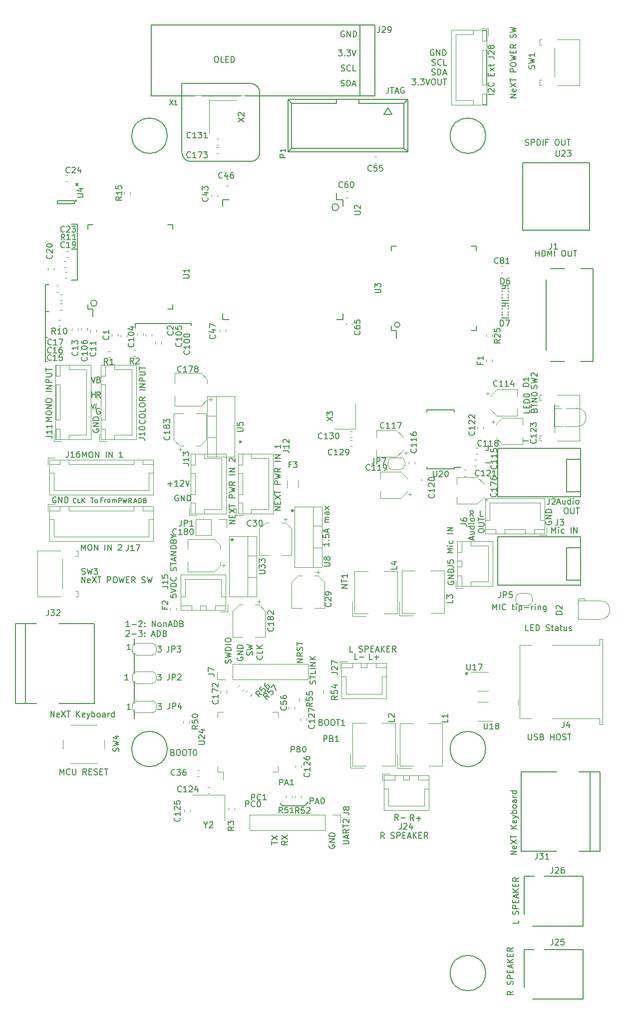
<source format=gto>
%TF.GenerationSoftware,KiCad,Pcbnew,(5.1.9-0-10_14)*%
%TF.CreationDate,2021-06-17T03:31:47+09:00*%
%TF.ProjectId,ossc_board,6f737363-5f62-46f6-9172-642e6b696361,rev?*%
%TF.SameCoordinates,Original*%
%TF.FileFunction,Legend,Top*%
%TF.FilePolarity,Positive*%
%FSLAX46Y46*%
G04 Gerber Fmt 4.6, Leading zero omitted, Abs format (unit mm)*
G04 Created by KiCad (PCBNEW (5.1.9-0-10_14)) date 2021-06-17 03:31:47*
%MOMM*%
%LPD*%
G01*
G04 APERTURE LIST*
%ADD10C,0.150000*%
%ADD11C,0.120000*%
%ADD12C,0.200000*%
%ADD13C,0.100000*%
%ADD14O,2.000000X1.905000*%
%ADD15R,2.000000X1.905000*%
%ADD16C,1.000000*%
%ADD17C,0.800000*%
%ADD18R,0.300000X1.600000*%
%ADD19R,1.600000X0.300000*%
%ADD20R,6.200000X6.200000*%
%ADD21C,0.690000*%
%ADD22C,2.400000*%
%ADD23R,6.700000X6.700000*%
%ADD24C,2.600000*%
%ADD25C,1.500000*%
%ADD26C,3.200000*%
%ADD27C,1.600000*%
%ADD28O,3.000000X1.500000*%
%ADD29O,1.500000X3.400000*%
%ADD30C,2.000000*%
%ADD31C,1.800000*%
%ADD32O,1.950000X1.700000*%
%ADD33O,1.700000X2.000000*%
%ADD34C,2.700000*%
%ADD35R,1.600000X0.400000*%
%ADD36R,0.700000X0.200000*%
%ADD37R,2.200000X0.300000*%
%ADD38R,1.800000X2.100000*%
%ADD39O,1.700000X1.700000*%
%ADD40R,1.700000X1.700000*%
%ADD41R,1.350000X1.650000*%
%ADD42R,2.100000X1.725000*%
%ADD43R,1.000000X1.500000*%
%ADD44C,1.506220*%
%ADD45R,1.800000X1.800000*%
%ADD46C,1.700000*%
%ADD47C,2.200000*%
%ADD48O,1.700000X1.950000*%
%ADD49R,1.100000X0.400000*%
%ADD50O,2.000000X1.700000*%
%ADD51R,1.560000X0.650000*%
%ADD52R,1.600000X1.600000*%
%ADD53C,3.000000*%
%ADD54R,0.650000X1.560000*%
G04 APERTURE END LIST*
D10*
X87167980Y-120008304D02*
X87167980Y-120579733D01*
X87167980Y-120294019D02*
X86167980Y-120294019D01*
X86310838Y-120389257D01*
X86406076Y-120484495D01*
X86453695Y-120579733D01*
X87072742Y-119579733D02*
X87120361Y-119532114D01*
X87167980Y-119579733D01*
X87120361Y-119627352D01*
X87072742Y-119579733D01*
X87167980Y-119579733D01*
X86167980Y-118627352D02*
X86167980Y-119103542D01*
X86644171Y-119151161D01*
X86596552Y-119103542D01*
X86548933Y-119008304D01*
X86548933Y-118770209D01*
X86596552Y-118674971D01*
X86644171Y-118627352D01*
X86739409Y-118579733D01*
X86977504Y-118579733D01*
X87072742Y-118627352D01*
X87120361Y-118674971D01*
X87167980Y-118770209D01*
X87167980Y-119008304D01*
X87120361Y-119103542D01*
X87072742Y-119151161D01*
X86882266Y-118198780D02*
X86882266Y-117722590D01*
X87167980Y-118294019D02*
X86167980Y-117960685D01*
X87167980Y-117627352D01*
X87167980Y-116532114D02*
X86501314Y-116532114D01*
X86596552Y-116532114D02*
X86548933Y-116484495D01*
X86501314Y-116389257D01*
X86501314Y-116246400D01*
X86548933Y-116151161D01*
X86644171Y-116103542D01*
X87167980Y-116103542D01*
X86644171Y-116103542D02*
X86548933Y-116055923D01*
X86501314Y-115960685D01*
X86501314Y-115817828D01*
X86548933Y-115722590D01*
X86644171Y-115674971D01*
X87167980Y-115674971D01*
X87167980Y-114770209D02*
X86644171Y-114770209D01*
X86548933Y-114817828D01*
X86501314Y-114913066D01*
X86501314Y-115103542D01*
X86548933Y-115198780D01*
X87120361Y-114770209D02*
X87167980Y-114865447D01*
X87167980Y-115103542D01*
X87120361Y-115198780D01*
X87025123Y-115246400D01*
X86929885Y-115246400D01*
X86834647Y-115198780D01*
X86787028Y-115103542D01*
X86787028Y-114865447D01*
X86739409Y-114770209D01*
X87167980Y-114389257D02*
X86501314Y-113865447D01*
X86501314Y-114389257D02*
X87167980Y-113865447D01*
X70713600Y-119264180D02*
X70713600Y-119502276D01*
X70951695Y-119407038D02*
X70713600Y-119502276D01*
X70475504Y-119407038D01*
X70856457Y-119692752D02*
X70713600Y-119502276D01*
X70570742Y-119692752D01*
X72110600Y-102652580D02*
X72110600Y-102890676D01*
X72348695Y-102795438D02*
X72110600Y-102890676D01*
X71872504Y-102795438D01*
X72253457Y-103081152D02*
X72110600Y-102890676D01*
X71967742Y-103081152D01*
X89180652Y-42530661D02*
X89323509Y-42578280D01*
X89561604Y-42578280D01*
X89656842Y-42530661D01*
X89704461Y-42483042D01*
X89752080Y-42387804D01*
X89752080Y-42292566D01*
X89704461Y-42197328D01*
X89656842Y-42149709D01*
X89561604Y-42102090D01*
X89371128Y-42054471D01*
X89275890Y-42006852D01*
X89228271Y-41959233D01*
X89180652Y-41863995D01*
X89180652Y-41768757D01*
X89228271Y-41673519D01*
X89275890Y-41625900D01*
X89371128Y-41578280D01*
X89609223Y-41578280D01*
X89752080Y-41625900D01*
X90180652Y-42578280D02*
X90180652Y-41578280D01*
X90418747Y-41578280D01*
X90561604Y-41625900D01*
X90656842Y-41721138D01*
X90704461Y-41816376D01*
X90752080Y-42006852D01*
X90752080Y-42149709D01*
X90704461Y-42340185D01*
X90656842Y-42435423D01*
X90561604Y-42530661D01*
X90418747Y-42578280D01*
X90180652Y-42578280D01*
X91133033Y-42292566D02*
X91609223Y-42292566D01*
X91037795Y-42578280D02*
X91371128Y-41578280D01*
X91704461Y-42578280D01*
X89228271Y-39965261D02*
X89371128Y-40012880D01*
X89609223Y-40012880D01*
X89704461Y-39965261D01*
X89752080Y-39917642D01*
X89799700Y-39822404D01*
X89799700Y-39727166D01*
X89752080Y-39631928D01*
X89704461Y-39584309D01*
X89609223Y-39536690D01*
X89418747Y-39489071D01*
X89323509Y-39441452D01*
X89275890Y-39393833D01*
X89228271Y-39298595D01*
X89228271Y-39203357D01*
X89275890Y-39108119D01*
X89323509Y-39060500D01*
X89418747Y-39012880D01*
X89656842Y-39012880D01*
X89799700Y-39060500D01*
X90799700Y-39917642D02*
X90752080Y-39965261D01*
X90609223Y-40012880D01*
X90513985Y-40012880D01*
X90371128Y-39965261D01*
X90275890Y-39870023D01*
X90228271Y-39774785D01*
X90180652Y-39584309D01*
X90180652Y-39441452D01*
X90228271Y-39250976D01*
X90275890Y-39155738D01*
X90371128Y-39060500D01*
X90513985Y-39012880D01*
X90609223Y-39012880D01*
X90752080Y-39060500D01*
X90799700Y-39108119D01*
X91704461Y-40012880D02*
X91228271Y-40012880D01*
X91228271Y-39012880D01*
X88742561Y-36434780D02*
X89361609Y-36434780D01*
X89028276Y-36815733D01*
X89171133Y-36815733D01*
X89266371Y-36863352D01*
X89313990Y-36910971D01*
X89361609Y-37006209D01*
X89361609Y-37244304D01*
X89313990Y-37339542D01*
X89266371Y-37387161D01*
X89171133Y-37434780D01*
X88885419Y-37434780D01*
X88790180Y-37387161D01*
X88742561Y-37339542D01*
X89790180Y-37339542D02*
X89837800Y-37387161D01*
X89790180Y-37434780D01*
X89742561Y-37387161D01*
X89790180Y-37339542D01*
X89790180Y-37434780D01*
X90171133Y-36434780D02*
X90790180Y-36434780D01*
X90456847Y-36815733D01*
X90599704Y-36815733D01*
X90694942Y-36863352D01*
X90742561Y-36910971D01*
X90790180Y-37006209D01*
X90790180Y-37244304D01*
X90742561Y-37339542D01*
X90694942Y-37387161D01*
X90599704Y-37434780D01*
X90313990Y-37434780D01*
X90218752Y-37387161D01*
X90171133Y-37339542D01*
X91075895Y-36434780D02*
X91409228Y-37434780D01*
X91742561Y-36434780D01*
X89729885Y-33269300D02*
X89634647Y-33221680D01*
X89491790Y-33221680D01*
X89348933Y-33269300D01*
X89253695Y-33364538D01*
X89206076Y-33459776D01*
X89158457Y-33650252D01*
X89158457Y-33793109D01*
X89206076Y-33983585D01*
X89253695Y-34078823D01*
X89348933Y-34174061D01*
X89491790Y-34221680D01*
X89587028Y-34221680D01*
X89729885Y-34174061D01*
X89777504Y-34126442D01*
X89777504Y-33793109D01*
X89587028Y-33793109D01*
X90206076Y-34221680D02*
X90206076Y-33221680D01*
X90777504Y-34221680D01*
X90777504Y-33221680D01*
X91253695Y-34221680D02*
X91253695Y-33221680D01*
X91491790Y-33221680D01*
X91634647Y-33269300D01*
X91729885Y-33364538D01*
X91777504Y-33459776D01*
X91825123Y-33650252D01*
X91825123Y-33793109D01*
X91777504Y-33983585D01*
X91729885Y-34078823D01*
X91634647Y-34174061D01*
X91491790Y-34221680D01*
X91253695Y-34221680D01*
X80937100Y-114336580D02*
X80937100Y-114574676D01*
X81175195Y-114479438D02*
X80937100Y-114574676D01*
X80699004Y-114479438D01*
X81079957Y-114765152D02*
X80937100Y-114574676D01*
X80794242Y-114765152D01*
X79260700Y-164642800D02*
X78828900Y-164211000D01*
X82981800Y-164642800D02*
X83693000Y-163931600D01*
X79260700Y-164642800D02*
X82981800Y-164642800D01*
X114124740Y-104388920D02*
X113746280Y-104388920D01*
X114124740Y-103461820D02*
X114124740Y-104388920D01*
X113700560Y-106459020D02*
X114561620Y-106459020D01*
X111520766Y-119496702D02*
X111520766Y-119020512D01*
X111806480Y-119591940D02*
X110806480Y-119258607D01*
X111806480Y-118925274D01*
X111139814Y-118163369D02*
X111806480Y-118163369D01*
X111139814Y-118591940D02*
X111663623Y-118591940D01*
X111758861Y-118544321D01*
X111806480Y-118449083D01*
X111806480Y-118306226D01*
X111758861Y-118210988D01*
X111711242Y-118163369D01*
X111806480Y-117258607D02*
X110806480Y-117258607D01*
X111758861Y-117258607D02*
X111806480Y-117353845D01*
X111806480Y-117544321D01*
X111758861Y-117639560D01*
X111711242Y-117687179D01*
X111616004Y-117734798D01*
X111330290Y-117734798D01*
X111235052Y-117687179D01*
X111187433Y-117639560D01*
X111139814Y-117544321D01*
X111139814Y-117353845D01*
X111187433Y-117258607D01*
X111806480Y-116782417D02*
X111139814Y-116782417D01*
X110806480Y-116782417D02*
X110854100Y-116830036D01*
X110901719Y-116782417D01*
X110854100Y-116734798D01*
X110806480Y-116782417D01*
X110901719Y-116782417D01*
X111806480Y-116163369D02*
X111758861Y-116258607D01*
X111711242Y-116306226D01*
X111616004Y-116353845D01*
X111330290Y-116353845D01*
X111235052Y-116306226D01*
X111187433Y-116258607D01*
X111139814Y-116163369D01*
X111139814Y-116020512D01*
X111187433Y-115925274D01*
X111235052Y-115877655D01*
X111330290Y-115830036D01*
X111616004Y-115830036D01*
X111711242Y-115877655D01*
X111758861Y-115925274D01*
X111806480Y-116020512D01*
X111806480Y-116163369D01*
X112456480Y-118068131D02*
X112456480Y-117877655D01*
X112504100Y-117782417D01*
X112599338Y-117687179D01*
X112789814Y-117639560D01*
X113123147Y-117639560D01*
X113313623Y-117687179D01*
X113408861Y-117782417D01*
X113456480Y-117877655D01*
X113456480Y-118068131D01*
X113408861Y-118163369D01*
X113313623Y-118258607D01*
X113123147Y-118306226D01*
X112789814Y-118306226D01*
X112599338Y-118258607D01*
X112504100Y-118163369D01*
X112456480Y-118068131D01*
X112456480Y-117210988D02*
X113266004Y-117210988D01*
X113361242Y-117163369D01*
X113408861Y-117115750D01*
X113456480Y-117020512D01*
X113456480Y-116830036D01*
X113408861Y-116734798D01*
X113361242Y-116687179D01*
X113266004Y-116639560D01*
X112456480Y-116639560D01*
X112456480Y-116306226D02*
X112456480Y-115734798D01*
X113456480Y-116020512D02*
X112456480Y-116020512D01*
X111636869Y-115567720D02*
X111303536Y-115091530D01*
X111065440Y-115567720D02*
X111065440Y-114567720D01*
X111446393Y-114567720D01*
X111541631Y-114615340D01*
X111589250Y-114662959D01*
X111636869Y-114758197D01*
X111636869Y-114901054D01*
X111589250Y-114996292D01*
X111541631Y-115043911D01*
X111446393Y-115091530D01*
X111065440Y-115091530D01*
X113303536Y-115567720D02*
X112827345Y-115567720D01*
X112827345Y-114567720D01*
X48717328Y-112769657D02*
X48450661Y-112769657D01*
X48450661Y-113188704D02*
X48450661Y-112388704D01*
X48831614Y-112388704D01*
X49136376Y-113188704D02*
X49136376Y-112655371D01*
X49136376Y-112807752D02*
X49174471Y-112731561D01*
X49212566Y-112693466D01*
X49288757Y-112655371D01*
X49364947Y-112655371D01*
X49745900Y-113188704D02*
X49669709Y-113150609D01*
X49631614Y-113112514D01*
X49593519Y-113036323D01*
X49593519Y-112807752D01*
X49631614Y-112731561D01*
X49669709Y-112693466D01*
X49745900Y-112655371D01*
X49860185Y-112655371D01*
X49936376Y-112693466D01*
X49974471Y-112731561D01*
X50012566Y-112807752D01*
X50012566Y-113036323D01*
X49974471Y-113112514D01*
X49936376Y-113150609D01*
X49860185Y-113188704D01*
X49745900Y-113188704D01*
X50355423Y-113188704D02*
X50355423Y-112655371D01*
X50355423Y-112731561D02*
X50393519Y-112693466D01*
X50469709Y-112655371D01*
X50583995Y-112655371D01*
X50660185Y-112693466D01*
X50698280Y-112769657D01*
X50698280Y-113188704D01*
X50698280Y-112769657D02*
X50736376Y-112693466D01*
X50812566Y-112655371D01*
X50926852Y-112655371D01*
X51003042Y-112693466D01*
X51041138Y-112769657D01*
X51041138Y-113188704D01*
X46755123Y-112426804D02*
X47212266Y-112426804D01*
X46983695Y-113226804D02*
X46983695Y-112426804D01*
X47593219Y-113226804D02*
X47517028Y-113188709D01*
X47478933Y-113150614D01*
X47440838Y-113074423D01*
X47440838Y-112845852D01*
X47478933Y-112769661D01*
X47517028Y-112731566D01*
X47593219Y-112693471D01*
X47707504Y-112693471D01*
X47783695Y-112731566D01*
X47821790Y-112769661D01*
X47859885Y-112845852D01*
X47859885Y-113074423D01*
X47821790Y-113150614D01*
X47783695Y-113188709D01*
X47707504Y-113226804D01*
X47593219Y-113226804D01*
X44253209Y-113201414D02*
X44215114Y-113239509D01*
X44100828Y-113277604D01*
X44024638Y-113277604D01*
X43910352Y-113239509D01*
X43834161Y-113163319D01*
X43796066Y-113087128D01*
X43757971Y-112934747D01*
X43757971Y-112820461D01*
X43796066Y-112668080D01*
X43834161Y-112591890D01*
X43910352Y-112515700D01*
X44024638Y-112477604D01*
X44100828Y-112477604D01*
X44215114Y-112515700D01*
X44253209Y-112553795D01*
X44977019Y-113277604D02*
X44596066Y-113277604D01*
X44596066Y-112477604D01*
X45243685Y-113277604D02*
X45243685Y-112477604D01*
X45700828Y-113277604D02*
X45357971Y-112820461D01*
X45700828Y-112477604D02*
X45243685Y-112934747D01*
X54140223Y-113049033D02*
X54521176Y-113049033D01*
X54064033Y-113277604D02*
X54330700Y-112477604D01*
X54597366Y-113277604D01*
X54864033Y-113277604D02*
X54864033Y-112477604D01*
X55054509Y-112477604D01*
X55168795Y-112515700D01*
X55244985Y-112591890D01*
X55283080Y-112668080D01*
X55321176Y-112820461D01*
X55321176Y-112934747D01*
X55283080Y-113087128D01*
X55244985Y-113163319D01*
X55168795Y-113239509D01*
X55054509Y-113277604D01*
X54864033Y-113277604D01*
X55930700Y-112858557D02*
X56044985Y-112896652D01*
X56083080Y-112934747D01*
X56121176Y-113010938D01*
X56121176Y-113125223D01*
X56083080Y-113201414D01*
X56044985Y-113239509D01*
X55968795Y-113277604D01*
X55664033Y-113277604D01*
X55664033Y-112477604D01*
X55930700Y-112477604D01*
X56006890Y-112515700D01*
X56044985Y-112553795D01*
X56083080Y-112629985D01*
X56083080Y-112706176D01*
X56044985Y-112782366D01*
X56006890Y-112820461D01*
X55930700Y-112858557D01*
X55664033Y-112858557D01*
X51460533Y-113277604D02*
X51460533Y-112477604D01*
X51765295Y-112477604D01*
X51841485Y-112515700D01*
X51879580Y-112553795D01*
X51917676Y-112629985D01*
X51917676Y-112744271D01*
X51879580Y-112820461D01*
X51841485Y-112858557D01*
X51765295Y-112896652D01*
X51460533Y-112896652D01*
X52184342Y-112477604D02*
X52374819Y-113277604D01*
X52527200Y-112706176D01*
X52679580Y-113277604D01*
X52870057Y-112477604D01*
X53631961Y-113277604D02*
X53365295Y-112896652D01*
X53174819Y-113277604D02*
X53174819Y-112477604D01*
X53479580Y-112477604D01*
X53555771Y-112515700D01*
X53593866Y-112553795D01*
X53631961Y-112629985D01*
X53631961Y-112744271D01*
X53593866Y-112820461D01*
X53555771Y-112858557D01*
X53479580Y-112896652D01*
X53174819Y-112896652D01*
X46824957Y-96488304D02*
X47091623Y-97288304D01*
X47358290Y-96488304D01*
X47624957Y-97288304D02*
X47624957Y-96754971D01*
X47624957Y-96488304D02*
X47586861Y-96526400D01*
X47624957Y-96564495D01*
X47663052Y-96526400D01*
X47624957Y-96488304D01*
X47624957Y-96564495D01*
X46932885Y-95397580D02*
X46932885Y-94397580D01*
X46932885Y-94873771D02*
X47504314Y-94873771D01*
X47504314Y-95397580D02*
X47504314Y-94397580D01*
X46847166Y-91895680D02*
X47180500Y-92895680D01*
X47513833Y-91895680D01*
X40805195Y-112314100D02*
X40709957Y-112266480D01*
X40567100Y-112266480D01*
X40424242Y-112314100D01*
X40329004Y-112409338D01*
X40281385Y-112504576D01*
X40233766Y-112695052D01*
X40233766Y-112837909D01*
X40281385Y-113028385D01*
X40329004Y-113123623D01*
X40424242Y-113218861D01*
X40567100Y-113266480D01*
X40662338Y-113266480D01*
X40805195Y-113218861D01*
X40852814Y-113171242D01*
X40852814Y-112837909D01*
X40662338Y-112837909D01*
X41281385Y-113266480D02*
X41281385Y-112266480D01*
X41852814Y-113266480D01*
X41852814Y-112266480D01*
X42329004Y-113266480D02*
X42329004Y-112266480D01*
X42567100Y-112266480D01*
X42709957Y-112314100D01*
X42805195Y-112409338D01*
X42852814Y-112504576D01*
X42900433Y-112695052D01*
X42900433Y-112837909D01*
X42852814Y-113028385D01*
X42805195Y-113123623D01*
X42709957Y-113218861D01*
X42567100Y-113266480D01*
X42329004Y-113266480D01*
X47150400Y-100761704D02*
X47102780Y-100856942D01*
X47102780Y-100999800D01*
X47150400Y-101142657D01*
X47245638Y-101237895D01*
X47340876Y-101285514D01*
X47531352Y-101333133D01*
X47674209Y-101333133D01*
X47864685Y-101285514D01*
X47959923Y-101237895D01*
X48055161Y-101142657D01*
X48102780Y-100999800D01*
X48102780Y-100904561D01*
X48055161Y-100761704D01*
X48007542Y-100714085D01*
X47674209Y-100714085D01*
X47674209Y-100904561D01*
X48102780Y-100285514D02*
X47102780Y-100285514D01*
X48102780Y-99714085D01*
X47102780Y-99714085D01*
X48102780Y-99237895D02*
X47102780Y-99237895D01*
X47102780Y-98999800D01*
X47150400Y-98856942D01*
X47245638Y-98761704D01*
X47340876Y-98714085D01*
X47531352Y-98666466D01*
X47674209Y-98666466D01*
X47864685Y-98714085D01*
X47959923Y-98761704D01*
X48055161Y-98856942D01*
X48102780Y-98999800D01*
X48102780Y-99237895D01*
X48280604Y-97264600D02*
X48185366Y-97216980D01*
X48042509Y-97216980D01*
X47899652Y-97264600D01*
X47804414Y-97359838D01*
X47756795Y-97455076D01*
X47709176Y-97645552D01*
X47709176Y-97788409D01*
X47756795Y-97978885D01*
X47804414Y-98074123D01*
X47899652Y-98169361D01*
X48042509Y-98216980D01*
X48137747Y-98216980D01*
X48280604Y-98169361D01*
X48328223Y-98121742D01*
X48328223Y-97788409D01*
X48137747Y-97788409D01*
X48128228Y-92371871D02*
X48271085Y-92419490D01*
X48318704Y-92467109D01*
X48366323Y-92562347D01*
X48366323Y-92705204D01*
X48318704Y-92800442D01*
X48271085Y-92848061D01*
X48175847Y-92895680D01*
X47794895Y-92895680D01*
X47794895Y-91895680D01*
X48128228Y-91895680D01*
X48223466Y-91943300D01*
X48271085Y-91990919D01*
X48318704Y-92086157D01*
X48318704Y-92181395D01*
X48271085Y-92276633D01*
X48223466Y-92324252D01*
X48128228Y-92371871D01*
X47794895Y-92371871D01*
X48366323Y-95422980D02*
X48032990Y-94946790D01*
X47794895Y-95422980D02*
X47794895Y-94422980D01*
X48175847Y-94422980D01*
X48271085Y-94470600D01*
X48318704Y-94518219D01*
X48366323Y-94613457D01*
X48366323Y-94756314D01*
X48318704Y-94851552D01*
X48271085Y-94899171D01*
X48175847Y-94946790D01*
X47794895Y-94946790D01*
X123960000Y-116420804D02*
X123912380Y-116516042D01*
X123912380Y-116658900D01*
X123960000Y-116801757D01*
X124055238Y-116896995D01*
X124150476Y-116944614D01*
X124340952Y-116992233D01*
X124483809Y-116992233D01*
X124674285Y-116944614D01*
X124769523Y-116896995D01*
X124864761Y-116801757D01*
X124912380Y-116658900D01*
X124912380Y-116563661D01*
X124864761Y-116420804D01*
X124817142Y-116373185D01*
X124483809Y-116373185D01*
X124483809Y-116563661D01*
X124912380Y-115944614D02*
X123912380Y-115944614D01*
X124912380Y-115373185D01*
X123912380Y-115373185D01*
X124912380Y-114896995D02*
X123912380Y-114896995D01*
X123912380Y-114658900D01*
X123960000Y-114516042D01*
X124055238Y-114420804D01*
X124150476Y-114373185D01*
X124340952Y-114325566D01*
X124483809Y-114325566D01*
X124674285Y-114373185D01*
X124769523Y-114420804D01*
X124864761Y-114516042D01*
X124912380Y-114658900D01*
X124912380Y-114896995D01*
X107373800Y-126568104D02*
X107326180Y-126663342D01*
X107326180Y-126806200D01*
X107373800Y-126949057D01*
X107469038Y-127044295D01*
X107564276Y-127091914D01*
X107754752Y-127139533D01*
X107897609Y-127139533D01*
X108088085Y-127091914D01*
X108183323Y-127044295D01*
X108278561Y-126949057D01*
X108326180Y-126806200D01*
X108326180Y-126710961D01*
X108278561Y-126568104D01*
X108230942Y-126520485D01*
X107897609Y-126520485D01*
X107897609Y-126710961D01*
X108326180Y-126091914D02*
X107326180Y-126091914D01*
X108326180Y-125520485D01*
X107326180Y-125520485D01*
X108326180Y-125044295D02*
X107326180Y-125044295D01*
X107326180Y-124806200D01*
X107373800Y-124663342D01*
X107469038Y-124568104D01*
X107564276Y-124520485D01*
X107754752Y-124472866D01*
X107897609Y-124472866D01*
X108088085Y-124520485D01*
X108183323Y-124568104D01*
X108278561Y-124663342D01*
X108326180Y-124806200D01*
X108326180Y-125044295D01*
X110477300Y-141959080D02*
X110477300Y-142197176D01*
X110239204Y-142101938D02*
X110477300Y-142197176D01*
X110715395Y-142101938D01*
X110334442Y-142387652D02*
X110477300Y-142197176D01*
X110620157Y-142387652D01*
X120015000Y-102717600D02*
X120929400Y-102717600D01*
X44462700Y-66035300D02*
X43459400Y-66035300D01*
X44462700Y-70231000D02*
X43459400Y-70231000D01*
X39090600Y-76276200D02*
X39649400Y-76276200D01*
X104906385Y-36445800D02*
X104811147Y-36398180D01*
X104668290Y-36398180D01*
X104525433Y-36445800D01*
X104430195Y-36541038D01*
X104382576Y-36636276D01*
X104334957Y-36826752D01*
X104334957Y-36969609D01*
X104382576Y-37160085D01*
X104430195Y-37255323D01*
X104525433Y-37350561D01*
X104668290Y-37398180D01*
X104763528Y-37398180D01*
X104906385Y-37350561D01*
X104954004Y-37302942D01*
X104954004Y-36969609D01*
X104763528Y-36969609D01*
X105382576Y-37398180D02*
X105382576Y-36398180D01*
X105954004Y-37398180D01*
X105954004Y-36398180D01*
X106430195Y-37398180D02*
X106430195Y-36398180D01*
X106668290Y-36398180D01*
X106811147Y-36445800D01*
X106906385Y-36541038D01*
X106954004Y-36636276D01*
X107001623Y-36826752D01*
X107001623Y-36969609D01*
X106954004Y-37160085D01*
X106906385Y-37255323D01*
X106811147Y-37350561D01*
X106668290Y-37398180D01*
X106430195Y-37398180D01*
X104620671Y-39000561D02*
X104763528Y-39048180D01*
X105001623Y-39048180D01*
X105096861Y-39000561D01*
X105144480Y-38952942D01*
X105192100Y-38857704D01*
X105192100Y-38762466D01*
X105144480Y-38667228D01*
X105096861Y-38619609D01*
X105001623Y-38571990D01*
X104811147Y-38524371D01*
X104715909Y-38476752D01*
X104668290Y-38429133D01*
X104620671Y-38333895D01*
X104620671Y-38238657D01*
X104668290Y-38143419D01*
X104715909Y-38095800D01*
X104811147Y-38048180D01*
X105049242Y-38048180D01*
X105192100Y-38095800D01*
X106192100Y-38952942D02*
X106144480Y-39000561D01*
X106001623Y-39048180D01*
X105906385Y-39048180D01*
X105763528Y-39000561D01*
X105668290Y-38905323D01*
X105620671Y-38810085D01*
X105573052Y-38619609D01*
X105573052Y-38476752D01*
X105620671Y-38286276D01*
X105668290Y-38191038D01*
X105763528Y-38095800D01*
X105906385Y-38048180D01*
X106001623Y-38048180D01*
X106144480Y-38095800D01*
X106192100Y-38143419D01*
X107096861Y-39048180D02*
X106620671Y-39048180D01*
X106620671Y-38048180D01*
X104573052Y-40650561D02*
X104715909Y-40698180D01*
X104954004Y-40698180D01*
X105049242Y-40650561D01*
X105096861Y-40602942D01*
X105144480Y-40507704D01*
X105144480Y-40412466D01*
X105096861Y-40317228D01*
X105049242Y-40269609D01*
X104954004Y-40221990D01*
X104763528Y-40174371D01*
X104668290Y-40126752D01*
X104620671Y-40079133D01*
X104573052Y-39983895D01*
X104573052Y-39888657D01*
X104620671Y-39793419D01*
X104668290Y-39745800D01*
X104763528Y-39698180D01*
X105001623Y-39698180D01*
X105144480Y-39745800D01*
X105573052Y-40698180D02*
X105573052Y-39698180D01*
X105811147Y-39698180D01*
X105954004Y-39745800D01*
X106049242Y-39841038D01*
X106096861Y-39936276D01*
X106144480Y-40126752D01*
X106144480Y-40269609D01*
X106096861Y-40460085D01*
X106049242Y-40555323D01*
X105954004Y-40650561D01*
X105811147Y-40698180D01*
X105573052Y-40698180D01*
X106525433Y-40412466D02*
X107001623Y-40412466D01*
X106430195Y-40698180D02*
X106763528Y-39698180D01*
X107096861Y-40698180D01*
X101239719Y-41348180D02*
X101858766Y-41348180D01*
X101525433Y-41729133D01*
X101668290Y-41729133D01*
X101763528Y-41776752D01*
X101811147Y-41824371D01*
X101858766Y-41919609D01*
X101858766Y-42157704D01*
X101811147Y-42252942D01*
X101763528Y-42300561D01*
X101668290Y-42348180D01*
X101382576Y-42348180D01*
X101287338Y-42300561D01*
X101239719Y-42252942D01*
X102287338Y-42252942D02*
X102334957Y-42300561D01*
X102287338Y-42348180D01*
X102239719Y-42300561D01*
X102287338Y-42252942D01*
X102287338Y-42348180D01*
X102668290Y-41348180D02*
X103287338Y-41348180D01*
X102954004Y-41729133D01*
X103096861Y-41729133D01*
X103192100Y-41776752D01*
X103239719Y-41824371D01*
X103287338Y-41919609D01*
X103287338Y-42157704D01*
X103239719Y-42252942D01*
X103192100Y-42300561D01*
X103096861Y-42348180D01*
X102811147Y-42348180D01*
X102715909Y-42300561D01*
X102668290Y-42252942D01*
X103573052Y-41348180D02*
X103906385Y-42348180D01*
X104239719Y-41348180D01*
X104763528Y-41348180D02*
X104954004Y-41348180D01*
X105049242Y-41395800D01*
X105144480Y-41491038D01*
X105192100Y-41681514D01*
X105192100Y-42014847D01*
X105144480Y-42205323D01*
X105049242Y-42300561D01*
X104954004Y-42348180D01*
X104763528Y-42348180D01*
X104668290Y-42300561D01*
X104573052Y-42205323D01*
X104525433Y-42014847D01*
X104525433Y-41681514D01*
X104573052Y-41491038D01*
X104668290Y-41395800D01*
X104763528Y-41348180D01*
X105620671Y-41348180D02*
X105620671Y-42157704D01*
X105668290Y-42252942D01*
X105715909Y-42300561D01*
X105811147Y-42348180D01*
X106001623Y-42348180D01*
X106096861Y-42300561D01*
X106144480Y-42252942D01*
X106192100Y-42157704D01*
X106192100Y-41348180D01*
X106525433Y-41348180D02*
X107096861Y-41348180D01*
X106811147Y-42348180D02*
X106811147Y-41348180D01*
X44373800Y-59015380D02*
X44373800Y-59253476D01*
X44135704Y-59158238D02*
X44373800Y-59253476D01*
X44611895Y-59158238D01*
X44230942Y-59443952D02*
X44373800Y-59253476D01*
X44516657Y-59443952D01*
X82692500Y-140301457D02*
X81692500Y-140301457D01*
X82692500Y-139730028D01*
X81692500Y-139730028D01*
X82692500Y-138682409D02*
X82216310Y-139015742D01*
X82692500Y-139253838D02*
X81692500Y-139253838D01*
X81692500Y-138872885D01*
X81740120Y-138777647D01*
X81787739Y-138730028D01*
X81882977Y-138682409D01*
X82025834Y-138682409D01*
X82121072Y-138730028D01*
X82168691Y-138777647D01*
X82216310Y-138872885D01*
X82216310Y-139253838D01*
X82644881Y-138301457D02*
X82692500Y-138158600D01*
X82692500Y-137920504D01*
X82644881Y-137825266D01*
X82597262Y-137777647D01*
X82502024Y-137730028D01*
X82406786Y-137730028D01*
X82311548Y-137777647D01*
X82263929Y-137825266D01*
X82216310Y-137920504D01*
X82168691Y-138110980D01*
X82121072Y-138206219D01*
X82073453Y-138253838D01*
X81978215Y-138301457D01*
X81882977Y-138301457D01*
X81787739Y-138253838D01*
X81740120Y-138206219D01*
X81692500Y-138110980D01*
X81692500Y-137872885D01*
X81740120Y-137730028D01*
X81692500Y-137444314D02*
X81692500Y-136872885D01*
X82692500Y-137158600D02*
X81692500Y-137158600D01*
X91183247Y-138526780D02*
X90707057Y-138526780D01*
X90707057Y-137526780D01*
X92230866Y-138479161D02*
X92373723Y-138526780D01*
X92611819Y-138526780D01*
X92707057Y-138479161D01*
X92754676Y-138431542D01*
X92802295Y-138336304D01*
X92802295Y-138241066D01*
X92754676Y-138145828D01*
X92707057Y-138098209D01*
X92611819Y-138050590D01*
X92421342Y-138002971D01*
X92326104Y-137955352D01*
X92278485Y-137907733D01*
X92230866Y-137812495D01*
X92230866Y-137717257D01*
X92278485Y-137622019D01*
X92326104Y-137574400D01*
X92421342Y-137526780D01*
X92659438Y-137526780D01*
X92802295Y-137574400D01*
X93230866Y-138526780D02*
X93230866Y-137526780D01*
X93611819Y-137526780D01*
X93707057Y-137574400D01*
X93754676Y-137622019D01*
X93802295Y-137717257D01*
X93802295Y-137860114D01*
X93754676Y-137955352D01*
X93707057Y-138002971D01*
X93611819Y-138050590D01*
X93230866Y-138050590D01*
X94230866Y-138002971D02*
X94564200Y-138002971D01*
X94707057Y-138526780D02*
X94230866Y-138526780D01*
X94230866Y-137526780D01*
X94707057Y-137526780D01*
X95088009Y-138241066D02*
X95564200Y-138241066D01*
X94992771Y-138526780D02*
X95326104Y-137526780D01*
X95659438Y-138526780D01*
X95992771Y-138526780D02*
X95992771Y-137526780D01*
X96564200Y-138526780D02*
X96135628Y-137955352D01*
X96564200Y-137526780D02*
X95992771Y-138098209D01*
X96992771Y-138002971D02*
X97326104Y-138002971D01*
X97468961Y-138526780D02*
X96992771Y-138526780D01*
X96992771Y-137526780D01*
X97468961Y-137526780D01*
X98468961Y-138526780D02*
X98135628Y-138050590D01*
X97897533Y-138526780D02*
X97897533Y-137526780D01*
X98278485Y-137526780D01*
X98373723Y-137574400D01*
X98421342Y-137622019D01*
X98468961Y-137717257D01*
X98468961Y-137860114D01*
X98421342Y-137955352D01*
X98373723Y-138002971D01*
X98278485Y-138050590D01*
X97897533Y-138050590D01*
X96517247Y-170149780D02*
X96183914Y-169673590D01*
X95945819Y-170149780D02*
X95945819Y-169149780D01*
X96326771Y-169149780D01*
X96422009Y-169197400D01*
X96469628Y-169245019D01*
X96517247Y-169340257D01*
X96517247Y-169483114D01*
X96469628Y-169578352D01*
X96422009Y-169625971D01*
X96326771Y-169673590D01*
X95945819Y-169673590D01*
X97660104Y-170102161D02*
X97802961Y-170149780D01*
X98041057Y-170149780D01*
X98136295Y-170102161D01*
X98183914Y-170054542D01*
X98231533Y-169959304D01*
X98231533Y-169864066D01*
X98183914Y-169768828D01*
X98136295Y-169721209D01*
X98041057Y-169673590D01*
X97850580Y-169625971D01*
X97755342Y-169578352D01*
X97707723Y-169530733D01*
X97660104Y-169435495D01*
X97660104Y-169340257D01*
X97707723Y-169245019D01*
X97755342Y-169197400D01*
X97850580Y-169149780D01*
X98088676Y-169149780D01*
X98231533Y-169197400D01*
X98660104Y-170149780D02*
X98660104Y-169149780D01*
X99041057Y-169149780D01*
X99136295Y-169197400D01*
X99183914Y-169245019D01*
X99231533Y-169340257D01*
X99231533Y-169483114D01*
X99183914Y-169578352D01*
X99136295Y-169625971D01*
X99041057Y-169673590D01*
X98660104Y-169673590D01*
X99660104Y-169625971D02*
X99993438Y-169625971D01*
X100136295Y-170149780D02*
X99660104Y-170149780D01*
X99660104Y-169149780D01*
X100136295Y-169149780D01*
X100517247Y-169864066D02*
X100993438Y-169864066D01*
X100422009Y-170149780D02*
X100755342Y-169149780D01*
X101088676Y-170149780D01*
X101422009Y-170149780D02*
X101422009Y-169149780D01*
X101993438Y-170149780D02*
X101564866Y-169578352D01*
X101993438Y-169149780D02*
X101422009Y-169721209D01*
X102422009Y-169625971D02*
X102755342Y-169625971D01*
X102898200Y-170149780D02*
X102422009Y-170149780D01*
X102422009Y-169149780D01*
X102898200Y-169149780D01*
X103898200Y-170149780D02*
X103564866Y-169673590D01*
X103326771Y-170149780D02*
X103326771Y-169149780D01*
X103707723Y-169149780D01*
X103802961Y-169197400D01*
X103850580Y-169245019D01*
X103898200Y-169340257D01*
X103898200Y-169483114D01*
X103850580Y-169578352D01*
X103802961Y-169625971D01*
X103707723Y-169673590D01*
X103326771Y-169673590D01*
X87206200Y-171310204D02*
X87158580Y-171405442D01*
X87158580Y-171548300D01*
X87206200Y-171691157D01*
X87301438Y-171786395D01*
X87396676Y-171834014D01*
X87587152Y-171881633D01*
X87730009Y-171881633D01*
X87920485Y-171834014D01*
X88015723Y-171786395D01*
X88110961Y-171691157D01*
X88158580Y-171548300D01*
X88158580Y-171453061D01*
X88110961Y-171310204D01*
X88063342Y-171262585D01*
X87730009Y-171262585D01*
X87730009Y-171453061D01*
X88158580Y-170834014D02*
X87158580Y-170834014D01*
X88158580Y-170262585D01*
X87158580Y-170262585D01*
X88158580Y-169786395D02*
X87158580Y-169786395D01*
X87158580Y-169548300D01*
X87206200Y-169405442D01*
X87301438Y-169310204D01*
X87396676Y-169262585D01*
X87587152Y-169214966D01*
X87730009Y-169214966D01*
X87920485Y-169262585D01*
X88015723Y-169310204D01*
X88110961Y-169405442D01*
X88158580Y-169548300D01*
X88158580Y-169786395D01*
X63804800Y-82842100D02*
X63804800Y-83197700D01*
X54279800Y-82842100D02*
X63804800Y-82842100D01*
X54279800Y-83570700D02*
X54279800Y-82842100D01*
X44462700Y-75463400D02*
X43459400Y-75463400D01*
X44462700Y-75463400D02*
X44462700Y-66035300D01*
X39090600Y-85242400D02*
X39408100Y-85242400D01*
X39090600Y-89293700D02*
X39408100Y-89293700D01*
X39090600Y-80797400D02*
X39090600Y-89293700D01*
X39090600Y-80797400D02*
X39649400Y-80797400D01*
X39090600Y-76276200D02*
X39090600Y-80797400D01*
X97232933Y-42784780D02*
X97232933Y-43499066D01*
X97185314Y-43641923D01*
X97090076Y-43737161D01*
X96947219Y-43784780D01*
X96851980Y-43784780D01*
X97566266Y-42784780D02*
X98137695Y-42784780D01*
X97851980Y-43784780D02*
X97851980Y-42784780D01*
X98423409Y-43499066D02*
X98899600Y-43499066D01*
X98328171Y-43784780D02*
X98661504Y-42784780D01*
X98994838Y-43784780D01*
X99851980Y-42832400D02*
X99756742Y-42784780D01*
X99613885Y-42784780D01*
X99471028Y-42832400D01*
X99375790Y-42927638D01*
X99328171Y-43022876D01*
X99280552Y-43213352D01*
X99280552Y-43356209D01*
X99328171Y-43546685D01*
X99375790Y-43641923D01*
X99471028Y-43737161D01*
X99613885Y-43784780D01*
X99709123Y-43784780D01*
X99851980Y-43737161D01*
X99899600Y-43689542D01*
X99899600Y-43356209D01*
X99709123Y-43356209D01*
X61582395Y-111983900D02*
X61487157Y-111936280D01*
X61344300Y-111936280D01*
X61201442Y-111983900D01*
X61106204Y-112079138D01*
X61058585Y-112174376D01*
X61010966Y-112364852D01*
X61010966Y-112507709D01*
X61058585Y-112698185D01*
X61106204Y-112793423D01*
X61201442Y-112888661D01*
X61344300Y-112936280D01*
X61439538Y-112936280D01*
X61582395Y-112888661D01*
X61630014Y-112841042D01*
X61630014Y-112507709D01*
X61439538Y-112507709D01*
X62058585Y-112936280D02*
X62058585Y-111936280D01*
X62630014Y-112936280D01*
X62630014Y-111936280D01*
X63106204Y-112936280D02*
X63106204Y-111936280D01*
X63344300Y-111936280D01*
X63487157Y-111983900D01*
X63582395Y-112079138D01*
X63630014Y-112174376D01*
X63677633Y-112364852D01*
X63677633Y-112507709D01*
X63630014Y-112698185D01*
X63582395Y-112793423D01*
X63487157Y-112888661D01*
X63344300Y-112936280D01*
X63106204Y-112936280D01*
X59807695Y-110066128D02*
X60569600Y-110066128D01*
X60188647Y-110447080D02*
X60188647Y-109685176D01*
X61569600Y-110447080D02*
X60998171Y-110447080D01*
X61283885Y-110447080D02*
X61283885Y-109447080D01*
X61188647Y-109589938D01*
X61093409Y-109685176D01*
X60998171Y-109732795D01*
X61950552Y-109542319D02*
X61998171Y-109494700D01*
X62093409Y-109447080D01*
X62331504Y-109447080D01*
X62426742Y-109494700D01*
X62474361Y-109542319D01*
X62521980Y-109637557D01*
X62521980Y-109732795D01*
X62474361Y-109875652D01*
X61902933Y-110447080D01*
X62521980Y-110447080D01*
X62807695Y-109447080D02*
X63141028Y-110447080D01*
X63474361Y-109447080D01*
X74166861Y-139086061D02*
X74214480Y-138943204D01*
X74214480Y-138705109D01*
X74166861Y-138609871D01*
X74119242Y-138562252D01*
X74024004Y-138514633D01*
X73928766Y-138514633D01*
X73833528Y-138562252D01*
X73785909Y-138609871D01*
X73738290Y-138705109D01*
X73690671Y-138895585D01*
X73643052Y-138990823D01*
X73595433Y-139038442D01*
X73500195Y-139086061D01*
X73404957Y-139086061D01*
X73309719Y-139038442D01*
X73262100Y-138990823D01*
X73214480Y-138895585D01*
X73214480Y-138657490D01*
X73262100Y-138514633D01*
X73214480Y-138181300D02*
X74214480Y-137943204D01*
X73500195Y-137752728D01*
X74214480Y-137562252D01*
X73214480Y-137324157D01*
X75769242Y-139181300D02*
X75816861Y-139228919D01*
X75864480Y-139371776D01*
X75864480Y-139467014D01*
X75816861Y-139609871D01*
X75721623Y-139705109D01*
X75626385Y-139752728D01*
X75435909Y-139800347D01*
X75293052Y-139800347D01*
X75102576Y-139752728D01*
X75007338Y-139705109D01*
X74912100Y-139609871D01*
X74864480Y-139467014D01*
X74864480Y-139371776D01*
X74912100Y-139228919D01*
X74959719Y-139181300D01*
X75864480Y-138276538D02*
X75864480Y-138752728D01*
X74864480Y-138752728D01*
X75864480Y-137943204D02*
X74864480Y-137943204D01*
X75864480Y-137371776D02*
X75293052Y-137800347D01*
X74864480Y-137371776D02*
X75435909Y-137943204D01*
X70483361Y-140434747D02*
X70530980Y-140291890D01*
X70530980Y-140053795D01*
X70483361Y-139958557D01*
X70435742Y-139910938D01*
X70340504Y-139863319D01*
X70245266Y-139863319D01*
X70150028Y-139910938D01*
X70102409Y-139958557D01*
X70054790Y-140053795D01*
X70007171Y-140244271D01*
X69959552Y-140339509D01*
X69911933Y-140387128D01*
X69816695Y-140434747D01*
X69721457Y-140434747D01*
X69626219Y-140387128D01*
X69578600Y-140339509D01*
X69530980Y-140244271D01*
X69530980Y-140006176D01*
X69578600Y-139863319D01*
X69530980Y-139529985D02*
X70530980Y-139291890D01*
X69816695Y-139101414D01*
X70530980Y-138910938D01*
X69530980Y-138672842D01*
X70530980Y-138291890D02*
X69530980Y-138291890D01*
X69530980Y-138053795D01*
X69578600Y-137910938D01*
X69673838Y-137815700D01*
X69769076Y-137768080D01*
X69959552Y-137720461D01*
X70102409Y-137720461D01*
X70292885Y-137768080D01*
X70388123Y-137815700D01*
X70483361Y-137910938D01*
X70530980Y-138053795D01*
X70530980Y-138291890D01*
X70530980Y-137291890D02*
X69530980Y-137291890D01*
X69530980Y-136625223D02*
X69530980Y-136434747D01*
X69578600Y-136339509D01*
X69673838Y-136244271D01*
X69864314Y-136196652D01*
X70197647Y-136196652D01*
X70388123Y-136244271D01*
X70483361Y-136339509D01*
X70530980Y-136434747D01*
X70530980Y-136625223D01*
X70483361Y-136720461D01*
X70388123Y-136815700D01*
X70197647Y-136863319D01*
X69864314Y-136863319D01*
X69673838Y-136815700D01*
X69578600Y-136720461D01*
X69530980Y-136625223D01*
X71623300Y-139458604D02*
X71575680Y-139553842D01*
X71575680Y-139696700D01*
X71623300Y-139839557D01*
X71718538Y-139934795D01*
X71813776Y-139982414D01*
X72004252Y-140030033D01*
X72147109Y-140030033D01*
X72337585Y-139982414D01*
X72432823Y-139934795D01*
X72528061Y-139839557D01*
X72575680Y-139696700D01*
X72575680Y-139601461D01*
X72528061Y-139458604D01*
X72480442Y-139410985D01*
X72147109Y-139410985D01*
X72147109Y-139601461D01*
X72575680Y-138982414D02*
X71575680Y-138982414D01*
X72575680Y-138410985D01*
X71575680Y-138410985D01*
X72575680Y-137934795D02*
X71575680Y-137934795D01*
X71575680Y-137696700D01*
X71623300Y-137553842D01*
X71718538Y-137458604D01*
X71813776Y-137410985D01*
X72004252Y-137363366D01*
X72147109Y-137363366D01*
X72337585Y-137410985D01*
X72432823Y-137458604D01*
X72528061Y-137553842D01*
X72575680Y-137696700D01*
X72575680Y-137934795D01*
X98877476Y-167089080D02*
X98544142Y-166612890D01*
X98306047Y-167089080D02*
X98306047Y-166089080D01*
X98687000Y-166089080D01*
X98782238Y-166136700D01*
X98829857Y-166184319D01*
X98877476Y-166279557D01*
X98877476Y-166422414D01*
X98829857Y-166517652D01*
X98782238Y-166565271D01*
X98687000Y-166612890D01*
X98306047Y-166612890D01*
X99306047Y-166708128D02*
X100067952Y-166708128D01*
X101531776Y-167139880D02*
X101198442Y-166663690D01*
X100960347Y-167139880D02*
X100960347Y-166139880D01*
X101341300Y-166139880D01*
X101436538Y-166187500D01*
X101484157Y-166235119D01*
X101531776Y-166330357D01*
X101531776Y-166473214D01*
X101484157Y-166568452D01*
X101436538Y-166616071D01*
X101341300Y-166663690D01*
X100960347Y-166663690D01*
X101960347Y-166758928D02*
X102722252Y-166758928D01*
X102341300Y-167139880D02*
X102341300Y-166377976D01*
X92006776Y-139809480D02*
X91530585Y-139809480D01*
X91530585Y-138809480D01*
X92340109Y-139428528D02*
X93102014Y-139428528D01*
X94483276Y-139822180D02*
X94007085Y-139822180D01*
X94007085Y-138822180D01*
X94816609Y-139441228D02*
X95578514Y-139441228D01*
X95197561Y-139822180D02*
X95197561Y-139060276D01*
X118359180Y-196090752D02*
X117882990Y-196424085D01*
X118359180Y-196662180D02*
X117359180Y-196662180D01*
X117359180Y-196281228D01*
X117406800Y-196185990D01*
X117454419Y-196138371D01*
X117549657Y-196090752D01*
X117692514Y-196090752D01*
X117787752Y-196138371D01*
X117835371Y-196185990D01*
X117882990Y-196281228D01*
X117882990Y-196662180D01*
X118311561Y-194947895D02*
X118359180Y-194805038D01*
X118359180Y-194566942D01*
X118311561Y-194471704D01*
X118263942Y-194424085D01*
X118168704Y-194376466D01*
X118073466Y-194376466D01*
X117978228Y-194424085D01*
X117930609Y-194471704D01*
X117882990Y-194566942D01*
X117835371Y-194757419D01*
X117787752Y-194852657D01*
X117740133Y-194900276D01*
X117644895Y-194947895D01*
X117549657Y-194947895D01*
X117454419Y-194900276D01*
X117406800Y-194852657D01*
X117359180Y-194757419D01*
X117359180Y-194519323D01*
X117406800Y-194376466D01*
X118359180Y-193947895D02*
X117359180Y-193947895D01*
X117359180Y-193566942D01*
X117406800Y-193471704D01*
X117454419Y-193424085D01*
X117549657Y-193376466D01*
X117692514Y-193376466D01*
X117787752Y-193424085D01*
X117835371Y-193471704D01*
X117882990Y-193566942D01*
X117882990Y-193947895D01*
X117835371Y-192947895D02*
X117835371Y-192614561D01*
X118359180Y-192471704D02*
X118359180Y-192947895D01*
X117359180Y-192947895D01*
X117359180Y-192471704D01*
X118073466Y-192090752D02*
X118073466Y-191614561D01*
X118359180Y-192185990D02*
X117359180Y-191852657D01*
X118359180Y-191519323D01*
X118359180Y-191185990D02*
X117359180Y-191185990D01*
X118359180Y-190614561D02*
X117787752Y-191043133D01*
X117359180Y-190614561D02*
X117930609Y-191185990D01*
X117835371Y-190185990D02*
X117835371Y-189852657D01*
X118359180Y-189709800D02*
X118359180Y-190185990D01*
X117359180Y-190185990D01*
X117359180Y-189709800D01*
X118359180Y-188709800D02*
X117882990Y-189043133D01*
X118359180Y-189281228D02*
X117359180Y-189281228D01*
X117359180Y-188900276D01*
X117406800Y-188805038D01*
X117454419Y-188757419D01*
X117549657Y-188709800D01*
X117692514Y-188709800D01*
X117787752Y-188757419D01*
X117835371Y-188805038D01*
X117882990Y-188900276D01*
X117882990Y-189281228D01*
X59700000Y-155000000D02*
G75*
G03*
X59700000Y-155000000I-3000000J0D01*
G01*
X59700000Y-51000000D02*
G75*
G03*
X59700000Y-51000000I-3000000J0D01*
G01*
X113700000Y-51000000D02*
G75*
G03*
X113700000Y-51000000I-3000000J0D01*
G01*
X113700000Y-155000000D02*
G75*
G03*
X113700000Y-155000000I-3000000J0D01*
G01*
X113700000Y-193000000D02*
G75*
G03*
X113700000Y-193000000I-3000000J0D01*
G01*
X118867180Y-44561971D02*
X117867180Y-44561971D01*
X118867180Y-43990542D01*
X117867180Y-43990542D01*
X118819561Y-43133400D02*
X118867180Y-43228638D01*
X118867180Y-43419114D01*
X118819561Y-43514352D01*
X118724323Y-43561971D01*
X118343371Y-43561971D01*
X118248133Y-43514352D01*
X118200514Y-43419114D01*
X118200514Y-43228638D01*
X118248133Y-43133400D01*
X118343371Y-43085780D01*
X118438609Y-43085780D01*
X118533847Y-43561971D01*
X117867180Y-42752447D02*
X118867180Y-42085780D01*
X117867180Y-42085780D02*
X118867180Y-42752447D01*
X117867180Y-41847685D02*
X117867180Y-41276257D01*
X118867180Y-41561971D02*
X117867180Y-41561971D01*
X118867180Y-40181019D02*
X117867180Y-40181019D01*
X117867180Y-39800066D01*
X117914800Y-39704828D01*
X117962419Y-39657209D01*
X118057657Y-39609590D01*
X118200514Y-39609590D01*
X118295752Y-39657209D01*
X118343371Y-39704828D01*
X118390990Y-39800066D01*
X118390990Y-40181019D01*
X117867180Y-38990542D02*
X117867180Y-38800066D01*
X117914800Y-38704828D01*
X118010038Y-38609590D01*
X118200514Y-38561971D01*
X118533847Y-38561971D01*
X118724323Y-38609590D01*
X118819561Y-38704828D01*
X118867180Y-38800066D01*
X118867180Y-38990542D01*
X118819561Y-39085780D01*
X118724323Y-39181019D01*
X118533847Y-39228638D01*
X118200514Y-39228638D01*
X118010038Y-39181019D01*
X117914800Y-39085780D01*
X117867180Y-38990542D01*
X117867180Y-38228638D02*
X118867180Y-37990542D01*
X118152895Y-37800066D01*
X118867180Y-37609590D01*
X117867180Y-37371495D01*
X118343371Y-36990542D02*
X118343371Y-36657209D01*
X118867180Y-36514352D02*
X118867180Y-36990542D01*
X117867180Y-36990542D01*
X117867180Y-36514352D01*
X118867180Y-35514352D02*
X118390990Y-35847685D01*
X118867180Y-36085780D02*
X117867180Y-36085780D01*
X117867180Y-35704828D01*
X117914800Y-35609590D01*
X117962419Y-35561971D01*
X118057657Y-35514352D01*
X118200514Y-35514352D01*
X118295752Y-35561971D01*
X118343371Y-35609590D01*
X118390990Y-35704828D01*
X118390990Y-36085780D01*
X118819561Y-34371495D02*
X118867180Y-34228638D01*
X118867180Y-33990542D01*
X118819561Y-33895304D01*
X118771942Y-33847685D01*
X118676704Y-33800066D01*
X118581466Y-33800066D01*
X118486228Y-33847685D01*
X118438609Y-33895304D01*
X118390990Y-33990542D01*
X118343371Y-34181019D01*
X118295752Y-34276257D01*
X118248133Y-34323876D01*
X118152895Y-34371495D01*
X118057657Y-34371495D01*
X117962419Y-34323876D01*
X117914800Y-34276257D01*
X117867180Y-34181019D01*
X117867180Y-33942923D01*
X117914800Y-33800066D01*
X117867180Y-33466733D02*
X118867180Y-33228638D01*
X118152895Y-33038161D01*
X118867180Y-32847685D01*
X117867180Y-32609590D01*
X39958047Y-149588480D02*
X39958047Y-148588480D01*
X40529476Y-149588480D01*
X40529476Y-148588480D01*
X41386619Y-149540861D02*
X41291380Y-149588480D01*
X41100904Y-149588480D01*
X41005666Y-149540861D01*
X40958047Y-149445623D01*
X40958047Y-149064671D01*
X41005666Y-148969433D01*
X41100904Y-148921814D01*
X41291380Y-148921814D01*
X41386619Y-148969433D01*
X41434238Y-149064671D01*
X41434238Y-149159909D01*
X40958047Y-149255147D01*
X41767571Y-148588480D02*
X42434238Y-149588480D01*
X42434238Y-148588480D02*
X41767571Y-149588480D01*
X42672333Y-148588480D02*
X43243761Y-148588480D01*
X42958047Y-149588480D02*
X42958047Y-148588480D01*
X44339000Y-149588480D02*
X44339000Y-148588480D01*
X44910428Y-149588480D02*
X44481857Y-149017052D01*
X44910428Y-148588480D02*
X44339000Y-149159909D01*
X45719952Y-149540861D02*
X45624714Y-149588480D01*
X45434238Y-149588480D01*
X45339000Y-149540861D01*
X45291380Y-149445623D01*
X45291380Y-149064671D01*
X45339000Y-148969433D01*
X45434238Y-148921814D01*
X45624714Y-148921814D01*
X45719952Y-148969433D01*
X45767571Y-149064671D01*
X45767571Y-149159909D01*
X45291380Y-149255147D01*
X46100904Y-148921814D02*
X46339000Y-149588480D01*
X46577095Y-148921814D02*
X46339000Y-149588480D01*
X46243761Y-149826576D01*
X46196142Y-149874195D01*
X46100904Y-149921814D01*
X46958047Y-149588480D02*
X46958047Y-148588480D01*
X46958047Y-148969433D02*
X47053285Y-148921814D01*
X47243761Y-148921814D01*
X47339000Y-148969433D01*
X47386619Y-149017052D01*
X47434238Y-149112290D01*
X47434238Y-149398004D01*
X47386619Y-149493242D01*
X47339000Y-149540861D01*
X47243761Y-149588480D01*
X47053285Y-149588480D01*
X46958047Y-149540861D01*
X48005666Y-149588480D02*
X47910428Y-149540861D01*
X47862809Y-149493242D01*
X47815190Y-149398004D01*
X47815190Y-149112290D01*
X47862809Y-149017052D01*
X47910428Y-148969433D01*
X48005666Y-148921814D01*
X48148523Y-148921814D01*
X48243761Y-148969433D01*
X48291380Y-149017052D01*
X48339000Y-149112290D01*
X48339000Y-149398004D01*
X48291380Y-149493242D01*
X48243761Y-149540861D01*
X48148523Y-149588480D01*
X48005666Y-149588480D01*
X49196142Y-149588480D02*
X49196142Y-149064671D01*
X49148523Y-148969433D01*
X49053285Y-148921814D01*
X48862809Y-148921814D01*
X48767571Y-148969433D01*
X49196142Y-149540861D02*
X49100904Y-149588480D01*
X48862809Y-149588480D01*
X48767571Y-149540861D01*
X48719952Y-149445623D01*
X48719952Y-149350385D01*
X48767571Y-149255147D01*
X48862809Y-149207528D01*
X49100904Y-149207528D01*
X49196142Y-149159909D01*
X49672333Y-149588480D02*
X49672333Y-148921814D01*
X49672333Y-149112290D02*
X49719952Y-149017052D01*
X49767571Y-148969433D01*
X49862809Y-148921814D01*
X49958047Y-148921814D01*
X50719952Y-149588480D02*
X50719952Y-148588480D01*
X50719952Y-149540861D02*
X50624714Y-149588480D01*
X50434238Y-149588480D01*
X50339000Y-149540861D01*
X50291380Y-149493242D01*
X50243761Y-149398004D01*
X50243761Y-149112290D01*
X50291380Y-149017052D01*
X50339000Y-148969433D01*
X50434238Y-148921814D01*
X50624714Y-148921814D01*
X50719952Y-148969433D01*
X77443580Y-171221304D02*
X77443580Y-170649876D01*
X78443580Y-170935590D02*
X77443580Y-170935590D01*
X77443580Y-170411780D02*
X78443580Y-169745114D01*
X77443580Y-169745114D02*
X78443580Y-170411780D01*
X80093580Y-170626066D02*
X79617390Y-170959400D01*
X80093580Y-171197495D02*
X79093580Y-171197495D01*
X79093580Y-170816542D01*
X79141200Y-170721304D01*
X79188819Y-170673685D01*
X79284057Y-170626066D01*
X79426914Y-170626066D01*
X79522152Y-170673685D01*
X79569771Y-170721304D01*
X79617390Y-170816542D01*
X79617390Y-171197495D01*
X79093580Y-170292733D02*
X80093580Y-169626066D01*
X79093580Y-169626066D02*
X80093580Y-170292733D01*
X53285004Y-134260080D02*
X52713576Y-134260080D01*
X52999290Y-134260080D02*
X52999290Y-133260080D01*
X52904052Y-133402938D01*
X52808814Y-133498176D01*
X52713576Y-133545795D01*
X53713576Y-133879128D02*
X54475480Y-133879128D01*
X54904052Y-133355319D02*
X54951671Y-133307700D01*
X55046909Y-133260080D01*
X55285004Y-133260080D01*
X55380242Y-133307700D01*
X55427861Y-133355319D01*
X55475480Y-133450557D01*
X55475480Y-133545795D01*
X55427861Y-133688652D01*
X54856433Y-134260080D01*
X55475480Y-134260080D01*
X55904052Y-134164842D02*
X55951671Y-134212461D01*
X55904052Y-134260080D01*
X55856433Y-134212461D01*
X55904052Y-134164842D01*
X55904052Y-134260080D01*
X55904052Y-133641033D02*
X55951671Y-133688652D01*
X55904052Y-133736271D01*
X55856433Y-133688652D01*
X55904052Y-133641033D01*
X55904052Y-133736271D01*
X57142147Y-134260080D02*
X57142147Y-133260080D01*
X57713576Y-134260080D01*
X57713576Y-133260080D01*
X58332623Y-134260080D02*
X58237385Y-134212461D01*
X58189766Y-134164842D01*
X58142147Y-134069604D01*
X58142147Y-133783890D01*
X58189766Y-133688652D01*
X58237385Y-133641033D01*
X58332623Y-133593414D01*
X58475480Y-133593414D01*
X58570719Y-133641033D01*
X58618338Y-133688652D01*
X58665957Y-133783890D01*
X58665957Y-134069604D01*
X58618338Y-134164842D01*
X58570719Y-134212461D01*
X58475480Y-134260080D01*
X58332623Y-134260080D01*
X59094528Y-133593414D02*
X59094528Y-134260080D01*
X59094528Y-133688652D02*
X59142147Y-133641033D01*
X59237385Y-133593414D01*
X59380242Y-133593414D01*
X59475480Y-133641033D01*
X59523100Y-133736271D01*
X59523100Y-134260080D01*
X59951671Y-133974366D02*
X60427861Y-133974366D01*
X59856433Y-134260080D02*
X60189766Y-133260080D01*
X60523100Y-134260080D01*
X60856433Y-134260080D02*
X60856433Y-133260080D01*
X61094528Y-133260080D01*
X61237385Y-133307700D01*
X61332623Y-133402938D01*
X61380242Y-133498176D01*
X61427861Y-133688652D01*
X61427861Y-133831509D01*
X61380242Y-134021985D01*
X61332623Y-134117223D01*
X61237385Y-134212461D01*
X61094528Y-134260080D01*
X60856433Y-134260080D01*
X62189766Y-133736271D02*
X62332623Y-133783890D01*
X62380242Y-133831509D01*
X62427861Y-133926747D01*
X62427861Y-134069604D01*
X62380242Y-134164842D01*
X62332623Y-134212461D01*
X62237385Y-134260080D01*
X61856433Y-134260080D01*
X61856433Y-133260080D01*
X62189766Y-133260080D01*
X62285004Y-133307700D01*
X62332623Y-133355319D01*
X62380242Y-133450557D01*
X62380242Y-133545795D01*
X62332623Y-133641033D01*
X62285004Y-133688652D01*
X62189766Y-133736271D01*
X61856433Y-133736271D01*
X52713576Y-135005319D02*
X52761195Y-134957700D01*
X52856433Y-134910080D01*
X53094528Y-134910080D01*
X53189766Y-134957700D01*
X53237385Y-135005319D01*
X53285004Y-135100557D01*
X53285004Y-135195795D01*
X53237385Y-135338652D01*
X52665957Y-135910080D01*
X53285004Y-135910080D01*
X53713576Y-135529128D02*
X54475480Y-135529128D01*
X54856433Y-134910080D02*
X55475480Y-134910080D01*
X55142147Y-135291033D01*
X55285004Y-135291033D01*
X55380242Y-135338652D01*
X55427861Y-135386271D01*
X55475480Y-135481509D01*
X55475480Y-135719604D01*
X55427861Y-135814842D01*
X55380242Y-135862461D01*
X55285004Y-135910080D01*
X54999290Y-135910080D01*
X54904052Y-135862461D01*
X54856433Y-135814842D01*
X55904052Y-135814842D02*
X55951671Y-135862461D01*
X55904052Y-135910080D01*
X55856433Y-135862461D01*
X55904052Y-135814842D01*
X55904052Y-135910080D01*
X55904052Y-135291033D02*
X55951671Y-135338652D01*
X55904052Y-135386271D01*
X55856433Y-135338652D01*
X55904052Y-135291033D01*
X55904052Y-135386271D01*
X57094528Y-135624366D02*
X57570719Y-135624366D01*
X56999290Y-135910080D02*
X57332623Y-134910080D01*
X57665957Y-135910080D01*
X57999290Y-135910080D02*
X57999290Y-134910080D01*
X58237385Y-134910080D01*
X58380242Y-134957700D01*
X58475480Y-135052938D01*
X58523100Y-135148176D01*
X58570719Y-135338652D01*
X58570719Y-135481509D01*
X58523100Y-135671985D01*
X58475480Y-135767223D01*
X58380242Y-135862461D01*
X58237385Y-135910080D01*
X57999290Y-135910080D01*
X59332623Y-135386271D02*
X59475480Y-135433890D01*
X59523100Y-135481509D01*
X59570719Y-135576747D01*
X59570719Y-135719604D01*
X59523100Y-135814842D01*
X59475480Y-135862461D01*
X59380242Y-135910080D01*
X58999290Y-135910080D01*
X58999290Y-134910080D01*
X59332623Y-134910080D01*
X59427861Y-134957700D01*
X59475480Y-135005319D01*
X59523100Y-135100557D01*
X59523100Y-135195795D01*
X59475480Y-135291033D01*
X59427861Y-135338652D01*
X59332623Y-135386271D01*
X58999290Y-135386271D01*
X54102000Y-136271000D02*
X54102000Y-149860000D01*
X120963180Y-152461980D02*
X120963180Y-153271504D01*
X121010800Y-153366742D01*
X121058419Y-153414361D01*
X121153657Y-153461980D01*
X121344133Y-153461980D01*
X121439371Y-153414361D01*
X121486990Y-153366742D01*
X121534609Y-153271504D01*
X121534609Y-152461980D01*
X121963180Y-153414361D02*
X122106038Y-153461980D01*
X122344133Y-153461980D01*
X122439371Y-153414361D01*
X122486990Y-153366742D01*
X122534609Y-153271504D01*
X122534609Y-153176266D01*
X122486990Y-153081028D01*
X122439371Y-153033409D01*
X122344133Y-152985790D01*
X122153657Y-152938171D01*
X122058419Y-152890552D01*
X122010800Y-152842933D01*
X121963180Y-152747695D01*
X121963180Y-152652457D01*
X122010800Y-152557219D01*
X122058419Y-152509600D01*
X122153657Y-152461980D01*
X122391752Y-152461980D01*
X122534609Y-152509600D01*
X123296514Y-152938171D02*
X123439371Y-152985790D01*
X123486990Y-153033409D01*
X123534609Y-153128647D01*
X123534609Y-153271504D01*
X123486990Y-153366742D01*
X123439371Y-153414361D01*
X123344133Y-153461980D01*
X122963180Y-153461980D01*
X122963180Y-152461980D01*
X123296514Y-152461980D01*
X123391752Y-152509600D01*
X123439371Y-152557219D01*
X123486990Y-152652457D01*
X123486990Y-152747695D01*
X123439371Y-152842933D01*
X123391752Y-152890552D01*
X123296514Y-152938171D01*
X122963180Y-152938171D01*
X124725085Y-153461980D02*
X124725085Y-152461980D01*
X124725085Y-152938171D02*
X125296514Y-152938171D01*
X125296514Y-153461980D02*
X125296514Y-152461980D01*
X125963180Y-152461980D02*
X126153657Y-152461980D01*
X126248895Y-152509600D01*
X126344133Y-152604838D01*
X126391752Y-152795314D01*
X126391752Y-153128647D01*
X126344133Y-153319123D01*
X126248895Y-153414361D01*
X126153657Y-153461980D01*
X125963180Y-153461980D01*
X125867942Y-153414361D01*
X125772704Y-153319123D01*
X125725085Y-153128647D01*
X125725085Y-152795314D01*
X125772704Y-152604838D01*
X125867942Y-152509600D01*
X125963180Y-152461980D01*
X126772704Y-153414361D02*
X126915561Y-153461980D01*
X127153657Y-153461980D01*
X127248895Y-153414361D01*
X127296514Y-153366742D01*
X127344133Y-153271504D01*
X127344133Y-153176266D01*
X127296514Y-153081028D01*
X127248895Y-153033409D01*
X127153657Y-152985790D01*
X126963180Y-152938171D01*
X126867942Y-152890552D01*
X126820323Y-152842933D01*
X126772704Y-152747695D01*
X126772704Y-152652457D01*
X126820323Y-152557219D01*
X126867942Y-152509600D01*
X126963180Y-152461980D01*
X127201276Y-152461980D01*
X127344133Y-152509600D01*
X127629847Y-152461980D02*
X128201276Y-152461980D01*
X127915561Y-153461980D02*
X127915561Y-152461980D01*
X122213478Y-71453000D02*
X122213478Y-70453000D01*
X122213478Y-70929191D02*
X122784906Y-70929191D01*
X122784906Y-71453000D02*
X122784906Y-70453000D01*
X123261097Y-71453000D02*
X123261097Y-70453000D01*
X123499192Y-70453000D01*
X123642049Y-70500620D01*
X123737287Y-70595858D01*
X123784906Y-70691096D01*
X123832525Y-70881572D01*
X123832525Y-71024429D01*
X123784906Y-71214905D01*
X123737287Y-71310143D01*
X123642049Y-71405381D01*
X123499192Y-71453000D01*
X123261097Y-71453000D01*
X124261097Y-71453000D02*
X124261097Y-70453000D01*
X124594430Y-71167286D01*
X124927763Y-70453000D01*
X124927763Y-71453000D01*
X125403954Y-71453000D02*
X125403954Y-70453000D01*
X126832525Y-70453000D02*
X127023001Y-70453000D01*
X127118240Y-70500620D01*
X127213478Y-70595858D01*
X127261097Y-70786334D01*
X127261097Y-71119667D01*
X127213478Y-71310143D01*
X127118240Y-71405381D01*
X127023001Y-71453000D01*
X126832525Y-71453000D01*
X126737287Y-71405381D01*
X126642049Y-71310143D01*
X126594430Y-71119667D01*
X126594430Y-70786334D01*
X126642049Y-70595858D01*
X126737287Y-70500620D01*
X126832525Y-70453000D01*
X127689668Y-70453000D02*
X127689668Y-71262524D01*
X127737287Y-71357762D01*
X127784906Y-71405381D01*
X127880144Y-71453000D01*
X128070620Y-71453000D01*
X128165859Y-71405381D01*
X128213478Y-71357762D01*
X128261097Y-71262524D01*
X128261097Y-70453000D01*
X128594430Y-70453000D02*
X129165859Y-70453000D01*
X128880144Y-71453000D02*
X128880144Y-70453000D01*
X120444095Y-52576361D02*
X120586952Y-52623980D01*
X120825047Y-52623980D01*
X120920285Y-52576361D01*
X120967904Y-52528742D01*
X121015523Y-52433504D01*
X121015523Y-52338266D01*
X120967904Y-52243028D01*
X120920285Y-52195409D01*
X120825047Y-52147790D01*
X120634571Y-52100171D01*
X120539333Y-52052552D01*
X120491714Y-52004933D01*
X120444095Y-51909695D01*
X120444095Y-51814457D01*
X120491714Y-51719219D01*
X120539333Y-51671600D01*
X120634571Y-51623980D01*
X120872666Y-51623980D01*
X121015523Y-51671600D01*
X121444095Y-52623980D02*
X121444095Y-51623980D01*
X121825047Y-51623980D01*
X121920285Y-51671600D01*
X121967904Y-51719219D01*
X122015523Y-51814457D01*
X122015523Y-51957314D01*
X121967904Y-52052552D01*
X121920285Y-52100171D01*
X121825047Y-52147790D01*
X121444095Y-52147790D01*
X122444095Y-52623980D02*
X122444095Y-51623980D01*
X122682190Y-51623980D01*
X122825047Y-51671600D01*
X122920285Y-51766838D01*
X122967904Y-51862076D01*
X123015523Y-52052552D01*
X123015523Y-52195409D01*
X122967904Y-52385885D01*
X122920285Y-52481123D01*
X122825047Y-52576361D01*
X122682190Y-52623980D01*
X122444095Y-52623980D01*
X123444095Y-52623980D02*
X123444095Y-51623980D01*
X124253619Y-52100171D02*
X123920285Y-52100171D01*
X123920285Y-52623980D02*
X123920285Y-51623980D01*
X124396476Y-51623980D01*
X125729809Y-51623980D02*
X125920285Y-51623980D01*
X126015523Y-51671600D01*
X126110761Y-51766838D01*
X126158380Y-51957314D01*
X126158380Y-52290647D01*
X126110761Y-52481123D01*
X126015523Y-52576361D01*
X125920285Y-52623980D01*
X125729809Y-52623980D01*
X125634571Y-52576361D01*
X125539333Y-52481123D01*
X125491714Y-52290647D01*
X125491714Y-51957314D01*
X125539333Y-51766838D01*
X125634571Y-51671600D01*
X125729809Y-51623980D01*
X126586952Y-51623980D02*
X126586952Y-52433504D01*
X126634571Y-52528742D01*
X126682190Y-52576361D01*
X126777428Y-52623980D01*
X126967904Y-52623980D01*
X127063142Y-52576361D01*
X127110761Y-52528742D01*
X127158380Y-52433504D01*
X127158380Y-51623980D01*
X127491714Y-51623980D02*
X128063142Y-51623980D01*
X127777428Y-52623980D02*
X127777428Y-51623980D01*
X124946042Y-118371880D02*
X124946042Y-117371880D01*
X125279376Y-118086166D01*
X125612709Y-117371880D01*
X125612709Y-118371880D01*
X126088900Y-118371880D02*
X126088900Y-117705214D01*
X126088900Y-117371880D02*
X126041280Y-117419500D01*
X126088900Y-117467119D01*
X126136519Y-117419500D01*
X126088900Y-117371880D01*
X126088900Y-117467119D01*
X126993661Y-118324261D02*
X126898423Y-118371880D01*
X126707947Y-118371880D01*
X126612709Y-118324261D01*
X126565090Y-118276642D01*
X126517471Y-118181404D01*
X126517471Y-117895690D01*
X126565090Y-117800452D01*
X126612709Y-117752833D01*
X126707947Y-117705214D01*
X126898423Y-117705214D01*
X126993661Y-117752833D01*
X128184138Y-118371880D02*
X128184138Y-117371880D01*
X128660328Y-118371880D02*
X128660328Y-117371880D01*
X129231757Y-118371880D01*
X129231757Y-117371880D01*
X125864757Y-113171766D02*
X126340947Y-113171766D01*
X125769519Y-113457480D02*
X126102852Y-112457480D01*
X126436185Y-113457480D01*
X127198090Y-112790814D02*
X127198090Y-113457480D01*
X126769519Y-112790814D02*
X126769519Y-113314623D01*
X126817138Y-113409861D01*
X126912376Y-113457480D01*
X127055233Y-113457480D01*
X127150471Y-113409861D01*
X127198090Y-113362242D01*
X128102852Y-113457480D02*
X128102852Y-112457480D01*
X128102852Y-113409861D02*
X128007614Y-113457480D01*
X127817138Y-113457480D01*
X127721900Y-113409861D01*
X127674280Y-113362242D01*
X127626661Y-113267004D01*
X127626661Y-112981290D01*
X127674280Y-112886052D01*
X127721900Y-112838433D01*
X127817138Y-112790814D01*
X128007614Y-112790814D01*
X128102852Y-112838433D01*
X128579042Y-113457480D02*
X128579042Y-112790814D01*
X128579042Y-112457480D02*
X128531423Y-112505100D01*
X128579042Y-112552719D01*
X128626661Y-112505100D01*
X128579042Y-112457480D01*
X128579042Y-112552719D01*
X129198090Y-113457480D02*
X129102852Y-113409861D01*
X129055233Y-113362242D01*
X129007614Y-113267004D01*
X129007614Y-112981290D01*
X129055233Y-112886052D01*
X129102852Y-112838433D01*
X129198090Y-112790814D01*
X129340947Y-112790814D01*
X129436185Y-112838433D01*
X129483804Y-112886052D01*
X129531423Y-112981290D01*
X129531423Y-113267004D01*
X129483804Y-113362242D01*
X129436185Y-113409861D01*
X129340947Y-113457480D01*
X129198090Y-113457480D01*
X127293328Y-114107480D02*
X127483804Y-114107480D01*
X127579042Y-114155100D01*
X127674280Y-114250338D01*
X127721900Y-114440814D01*
X127721900Y-114774147D01*
X127674280Y-114964623D01*
X127579042Y-115059861D01*
X127483804Y-115107480D01*
X127293328Y-115107480D01*
X127198090Y-115059861D01*
X127102852Y-114964623D01*
X127055233Y-114774147D01*
X127055233Y-114440814D01*
X127102852Y-114250338D01*
X127198090Y-114155100D01*
X127293328Y-114107480D01*
X128150471Y-114107480D02*
X128150471Y-114917004D01*
X128198090Y-115012242D01*
X128245709Y-115059861D01*
X128340947Y-115107480D01*
X128531423Y-115107480D01*
X128626661Y-115059861D01*
X128674280Y-115012242D01*
X128721900Y-114917004D01*
X128721900Y-114107480D01*
X129055233Y-114107480D02*
X129626661Y-114107480D01*
X129340947Y-115107480D02*
X129340947Y-114107480D01*
D11*
%TO.C,R57*%
X73735046Y-146066180D02*
X74095280Y-145705946D01*
X72996120Y-145327254D02*
X73356354Y-144967020D01*
%TO.C,R56*%
X72414246Y-145189880D02*
X72774480Y-144829646D01*
X71675320Y-144450954D02*
X72035554Y-144090720D01*
%TO.C,C183*%
X66348900Y-98078000D02*
X64648900Y-98078000D01*
X60828900Y-98078000D02*
X62528900Y-98078000D01*
X60828900Y-102533563D02*
X60828900Y-98078000D01*
X66348900Y-102533563D02*
X66348900Y-98078000D01*
X65284463Y-103598000D02*
X64648900Y-103598000D01*
X61893337Y-103598000D02*
X62528900Y-103598000D01*
X61893337Y-103598000D02*
X60828900Y-102533563D01*
X65284463Y-103598000D02*
X66348900Y-102533563D01*
X61903900Y-104463000D02*
X61903900Y-103838000D01*
X61591400Y-104150500D02*
X62216400Y-104150500D01*
%TO.C,U33*%
X74847200Y-125891900D02*
X73337200Y-125891900D01*
X74847200Y-122190900D02*
X73337200Y-122190900D01*
X73337200Y-118920900D02*
X73337200Y-129160900D01*
X74847200Y-129160900D02*
X70206200Y-129160900D01*
X74847200Y-118920900D02*
X70206200Y-118920900D01*
X70206200Y-118920900D02*
X70206200Y-129160900D01*
X74847200Y-118920900D02*
X74847200Y-129160900D01*
%TO.C,C182*%
X75581300Y-129986700D02*
X74956300Y-129986700D01*
X75268800Y-129674200D02*
X75268800Y-130299200D01*
X71888237Y-130539200D02*
X70823800Y-131603637D01*
X75279363Y-130539200D02*
X76343800Y-131603637D01*
X75279363Y-130539200D02*
X74643800Y-130539200D01*
X71888237Y-130539200D02*
X72523800Y-130539200D01*
X70823800Y-131603637D02*
X70823800Y-136059200D01*
X76343800Y-131603637D02*
X76343800Y-136059200D01*
X76343800Y-136059200D02*
X74643800Y-136059200D01*
X70823800Y-136059200D02*
X72523800Y-136059200D01*
%TO.C,C180*%
X69263600Y-124171500D02*
X69263600Y-123546500D01*
X69576100Y-123859000D02*
X68951100Y-123859000D01*
X68711100Y-120478437D02*
X67646663Y-119414000D01*
X68711100Y-123869563D02*
X67646663Y-124934000D01*
X68711100Y-123869563D02*
X68711100Y-123234000D01*
X68711100Y-120478437D02*
X68711100Y-121114000D01*
X67646663Y-119414000D02*
X63191100Y-119414000D01*
X67646663Y-124934000D02*
X63191100Y-124934000D01*
X63191100Y-124934000D02*
X63191100Y-123234000D01*
X63191100Y-119414000D02*
X63191100Y-121114000D01*
%TO.C,C178*%
X67066500Y-96028300D02*
X67066500Y-95403300D01*
X67379000Y-95715800D02*
X66754000Y-95715800D01*
X66514000Y-92335237D02*
X65449563Y-91270800D01*
X66514000Y-95726363D02*
X65449563Y-96790800D01*
X66514000Y-95726363D02*
X66514000Y-95090800D01*
X66514000Y-92335237D02*
X66514000Y-92970800D01*
X65449563Y-91270800D02*
X60994000Y-91270800D01*
X65449563Y-96790800D02*
X60994000Y-96790800D01*
X60994000Y-96790800D02*
X60994000Y-95090800D01*
X60994000Y-91270800D02*
X60994000Y-92970800D01*
%TO.C,R55*%
X83108060Y-146980364D02*
X83108060Y-146470916D01*
X82063060Y-146980364D02*
X82063060Y-146470916D01*
%TO.C,R54*%
X87278740Y-145593524D02*
X87278740Y-145084076D01*
X86233740Y-145593524D02*
X86233740Y-145084076D01*
%TO.C,U5*%
X66491100Y-105462700D02*
X66491100Y-95222700D01*
X71132100Y-105462700D02*
X71132100Y-95222700D01*
X66491100Y-105462700D02*
X71132100Y-105462700D01*
X66491100Y-95222700D02*
X71132100Y-95222700D01*
X68001100Y-105462700D02*
X68001100Y-95222700D01*
X66491100Y-102192700D02*
X68001100Y-102192700D01*
X66491100Y-98491700D02*
X68001100Y-98491700D01*
%TO.C,JP7*%
X97875100Y-105591100D02*
X99275100Y-105591100D01*
X99975100Y-106291100D02*
X99975100Y-106891100D01*
X99275100Y-107591100D02*
X97875100Y-107591100D01*
X97175100Y-106891100D02*
X97175100Y-106291100D01*
X97175100Y-106291100D02*
G75*
G02*
X97875100Y-105591100I700000J0D01*
G01*
X97875100Y-107591100D02*
G75*
G02*
X97175100Y-106891100I0J700000D01*
G01*
X99975100Y-106891100D02*
G75*
G02*
X99275100Y-107591100I-700000J0D01*
G01*
X99275100Y-105591100D02*
G75*
G02*
X99975100Y-106291100I0J-700000D01*
G01*
%TO.C,R52*%
X81366900Y-162909433D02*
X81366900Y-163251967D01*
X82386900Y-162909433D02*
X82386900Y-163251967D01*
%TO.C,R51*%
X79881000Y-162909433D02*
X79881000Y-163251967D01*
X80901000Y-162909433D02*
X80901000Y-163251967D01*
D10*
%TO.C,U1*%
X47060000Y-80405800D02*
X47060000Y-81680800D01*
X46260000Y-66055800D02*
X46260000Y-66855800D01*
X60610000Y-66055800D02*
X60610000Y-66855800D01*
X60610000Y-80405800D02*
X60610000Y-79605800D01*
X46260000Y-80405800D02*
X46260000Y-79605800D01*
X60610000Y-80405800D02*
X59810000Y-80405800D01*
X60610000Y-66055800D02*
X59810000Y-66055800D01*
X46260000Y-66055800D02*
X47060000Y-66055800D01*
X46260000Y-80405800D02*
X47060000Y-80405800D01*
X47793202Y-79395380D02*
G75*
G03*
X47793202Y-79395380I-527862J0D01*
G01*
%TO.C,U2*%
X88400000Y-61858000D02*
X88400000Y-60758000D01*
X89475000Y-82208000D02*
X89475000Y-81133000D01*
X69125000Y-82208000D02*
X69125000Y-81133000D01*
X69125000Y-61858000D02*
X69125000Y-62933000D01*
X89475000Y-61858000D02*
X89475000Y-62933000D01*
X69125000Y-61858000D02*
X70200000Y-61858000D01*
X69125000Y-82208000D02*
X70200000Y-82208000D01*
X89475000Y-82208000D02*
X88400000Y-82208000D01*
X89475000Y-61858000D02*
X88400000Y-61858000D01*
X88820932Y-63115060D02*
G75*
G03*
X88820932Y-63115060I-590292J0D01*
G01*
D11*
%TO.C,C176*%
X108844680Y-108895480D02*
X108844680Y-110095480D01*
X108844680Y-113415480D02*
X108844680Y-112215480D01*
X112300243Y-113415480D02*
X108844680Y-113415480D01*
X112300243Y-108895480D02*
X108844680Y-108895480D01*
X113364680Y-109959917D02*
X113364680Y-110095480D01*
X113364680Y-112351043D02*
X113364680Y-112215480D01*
X113364680Y-112351043D02*
X112300243Y-113415480D01*
X113364680Y-109959917D02*
X112300243Y-108895480D01*
X114104680Y-112715480D02*
X113604680Y-112715480D01*
X113854680Y-112965480D02*
X113854680Y-112465480D01*
D12*
%TO.C,U23*%
X119997680Y-67050000D02*
X119997680Y-55550000D01*
X131297680Y-55550000D02*
X119997680Y-55550000D01*
X131297680Y-67050000D02*
X131297680Y-55550000D01*
X131297680Y-67050000D02*
X119997680Y-67050000D01*
%TO.C,J32*%
X35672500Y-147250000D02*
X35672500Y-133750000D01*
X47372500Y-147250000D02*
X47372500Y-133750000D01*
X41372500Y-133750000D02*
X47372500Y-133750000D01*
X41372500Y-147250000D02*
X47372500Y-147250000D01*
X33972500Y-147250000D02*
X37528500Y-147250000D01*
X33972500Y-133750000D02*
X37528500Y-133750000D01*
X33972500Y-147250000D02*
X33972500Y-133750000D01*
%TO.C,J31*%
X131408700Y-158850000D02*
X131408700Y-172350000D01*
X119708700Y-158850000D02*
X119708700Y-172350000D01*
X125708700Y-172350000D02*
X119708700Y-172350000D01*
X125708700Y-158850000D02*
X119708700Y-158850000D01*
X133108700Y-158850000D02*
X129552700Y-158850000D01*
X133108700Y-172350000D02*
X129552700Y-172350000D01*
X133108700Y-158850000D02*
X133108700Y-172350000D01*
%TO.C,J26*%
X130263900Y-185000000D02*
X130263900Y-176600000D01*
X130263900Y-185000000D02*
X121663900Y-185000000D01*
X120263900Y-183000000D02*
X120263900Y-176600000D01*
X130263900Y-176600000D02*
X123663900Y-176600000D01*
X120263900Y-176600000D02*
X121963900Y-176600000D01*
%TO.C,J25*%
X130263900Y-197400000D02*
X130263900Y-189000000D01*
X130263900Y-197400000D02*
X121663900Y-197400000D01*
X120263900Y-195400000D02*
X120263900Y-189000000D01*
X130263900Y-189000000D02*
X123663900Y-189000000D01*
X120263900Y-189000000D02*
X121963900Y-189000000D01*
D11*
%TO.C,R50*%
X62405800Y-150247533D02*
X62405800Y-150590067D01*
X63425800Y-150247533D02*
X63425800Y-150590067D01*
D12*
%TO.C,J29*%
X94970800Y-44233400D02*
X94970800Y-32233400D01*
X94970800Y-32233400D02*
X56970800Y-32233400D01*
X94970800Y-44233400D02*
X56970800Y-44233400D01*
X56970800Y-44233400D02*
X56970800Y-32233400D01*
X92370800Y-44233400D02*
X92370800Y-32233400D01*
D11*
%TO.C,J28*%
X113864400Y-33101600D02*
X107894400Y-33101600D01*
X107894400Y-33101600D02*
X107894400Y-45721600D01*
X107894400Y-45721600D02*
X113864400Y-45721600D01*
X113864400Y-45721600D02*
X113864400Y-33101600D01*
X113854400Y-36411600D02*
X113104400Y-36411600D01*
X113104400Y-36411600D02*
X113104400Y-42411600D01*
X113104400Y-42411600D02*
X113854400Y-42411600D01*
X113854400Y-42411600D02*
X113854400Y-36411600D01*
X113854400Y-33111600D02*
X113104400Y-33111600D01*
X113104400Y-33111600D02*
X113104400Y-34911600D01*
X113104400Y-34911600D02*
X113854400Y-34911600D01*
X113854400Y-34911600D02*
X113854400Y-33111600D01*
X113854400Y-43911600D02*
X113104400Y-43911600D01*
X113104400Y-43911600D02*
X113104400Y-45711600D01*
X113104400Y-45711600D02*
X113854400Y-45711600D01*
X113854400Y-45711600D02*
X113854400Y-43911600D01*
X111604400Y-33111600D02*
X111604400Y-33861600D01*
X111604400Y-33861600D02*
X108654400Y-33861600D01*
X108654400Y-33861600D02*
X108654400Y-39411600D01*
X111604400Y-45711600D02*
X111604400Y-44961600D01*
X111604400Y-44961600D02*
X108654400Y-44961600D01*
X108654400Y-44961600D02*
X108654400Y-39411600D01*
X114154400Y-34061600D02*
X114154400Y-32811600D01*
X114154400Y-32811600D02*
X112904400Y-32811600D01*
%TO.C,C173*%
X68471867Y-53977000D02*
X68129333Y-53977000D01*
X68471867Y-52957000D02*
X68129333Y-52957000D01*
%TO.C,C172*%
X68806600Y-145459267D02*
X68806600Y-145116733D01*
X69826600Y-145459267D02*
X69826600Y-145116733D01*
%TO.C,J27*%
X89286400Y-140450560D02*
X89286400Y-146420560D01*
X89286400Y-146420560D02*
X96906400Y-146420560D01*
X96906400Y-146420560D02*
X96906400Y-140450560D01*
X96906400Y-140450560D02*
X89286400Y-140450560D01*
X92596400Y-140460560D02*
X92596400Y-141210560D01*
X92596400Y-141210560D02*
X93596400Y-141210560D01*
X93596400Y-141210560D02*
X93596400Y-140460560D01*
X93596400Y-140460560D02*
X92596400Y-140460560D01*
X89296400Y-140460560D02*
X89296400Y-141210560D01*
X89296400Y-141210560D02*
X91096400Y-141210560D01*
X91096400Y-141210560D02*
X91096400Y-140460560D01*
X91096400Y-140460560D02*
X89296400Y-140460560D01*
X95096400Y-140460560D02*
X95096400Y-141210560D01*
X95096400Y-141210560D02*
X96896400Y-141210560D01*
X96896400Y-141210560D02*
X96896400Y-140460560D01*
X96896400Y-140460560D02*
X95096400Y-140460560D01*
X89296400Y-142710560D02*
X90046400Y-142710560D01*
X90046400Y-142710560D02*
X90046400Y-145660560D01*
X90046400Y-145660560D02*
X93096400Y-145660560D01*
X96896400Y-142710560D02*
X96146400Y-142710560D01*
X96146400Y-142710560D02*
X96146400Y-145660560D01*
X96146400Y-145660560D02*
X93096400Y-145660560D01*
X90246400Y-140160560D02*
X88996400Y-140160560D01*
X88996400Y-140160560D02*
X88996400Y-141410560D01*
%TO.C,J24*%
X96474600Y-159465000D02*
X96474600Y-165435000D01*
X96474600Y-165435000D02*
X104094600Y-165435000D01*
X104094600Y-165435000D02*
X104094600Y-159465000D01*
X104094600Y-159465000D02*
X96474600Y-159465000D01*
X99784600Y-159475000D02*
X99784600Y-160225000D01*
X99784600Y-160225000D02*
X100784600Y-160225000D01*
X100784600Y-160225000D02*
X100784600Y-159475000D01*
X100784600Y-159475000D02*
X99784600Y-159475000D01*
X96484600Y-159475000D02*
X96484600Y-160225000D01*
X96484600Y-160225000D02*
X98284600Y-160225000D01*
X98284600Y-160225000D02*
X98284600Y-159475000D01*
X98284600Y-159475000D02*
X96484600Y-159475000D01*
X102284600Y-159475000D02*
X102284600Y-160225000D01*
X102284600Y-160225000D02*
X104084600Y-160225000D01*
X104084600Y-160225000D02*
X104084600Y-159475000D01*
X104084600Y-159475000D02*
X102284600Y-159475000D01*
X96484600Y-161725000D02*
X97234600Y-161725000D01*
X97234600Y-161725000D02*
X97234600Y-164675000D01*
X97234600Y-164675000D02*
X100284600Y-164675000D01*
X104084600Y-161725000D02*
X103334600Y-161725000D01*
X103334600Y-161725000D02*
X103334600Y-164675000D01*
X103334600Y-164675000D02*
X100284600Y-164675000D01*
X97434600Y-159175000D02*
X96184600Y-159175000D01*
X96184600Y-159175000D02*
X96184600Y-160425000D01*
%TO.C,L4*%
X93418233Y-132422400D02*
X91084900Y-132422400D01*
X91084900Y-132422400D02*
X91084900Y-130089067D01*
X91464900Y-132042400D02*
X91464900Y-124802400D01*
X91464900Y-124802400D02*
X93734900Y-124802400D01*
X96434900Y-124802400D02*
X98704900Y-124802400D01*
X98704900Y-132042400D02*
X98704900Y-124802400D01*
X91464900Y-132042400D02*
X93734900Y-132042400D01*
X96434900Y-132042400D02*
X98704900Y-132042400D01*
%TO.C,L3*%
X101419233Y-132371600D02*
X99085900Y-132371600D01*
X99085900Y-132371600D02*
X99085900Y-130038267D01*
X99465900Y-131991600D02*
X99465900Y-124751600D01*
X99465900Y-124751600D02*
X101735900Y-124751600D01*
X104435900Y-124751600D02*
X106705900Y-124751600D01*
X106705900Y-131991600D02*
X106705900Y-124751600D01*
X99465900Y-131991600D02*
X101735900Y-131991600D01*
X104435900Y-131991600D02*
X106705900Y-131991600D01*
%TO.C,L2*%
X93075333Y-158203400D02*
X90742000Y-158203400D01*
X90742000Y-158203400D02*
X90742000Y-155870067D01*
X91122000Y-157823400D02*
X91122000Y-150583400D01*
X91122000Y-150583400D02*
X93392000Y-150583400D01*
X96092000Y-150583400D02*
X98362000Y-150583400D01*
X98362000Y-157823400D02*
X98362000Y-150583400D01*
X91122000Y-157823400D02*
X93392000Y-157823400D01*
X96092000Y-157823400D02*
X98362000Y-157823400D01*
%TO.C,L1*%
X101101733Y-158279600D02*
X98768400Y-158279600D01*
X98768400Y-158279600D02*
X98768400Y-155946267D01*
X99148400Y-157899600D02*
X99148400Y-150659600D01*
X99148400Y-150659600D02*
X101418400Y-150659600D01*
X104118400Y-150659600D02*
X106388400Y-150659600D01*
X106388400Y-157899600D02*
X106388400Y-150659600D01*
X99148400Y-157899600D02*
X101418400Y-157899600D01*
X104118400Y-157899600D02*
X106388400Y-157899600D01*
D10*
%TO.C,J3*%
X129743200Y-120877400D02*
X127419100Y-120877400D01*
X127419100Y-120877400D02*
X127416560Y-126343480D01*
X127416560Y-126343480D02*
X129771140Y-126343480D01*
X129774800Y-127200000D02*
X129774800Y-119000000D01*
X129774800Y-119000000D02*
X115774800Y-119000000D01*
X115774800Y-119000000D02*
X115774800Y-127200000D01*
X115774800Y-127200000D02*
X129774800Y-127200000D01*
%TO.C,J2*%
X129743200Y-105877400D02*
X127419100Y-105877400D01*
X127419100Y-105877400D02*
X127416560Y-111343480D01*
X127416560Y-111343480D02*
X129771140Y-111343480D01*
X129774800Y-112200000D02*
X129774800Y-104000000D01*
X129774800Y-104000000D02*
X115774800Y-104000000D01*
X115774800Y-104000000D02*
X115774800Y-112200000D01*
X115774800Y-112200000D02*
X129774800Y-112200000D01*
D11*
%TO.C,JP5*%
X121630900Y-129303500D02*
X121630900Y-129903500D01*
X119530900Y-128603500D02*
X120930900Y-128603500D01*
X118830900Y-129903500D02*
X118830900Y-129303500D01*
X120930900Y-130603500D02*
X119530900Y-130603500D01*
X121630900Y-129903500D02*
G75*
G02*
X120930900Y-130603500I-700000J0D01*
G01*
X120930900Y-128603500D02*
G75*
G02*
X121630900Y-129303500I0J-700000D01*
G01*
X118830900Y-129303500D02*
G75*
G02*
X119530900Y-128603500I700000J0D01*
G01*
X119530900Y-130603500D02*
G75*
G02*
X118830900Y-129903500I0J700000D01*
G01*
D10*
%TO.C,D6*%
X116527300Y-76418400D02*
X117527300Y-76418400D01*
X116527300Y-78918400D02*
X116527300Y-76418400D01*
X117527300Y-78918400D02*
X116527300Y-78918400D01*
X117527300Y-76418400D02*
X117527300Y-78918400D01*
X117027300Y-76918400D02*
X116570100Y-76918400D01*
X117027300Y-76477140D02*
X117027300Y-76918400D01*
%TO.C,J1*%
X131970000Y-73550000D02*
X131970000Y-89250000D01*
X131970000Y-89250000D02*
X124000000Y-89250000D01*
X124000000Y-89250000D02*
X124000000Y-73550000D01*
X124000000Y-73550000D02*
X131970000Y-73550000D01*
%TO.C,U3*%
X98530800Y-84033600D02*
X98530800Y-85308600D01*
X97730800Y-69683600D02*
X97730800Y-70483600D01*
X112080800Y-69683600D02*
X112080800Y-70483600D01*
X112080800Y-84033600D02*
X112080800Y-83233600D01*
X97730800Y-84033600D02*
X97730800Y-83233600D01*
X112080800Y-84033600D02*
X111280800Y-84033600D01*
X112080800Y-69683600D02*
X111280800Y-69683600D01*
X97730800Y-69683600D02*
X98530800Y-69683600D01*
X97730800Y-84033600D02*
X98530800Y-84033600D01*
X99169108Y-83043500D02*
G75*
G03*
X99169108Y-83043500I-450748J0D01*
G01*
D11*
%TO.C,C131*%
X68091233Y-51496500D02*
X68433767Y-51496500D01*
X68091233Y-52516500D02*
X68433767Y-52516500D01*
%TO.C,X2*%
X71501500Y-45015500D02*
X66801500Y-45015500D01*
X66801500Y-45015500D02*
X66801500Y-50615500D01*
%TO.C,J8*%
X73701600Y-166157600D02*
X73701600Y-168817600D01*
X86461600Y-166157600D02*
X73701600Y-166157600D01*
X86461600Y-168817600D02*
X73701600Y-168817600D01*
X86461600Y-166157600D02*
X86461600Y-168817600D01*
X87731600Y-166157600D02*
X89061600Y-166157600D01*
X89061600Y-166157600D02*
X89061600Y-167487600D01*
%TO.C,J7*%
X83562500Y-143239800D02*
X83562500Y-140579800D01*
X70802500Y-143239800D02*
X83562500Y-143239800D01*
X70802500Y-140579800D02*
X83562500Y-140579800D01*
X70802500Y-143239800D02*
X70802500Y-140579800D01*
X69532500Y-143239800D02*
X68202500Y-143239800D01*
X68202500Y-143239800D02*
X68202500Y-141909800D01*
%TO.C,X3*%
X88115200Y-100727400D02*
X91615200Y-100727400D01*
X91615200Y-100727400D02*
X91615200Y-96427400D01*
%TO.C,R3*%
X70102000Y-165322067D02*
X70102000Y-164979533D01*
X71122000Y-165322067D02*
X71122000Y-164979533D01*
%TO.C,C130*%
X90735333Y-101140800D02*
X91077867Y-101140800D01*
X90735333Y-102160800D02*
X91077867Y-102160800D01*
%TO.C,C129*%
X90735333Y-102664800D02*
X91077867Y-102664800D01*
X90735333Y-103684800D02*
X91077867Y-103684800D01*
%TO.C,Y2*%
X69438500Y-167084900D02*
X69438500Y-162784900D01*
X69438500Y-162784900D02*
X64038500Y-162784900D01*
%TO.C,C127*%
X82294000Y-150132867D02*
X82294000Y-149790333D01*
X83314000Y-150132867D02*
X83314000Y-149790333D01*
%TO.C,C126*%
X82513900Y-157802733D02*
X82513900Y-158145267D01*
X81493900Y-157802733D02*
X81493900Y-158145267D01*
%TO.C,C125*%
X62570900Y-165614167D02*
X62570900Y-165271633D01*
X63590900Y-165614167D02*
X63590900Y-165271633D01*
%TO.C,C124*%
X66909767Y-162485800D02*
X66567233Y-162485800D01*
X66909767Y-161465800D02*
X66567233Y-161465800D01*
%TO.C,U24*%
X78490600Y-149637000D02*
X78490600Y-148687000D01*
X78490600Y-148687000D02*
X77540600Y-148687000D01*
X78490600Y-157957000D02*
X78490600Y-158907000D01*
X78490600Y-158907000D02*
X77540600Y-158907000D01*
X68270600Y-149637000D02*
X68270600Y-148687000D01*
X68270600Y-148687000D02*
X69220600Y-148687000D01*
X68270600Y-157957000D02*
X68270600Y-158907000D01*
X68270600Y-158907000D02*
X69220600Y-158907000D01*
X69220600Y-158907000D02*
X69220600Y-160247000D01*
%TO.C,C56*%
X80287400Y-148202467D02*
X80287400Y-147859933D01*
X81307400Y-148202467D02*
X81307400Y-147859933D01*
%TO.C,C36*%
X65093667Y-159615600D02*
X64751133Y-159615600D01*
X65093667Y-158595600D02*
X64751133Y-158595600D01*
%TO.C,SW4*%
X43291000Y-157442800D02*
X47791000Y-157442800D01*
X42041000Y-153442800D02*
X42041000Y-154942800D01*
X47791000Y-150942800D02*
X43291000Y-150942800D01*
X49041000Y-154942800D02*
X49041000Y-153442800D01*
%TO.C,JP4*%
X53779200Y-148128000D02*
X53779200Y-147528000D01*
X57229200Y-148828000D02*
X54429200Y-148828000D01*
X57879200Y-147528000D02*
X57879200Y-148128000D01*
X54429200Y-146828000D02*
X57229200Y-146828000D01*
X53779200Y-147528000D02*
G75*
G02*
X54479200Y-146828000I700000J0D01*
G01*
X54479200Y-148828000D02*
G75*
G02*
X53779200Y-148128000I0J700000D01*
G01*
X57879200Y-148128000D02*
G75*
G02*
X57179200Y-148828000I-700000J0D01*
G01*
X57179200Y-146828000D02*
G75*
G02*
X57879200Y-147528000I0J-700000D01*
G01*
%TO.C,JP3*%
X53753800Y-138374400D02*
X53753800Y-137774400D01*
X57203800Y-139074400D02*
X54403800Y-139074400D01*
X57853800Y-137774400D02*
X57853800Y-138374400D01*
X54403800Y-137074400D02*
X57203800Y-137074400D01*
X53753800Y-137774400D02*
G75*
G02*
X54453800Y-137074400I700000J0D01*
G01*
X54453800Y-139074400D02*
G75*
G02*
X53753800Y-138374400I0J700000D01*
G01*
X57853800Y-138374400D02*
G75*
G02*
X57153800Y-139074400I-700000J0D01*
G01*
X57153800Y-137074400D02*
G75*
G02*
X57853800Y-137774400I0J-700000D01*
G01*
%TO.C,JP2*%
X53753800Y-143175000D02*
X53753800Y-142575000D01*
X57203800Y-143875000D02*
X54403800Y-143875000D01*
X57853800Y-142575000D02*
X57853800Y-143175000D01*
X54403800Y-141875000D02*
X57203800Y-141875000D01*
X53753800Y-142575000D02*
G75*
G02*
X54453800Y-141875000I700000J0D01*
G01*
X54453800Y-143875000D02*
G75*
G02*
X53753800Y-143175000I0J700000D01*
G01*
X57853800Y-143175000D02*
G75*
G02*
X57153800Y-143875000I-700000J0D01*
G01*
X57153800Y-141875000D02*
G75*
G02*
X57853800Y-142575000I0J-700000D01*
G01*
D10*
%TO.C,X1*%
X73882000Y-42153900D02*
X62198000Y-42153900D01*
X62198000Y-42153900D02*
X62198000Y-53837900D01*
X75406000Y-53837900D02*
X75406000Y-43677900D01*
X73882000Y-55361900D02*
X63722000Y-55361900D01*
X75406000Y-43677900D02*
G75*
G03*
X73882000Y-42153900I-1524000J0D01*
G01*
X62198000Y-53837900D02*
G75*
G03*
X63722000Y-55361900I1524000J0D01*
G01*
X73882000Y-55361900D02*
G75*
G03*
X75406000Y-53837900I0J1524000D01*
G01*
D11*
%TO.C,C30*%
X75306900Y-122127300D02*
X77006900Y-122127300D01*
X80826900Y-122127300D02*
X79126900Y-122127300D01*
X80826900Y-117671737D02*
X80826900Y-122127300D01*
X75306900Y-117671737D02*
X75306900Y-122127300D01*
X76371337Y-116607300D02*
X77006900Y-116607300D01*
X79762463Y-116607300D02*
X79126900Y-116607300D01*
X79762463Y-116607300D02*
X80826900Y-117671737D01*
X76371337Y-116607300D02*
X75306900Y-117671737D01*
X79751900Y-115742300D02*
X79751900Y-116367300D01*
X80064400Y-116054800D02*
X79439400Y-116054800D01*
D10*
%TO.C,P1*%
X96446340Y-47332900D02*
X97845880Y-47332900D01*
X97147380Y-46263560D02*
X96446340Y-47332900D01*
X97845880Y-47332900D02*
X97147380Y-46263560D01*
X80187800Y-53746400D02*
X80187800Y-44856400D01*
X100507800Y-53746400D02*
X100507800Y-44856400D01*
X80187800Y-53746400D02*
X100507800Y-53746400D01*
X100507800Y-44856400D02*
X80187800Y-44856400D01*
X92252800Y-45491400D02*
X92252800Y-44856400D01*
X99872800Y-45491400D02*
X92252800Y-45491400D01*
X99872800Y-53111400D02*
X99872800Y-45491400D01*
X80822800Y-53111400D02*
X99872800Y-53111400D01*
X80822800Y-45491400D02*
X80822800Y-53111400D01*
X88442800Y-45491400D02*
X80822800Y-45491400D01*
X88442800Y-44856400D02*
X88442800Y-45491400D01*
X80822800Y-53111400D02*
X80187800Y-53746400D01*
X80822800Y-45491400D02*
X80187800Y-44856400D01*
X99872800Y-45491400D02*
X100507800Y-44856400D01*
X99872800Y-53111400D02*
X100507800Y-53746400D01*
D11*
%TO.C,C29*%
X80831400Y-131118900D02*
X82531400Y-131118900D01*
X86351400Y-131118900D02*
X84651400Y-131118900D01*
X86351400Y-126663337D02*
X86351400Y-131118900D01*
X80831400Y-126663337D02*
X80831400Y-131118900D01*
X81895837Y-125598900D02*
X82531400Y-125598900D01*
X85286963Y-125598900D02*
X84651400Y-125598900D01*
X85286963Y-125598900D02*
X86351400Y-126663337D01*
X81895837Y-125598900D02*
X80831400Y-126663337D01*
X85276400Y-124733900D02*
X85276400Y-125358900D01*
X85588900Y-125046400D02*
X84963900Y-125046400D01*
%TO.C,D2*%
X129365700Y-132990000D02*
X133225700Y-132990000D01*
X129365700Y-129870000D02*
X133225700Y-129870000D01*
X129365700Y-132990000D02*
X129365700Y-129870000D01*
X129365700Y-129470000D02*
X130485700Y-129470000D01*
X130485700Y-129470000D02*
X130485700Y-129870000D01*
X130485700Y-129870000D02*
X129365700Y-129870000D01*
X129365700Y-129870000D02*
X129365700Y-129470000D01*
X129235700Y-132700000D02*
X129365700Y-132700000D01*
X129365700Y-132700000D02*
X129365700Y-132700000D01*
X129365700Y-132700000D02*
X129235700Y-132700000D01*
X129235700Y-132700000D02*
X129235700Y-132700000D01*
X129235700Y-130160000D02*
X129365700Y-130160000D01*
X129365700Y-130160000D02*
X129365700Y-130160000D01*
X129365700Y-130160000D02*
X129235700Y-130160000D01*
X129235700Y-130160000D02*
X129235700Y-130160000D01*
X133225700Y-129870000D02*
G75*
G02*
X133225700Y-132990000I0J-1560000D01*
G01*
%TO.C,F3*%
X81872500Y-109468836D02*
X81872500Y-110672964D01*
X80052500Y-109468836D02*
X80052500Y-110672964D01*
%TO.C,F2*%
X61228700Y-131095933D02*
X61228700Y-131438467D01*
X60208700Y-131095933D02*
X60208700Y-131438467D01*
%TO.C,C123*%
X120014400Y-103339300D02*
X120014400Y-102139300D01*
X120014400Y-98819300D02*
X120014400Y-100019300D01*
X116558837Y-98819300D02*
X120014400Y-98819300D01*
X116558837Y-103339300D02*
X120014400Y-103339300D01*
X115494400Y-102274863D02*
X115494400Y-102139300D01*
X115494400Y-99883737D02*
X115494400Y-100019300D01*
X115494400Y-99883737D02*
X116558837Y-98819300D01*
X115494400Y-102274863D02*
X116558837Y-103339300D01*
X114754400Y-99519300D02*
X115254400Y-99519300D01*
X115004400Y-99269300D02*
X115004400Y-99769300D01*
%TO.C,C122*%
X113336800Y-100387333D02*
X113336800Y-100729867D01*
X112316800Y-100387333D02*
X112316800Y-100729867D01*
%TO.C,C121*%
X110062193Y-107696540D02*
X110404727Y-107696540D01*
X110062193Y-108716540D02*
X110404727Y-108716540D01*
%TO.C,C120*%
X103837200Y-109201133D02*
X103837200Y-109543667D01*
X102817200Y-109201133D02*
X102817200Y-109543667D01*
%TO.C,C119*%
X95860200Y-107976000D02*
X95860200Y-109176000D01*
X95860200Y-112496000D02*
X95860200Y-111296000D01*
X99315763Y-112496000D02*
X95860200Y-112496000D01*
X99315763Y-107976000D02*
X95860200Y-107976000D01*
X100380200Y-109040437D02*
X100380200Y-109176000D01*
X100380200Y-111431563D02*
X100380200Y-111296000D01*
X100380200Y-111431563D02*
X99315763Y-112496000D01*
X100380200Y-109040437D02*
X99315763Y-107976000D01*
X101120200Y-111796000D02*
X100620200Y-111796000D01*
X100870200Y-112046000D02*
X100870200Y-111546000D01*
%TO.C,C118*%
X112020533Y-103909400D02*
X112363067Y-103909400D01*
X112020533Y-104929400D02*
X112363067Y-104929400D01*
%TO.C,C117*%
X95149000Y-100940200D02*
X95149000Y-102140200D01*
X95149000Y-105460200D02*
X95149000Y-104260200D01*
X98604563Y-105460200D02*
X95149000Y-105460200D01*
X98604563Y-100940200D02*
X95149000Y-100940200D01*
X99669000Y-102004637D02*
X99669000Y-102140200D01*
X99669000Y-104395763D02*
X99669000Y-104260200D01*
X99669000Y-104395763D02*
X98604563Y-105460200D01*
X99669000Y-102004637D02*
X98604563Y-100940200D01*
X100409000Y-104760200D02*
X99909000Y-104760200D01*
X100159000Y-105010200D02*
X100159000Y-104510200D01*
%TO.C,C116*%
X101678200Y-106305533D02*
X101678200Y-106648067D01*
X100658200Y-106305533D02*
X100658200Y-106648067D01*
%TO.C,C115*%
X112109067Y-106986800D02*
X111766533Y-106986800D01*
X112109067Y-105966800D02*
X111766533Y-105966800D01*
%TO.C,C114*%
X119061900Y-98513300D02*
X119061900Y-97313300D01*
X119061900Y-93993300D02*
X119061900Y-95193300D01*
X115606337Y-93993300D02*
X119061900Y-93993300D01*
X115606337Y-98513300D02*
X119061900Y-98513300D01*
X114541900Y-97448863D02*
X114541900Y-97313300D01*
X114541900Y-95057737D02*
X114541900Y-95193300D01*
X114541900Y-95057737D02*
X115606337Y-93993300D01*
X114541900Y-97448863D02*
X115606337Y-98513300D01*
X113801900Y-94693300D02*
X114301900Y-94693300D01*
X114051900Y-94443300D02*
X114051900Y-94943300D01*
%TO.C,SW3*%
X44520000Y-122270000D02*
X44170000Y-122270000D01*
X44520000Y-121380000D02*
X44520000Y-122270000D01*
X44220000Y-121380000D02*
X44520000Y-121380000D01*
X41580000Y-121380000D02*
X37730000Y-121380000D01*
X37730000Y-121380000D02*
X37730000Y-129120000D01*
X37730000Y-129120000D02*
X41580000Y-129120000D01*
X41970000Y-127740000D02*
X41970000Y-122760000D01*
X44520000Y-128230000D02*
X44520000Y-129120000D01*
X44520000Y-128230000D02*
X44170000Y-128230000D01*
X44220000Y-129120000D02*
X44520000Y-129120000D01*
%TO.C,J6*%
X123730700Y-118474500D02*
X123730700Y-112504500D01*
X123730700Y-112504500D02*
X113610700Y-112504500D01*
X113610700Y-112504500D02*
X113610700Y-118474500D01*
X113610700Y-118474500D02*
X123730700Y-118474500D01*
X120420700Y-118464500D02*
X120420700Y-117714500D01*
X120420700Y-117714500D02*
X116920700Y-117714500D01*
X116920700Y-117714500D02*
X116920700Y-118464500D01*
X116920700Y-118464500D02*
X120420700Y-118464500D01*
X123720700Y-118464500D02*
X123720700Y-117714500D01*
X123720700Y-117714500D02*
X121920700Y-117714500D01*
X121920700Y-117714500D02*
X121920700Y-118464500D01*
X121920700Y-118464500D02*
X123720700Y-118464500D01*
X115420700Y-118464500D02*
X115420700Y-117714500D01*
X115420700Y-117714500D02*
X113620700Y-117714500D01*
X113620700Y-117714500D02*
X113620700Y-118464500D01*
X113620700Y-118464500D02*
X115420700Y-118464500D01*
X123720700Y-116214500D02*
X122970700Y-116214500D01*
X122970700Y-116214500D02*
X122970700Y-113264500D01*
X122970700Y-113264500D02*
X118670700Y-113264500D01*
X113620700Y-116214500D02*
X114370700Y-116214500D01*
X114370700Y-116214500D02*
X114370700Y-113264500D01*
X114370700Y-113264500D02*
X118670700Y-113264500D01*
X122770700Y-118764500D02*
X124020700Y-118764500D01*
X124020700Y-118764500D02*
X124020700Y-117514500D01*
D10*
%TO.C,U20*%
X108395400Y-107451300D02*
X108395400Y-107226300D01*
X103745400Y-107451300D02*
X103745400Y-107126300D01*
X103745400Y-97501300D02*
X103745400Y-97826300D01*
X108395400Y-97501300D02*
X108395400Y-97826300D01*
X108395400Y-107451300D02*
X103745400Y-107451300D01*
X108395400Y-97501300D02*
X103745400Y-97501300D01*
X108395400Y-107226300D02*
X109470400Y-107226300D01*
D11*
%TO.C,U8*%
X85947000Y-113891700D02*
X85947000Y-124131700D01*
X81306000Y-113891700D02*
X81306000Y-124131700D01*
X85947000Y-113891700D02*
X81306000Y-113891700D01*
X85947000Y-124131700D02*
X81306000Y-124131700D01*
X84437000Y-113891700D02*
X84437000Y-124131700D01*
X85947000Y-117161700D02*
X84437000Y-117161700D01*
X85947000Y-120862700D02*
X84437000Y-120862700D01*
%TO.C,JP1*%
X64557600Y-116068800D02*
X64557600Y-118728800D01*
X67157600Y-116068800D02*
X64557600Y-116068800D01*
X67157600Y-118728800D02*
X64557600Y-118728800D01*
X67157600Y-116068800D02*
X67157600Y-118728800D01*
X68427600Y-116068800D02*
X69757600Y-116068800D01*
X69757600Y-116068800D02*
X69757600Y-117398800D01*
%TO.C,J17*%
X39731000Y-113808500D02*
X39731000Y-119778500D01*
X39731000Y-119778500D02*
X57351000Y-119778500D01*
X57351000Y-119778500D02*
X57351000Y-113808500D01*
X57351000Y-113808500D02*
X39731000Y-113808500D01*
X43041000Y-113818500D02*
X43041000Y-114568500D01*
X43041000Y-114568500D02*
X54041000Y-114568500D01*
X54041000Y-114568500D02*
X54041000Y-113818500D01*
X54041000Y-113818500D02*
X43041000Y-113818500D01*
X39741000Y-113818500D02*
X39741000Y-114568500D01*
X39741000Y-114568500D02*
X41541000Y-114568500D01*
X41541000Y-114568500D02*
X41541000Y-113818500D01*
X41541000Y-113818500D02*
X39741000Y-113818500D01*
X55541000Y-113818500D02*
X55541000Y-114568500D01*
X55541000Y-114568500D02*
X57341000Y-114568500D01*
X57341000Y-114568500D02*
X57341000Y-113818500D01*
X57341000Y-113818500D02*
X55541000Y-113818500D01*
X39741000Y-116068500D02*
X40491000Y-116068500D01*
X40491000Y-116068500D02*
X40491000Y-119018500D01*
X40491000Y-119018500D02*
X48541000Y-119018500D01*
X57341000Y-116068500D02*
X56591000Y-116068500D01*
X56591000Y-116068500D02*
X56591000Y-119018500D01*
X56591000Y-119018500D02*
X48541000Y-119018500D01*
X40691000Y-113518500D02*
X39441000Y-113518500D01*
X39441000Y-113518500D02*
X39441000Y-114768500D01*
%TO.C,J16*%
X39731000Y-105934500D02*
X39731000Y-111904500D01*
X39731000Y-111904500D02*
X57351000Y-111904500D01*
X57351000Y-111904500D02*
X57351000Y-105934500D01*
X57351000Y-105934500D02*
X39731000Y-105934500D01*
X43041000Y-105944500D02*
X43041000Y-106694500D01*
X43041000Y-106694500D02*
X54041000Y-106694500D01*
X54041000Y-106694500D02*
X54041000Y-105944500D01*
X54041000Y-105944500D02*
X43041000Y-105944500D01*
X39741000Y-105944500D02*
X39741000Y-106694500D01*
X39741000Y-106694500D02*
X41541000Y-106694500D01*
X41541000Y-106694500D02*
X41541000Y-105944500D01*
X41541000Y-105944500D02*
X39741000Y-105944500D01*
X55541000Y-105944500D02*
X55541000Y-106694500D01*
X55541000Y-106694500D02*
X57341000Y-106694500D01*
X57341000Y-106694500D02*
X57341000Y-105944500D01*
X57341000Y-105944500D02*
X55541000Y-105944500D01*
X39741000Y-108194500D02*
X40491000Y-108194500D01*
X40491000Y-108194500D02*
X40491000Y-111144500D01*
X40491000Y-111144500D02*
X48541000Y-111144500D01*
X57341000Y-108194500D02*
X56591000Y-108194500D01*
X56591000Y-108194500D02*
X56591000Y-111144500D01*
X56591000Y-111144500D02*
X48541000Y-111144500D01*
X40691000Y-105644500D02*
X39441000Y-105644500D01*
X39441000Y-105644500D02*
X39441000Y-106894500D01*
%TO.C,J15*%
X69628700Y-131428500D02*
X69628700Y-125458500D01*
X69628700Y-125458500D02*
X62008700Y-125458500D01*
X62008700Y-125458500D02*
X62008700Y-131428500D01*
X62008700Y-131428500D02*
X69628700Y-131428500D01*
X66318700Y-131418500D02*
X66318700Y-130668500D01*
X66318700Y-130668500D02*
X65318700Y-130668500D01*
X65318700Y-130668500D02*
X65318700Y-131418500D01*
X65318700Y-131418500D02*
X66318700Y-131418500D01*
X69618700Y-131418500D02*
X69618700Y-130668500D01*
X69618700Y-130668500D02*
X67818700Y-130668500D01*
X67818700Y-130668500D02*
X67818700Y-131418500D01*
X67818700Y-131418500D02*
X69618700Y-131418500D01*
X63818700Y-131418500D02*
X63818700Y-130668500D01*
X63818700Y-130668500D02*
X62018700Y-130668500D01*
X62018700Y-130668500D02*
X62018700Y-131418500D01*
X62018700Y-131418500D02*
X63818700Y-131418500D01*
X69618700Y-129168500D02*
X68868700Y-129168500D01*
X68868700Y-129168500D02*
X68868700Y-126218500D01*
X68868700Y-126218500D02*
X65818700Y-126218500D01*
X62018700Y-129168500D02*
X62768700Y-129168500D01*
X62768700Y-129168500D02*
X62768700Y-126218500D01*
X62768700Y-126218500D02*
X65818700Y-126218500D01*
X68668700Y-131718500D02*
X69918700Y-131718500D01*
X69918700Y-131718500D02*
X69918700Y-130468500D01*
%TO.C,J13*%
X63707000Y-115082000D02*
X69677000Y-115082000D01*
X69677000Y-115082000D02*
X69677000Y-104962000D01*
X69677000Y-104962000D02*
X63707000Y-104962000D01*
X63707000Y-104962000D02*
X63707000Y-115082000D01*
X63717000Y-111772000D02*
X64467000Y-111772000D01*
X64467000Y-111772000D02*
X64467000Y-108272000D01*
X64467000Y-108272000D02*
X63717000Y-108272000D01*
X63717000Y-108272000D02*
X63717000Y-111772000D01*
X63717000Y-115072000D02*
X64467000Y-115072000D01*
X64467000Y-115072000D02*
X64467000Y-113272000D01*
X64467000Y-113272000D02*
X63717000Y-113272000D01*
X63717000Y-113272000D02*
X63717000Y-115072000D01*
X63717000Y-106772000D02*
X64467000Y-106772000D01*
X64467000Y-106772000D02*
X64467000Y-104972000D01*
X64467000Y-104972000D02*
X63717000Y-104972000D01*
X63717000Y-104972000D02*
X63717000Y-106772000D01*
X65967000Y-115072000D02*
X65967000Y-114322000D01*
X65967000Y-114322000D02*
X68917000Y-114322000D01*
X68917000Y-114322000D02*
X68917000Y-110022000D01*
X65967000Y-104972000D02*
X65967000Y-105722000D01*
X65967000Y-105722000D02*
X68917000Y-105722000D01*
X68917000Y-105722000D02*
X68917000Y-110022000D01*
X63417000Y-114122000D02*
X63417000Y-115372000D01*
X63417000Y-115372000D02*
X64667000Y-115372000D01*
%TO.C,J12*%
X71708000Y-115082000D02*
X77678000Y-115082000D01*
X77678000Y-115082000D02*
X77678000Y-104962000D01*
X77678000Y-104962000D02*
X71708000Y-104962000D01*
X71708000Y-104962000D02*
X71708000Y-115082000D01*
X71718000Y-111772000D02*
X72468000Y-111772000D01*
X72468000Y-111772000D02*
X72468000Y-108272000D01*
X72468000Y-108272000D02*
X71718000Y-108272000D01*
X71718000Y-108272000D02*
X71718000Y-111772000D01*
X71718000Y-115072000D02*
X72468000Y-115072000D01*
X72468000Y-115072000D02*
X72468000Y-113272000D01*
X72468000Y-113272000D02*
X71718000Y-113272000D01*
X71718000Y-113272000D02*
X71718000Y-115072000D01*
X71718000Y-106772000D02*
X72468000Y-106772000D01*
X72468000Y-106772000D02*
X72468000Y-104972000D01*
X72468000Y-104972000D02*
X71718000Y-104972000D01*
X71718000Y-104972000D02*
X71718000Y-106772000D01*
X73968000Y-115072000D02*
X73968000Y-114322000D01*
X73968000Y-114322000D02*
X76918000Y-114322000D01*
X76918000Y-114322000D02*
X76918000Y-110022000D01*
X73968000Y-104972000D02*
X73968000Y-105722000D01*
X73968000Y-105722000D02*
X76918000Y-105722000D01*
X76918000Y-105722000D02*
X76918000Y-110022000D01*
X71418000Y-114122000D02*
X71418000Y-115372000D01*
X71418000Y-115372000D02*
X72668000Y-115372000D01*
%TO.C,J11*%
X40783500Y-102509000D02*
X46753500Y-102509000D01*
X46753500Y-102509000D02*
X46753500Y-89889000D01*
X46753500Y-89889000D02*
X40783500Y-89889000D01*
X40783500Y-89889000D02*
X40783500Y-102509000D01*
X40793500Y-99199000D02*
X41543500Y-99199000D01*
X41543500Y-99199000D02*
X41543500Y-93199000D01*
X41543500Y-93199000D02*
X40793500Y-93199000D01*
X40793500Y-93199000D02*
X40793500Y-99199000D01*
X40793500Y-102499000D02*
X41543500Y-102499000D01*
X41543500Y-102499000D02*
X41543500Y-100699000D01*
X41543500Y-100699000D02*
X40793500Y-100699000D01*
X40793500Y-100699000D02*
X40793500Y-102499000D01*
X40793500Y-91699000D02*
X41543500Y-91699000D01*
X41543500Y-91699000D02*
X41543500Y-89899000D01*
X41543500Y-89899000D02*
X40793500Y-89899000D01*
X40793500Y-89899000D02*
X40793500Y-91699000D01*
X43043500Y-102499000D02*
X43043500Y-101749000D01*
X43043500Y-101749000D02*
X45993500Y-101749000D01*
X45993500Y-101749000D02*
X45993500Y-96199000D01*
X43043500Y-89899000D02*
X43043500Y-90649000D01*
X43043500Y-90649000D02*
X45993500Y-90649000D01*
X45993500Y-90649000D02*
X45993500Y-96199000D01*
X40493500Y-101549000D02*
X40493500Y-102799000D01*
X40493500Y-102799000D02*
X41743500Y-102799000D01*
%TO.C,J10*%
X48467000Y-102509000D02*
X54437000Y-102509000D01*
X54437000Y-102509000D02*
X54437000Y-89889000D01*
X54437000Y-89889000D02*
X48467000Y-89889000D01*
X48467000Y-89889000D02*
X48467000Y-102509000D01*
X48477000Y-99199000D02*
X49227000Y-99199000D01*
X49227000Y-99199000D02*
X49227000Y-93199000D01*
X49227000Y-93199000D02*
X48477000Y-93199000D01*
X48477000Y-93199000D02*
X48477000Y-99199000D01*
X48477000Y-102499000D02*
X49227000Y-102499000D01*
X49227000Y-102499000D02*
X49227000Y-100699000D01*
X49227000Y-100699000D02*
X48477000Y-100699000D01*
X48477000Y-100699000D02*
X48477000Y-102499000D01*
X48477000Y-91699000D02*
X49227000Y-91699000D01*
X49227000Y-91699000D02*
X49227000Y-89899000D01*
X49227000Y-89899000D02*
X48477000Y-89899000D01*
X48477000Y-89899000D02*
X48477000Y-91699000D01*
X50727000Y-102499000D02*
X50727000Y-101749000D01*
X50727000Y-101749000D02*
X53677000Y-101749000D01*
X53677000Y-101749000D02*
X53677000Y-96199000D01*
X50727000Y-89899000D02*
X50727000Y-90649000D01*
X50727000Y-90649000D02*
X53677000Y-90649000D01*
X53677000Y-90649000D02*
X53677000Y-96199000D01*
X48177000Y-101549000D02*
X48177000Y-102799000D01*
X48177000Y-102799000D02*
X49427000Y-102799000D01*
%TO.C,J5*%
X108906300Y-127413700D02*
X114876300Y-127413700D01*
X114876300Y-127413700D02*
X114876300Y-119793700D01*
X114876300Y-119793700D02*
X108906300Y-119793700D01*
X108906300Y-119793700D02*
X108906300Y-127413700D01*
X108916300Y-124103700D02*
X109666300Y-124103700D01*
X109666300Y-124103700D02*
X109666300Y-123103700D01*
X109666300Y-123103700D02*
X108916300Y-123103700D01*
X108916300Y-123103700D02*
X108916300Y-124103700D01*
X108916300Y-127403700D02*
X109666300Y-127403700D01*
X109666300Y-127403700D02*
X109666300Y-125603700D01*
X109666300Y-125603700D02*
X108916300Y-125603700D01*
X108916300Y-125603700D02*
X108916300Y-127403700D01*
X108916300Y-121603700D02*
X109666300Y-121603700D01*
X109666300Y-121603700D02*
X109666300Y-119803700D01*
X109666300Y-119803700D02*
X108916300Y-119803700D01*
X108916300Y-119803700D02*
X108916300Y-121603700D01*
X111166300Y-127403700D02*
X111166300Y-126653700D01*
X111166300Y-126653700D02*
X114116300Y-126653700D01*
X114116300Y-126653700D02*
X114116300Y-123603700D01*
X111166300Y-119803700D02*
X111166300Y-120553700D01*
X111166300Y-120553700D02*
X114116300Y-120553700D01*
X114116300Y-120553700D02*
X114116300Y-123603700D01*
X108616300Y-126453700D02*
X108616300Y-127703700D01*
X108616300Y-127703700D02*
X109866300Y-127703700D01*
%TO.C,R25*%
X114808800Y-84748333D02*
X114808800Y-85090867D01*
X113788800Y-84748333D02*
X113788800Y-85090867D01*
%TO.C,R15*%
X52449000Y-60877267D02*
X52449000Y-60534733D01*
X53469000Y-60877267D02*
X53469000Y-60534733D01*
%TO.C,R11*%
X42145133Y-72235600D02*
X42487667Y-72235600D01*
X42145133Y-73255600D02*
X42487667Y-73255600D01*
%TO.C,R10*%
X41573267Y-83250500D02*
X41230733Y-83250500D01*
X41573267Y-82230500D02*
X41230733Y-82230500D01*
%TO.C,R2*%
X54336767Y-88330500D02*
X53994233Y-88330500D01*
X54336767Y-87310500D02*
X53994233Y-87310500D01*
%TO.C,R1*%
X50018767Y-88584500D02*
X49676233Y-88584500D01*
X50018767Y-87564500D02*
X49676233Y-87564500D01*
%TO.C,F1*%
X113785800Y-89269867D02*
X113785800Y-88927333D01*
X114805800Y-89269867D02*
X114805800Y-88927333D01*
%TO.C,C106*%
X46166500Y-83648733D02*
X46166500Y-83991267D01*
X45146500Y-83648733D02*
X45146500Y-83991267D01*
%TO.C,C105*%
X56068500Y-84943767D02*
X56068500Y-84601233D01*
X57088500Y-84943767D02*
X57088500Y-84601233D01*
%TO.C,C104*%
X51814000Y-85134267D02*
X51814000Y-84791733D01*
X52834000Y-85134267D02*
X52834000Y-84791733D01*
%TO.C,C100*%
X57656000Y-86277267D02*
X57656000Y-85934733D01*
X58676000Y-86277267D02*
X58676000Y-85934733D01*
%TO.C,C81*%
X116287733Y-73150000D02*
X116630267Y-73150000D01*
X116287733Y-74170000D02*
X116630267Y-74170000D01*
%TO.C,C65*%
X91061000Y-82759733D02*
X91061000Y-83102267D01*
X90041000Y-82759733D02*
X90041000Y-83102267D01*
%TO.C,C60*%
X89998733Y-60450000D02*
X90341267Y-60450000D01*
X89998733Y-61470000D02*
X90341267Y-61470000D01*
%TO.C,C55*%
X95167267Y-55628000D02*
X94824733Y-55628000D01*
X95167267Y-54608000D02*
X94824733Y-54608000D01*
%TO.C,C47*%
X69598000Y-83839233D02*
X69598000Y-84181767D01*
X68578000Y-83839233D02*
X68578000Y-84181767D01*
%TO.C,C46*%
X70021267Y-59438000D02*
X69678733Y-59438000D01*
X70021267Y-58418000D02*
X69678733Y-58418000D01*
%TO.C,C43*%
X67244500Y-61321767D02*
X67244500Y-60979233D01*
X68264500Y-61321767D02*
X68264500Y-60979233D01*
%TO.C,C24*%
X42779767Y-58739500D02*
X42437233Y-58739500D01*
X42779767Y-57719500D02*
X42437233Y-57719500D01*
%TO.C,C23*%
X42970267Y-71566500D02*
X42627733Y-71566500D01*
X42970267Y-70546500D02*
X42627733Y-70546500D01*
%TO.C,C20*%
X39495000Y-73767767D02*
X39495000Y-73425233D01*
X40515000Y-73767767D02*
X40515000Y-73425233D01*
%TO.C,C19*%
X42373733Y-74102500D02*
X42716267Y-74102500D01*
X42373733Y-75122500D02*
X42716267Y-75122500D01*
%TO.C,C17*%
X40913233Y-76452000D02*
X41255767Y-76452000D01*
X40913233Y-77472000D02*
X41255767Y-77472000D01*
%TO.C,C16*%
X41548233Y-77912500D02*
X41890767Y-77912500D01*
X41548233Y-78932500D02*
X41890767Y-78932500D01*
%TO.C,C15*%
X41548233Y-79500000D02*
X41890767Y-79500000D01*
X41548233Y-80520000D02*
X41890767Y-80520000D01*
%TO.C,C13*%
X43565100Y-83993867D02*
X43565100Y-83651333D01*
X44585100Y-83993867D02*
X44585100Y-83651333D01*
%TO.C,C11*%
X46670500Y-84245267D02*
X46670500Y-83902733D01*
X47690500Y-84245267D02*
X47690500Y-83902733D01*
%TO.C,C2*%
X54608000Y-84816767D02*
X54608000Y-84474233D01*
X55628000Y-84816767D02*
X55628000Y-84474233D01*
%TO.C,C1*%
X50290000Y-84943767D02*
X50290000Y-84601233D01*
X51310000Y-84943767D02*
X51310000Y-84601233D01*
%TO.C,U18*%
X114158600Y-147005400D02*
X112358600Y-147005400D01*
X112358600Y-150225400D02*
X114808600Y-150225400D01*
%TO.C,U17*%
X112358600Y-145196200D02*
X114158600Y-145196200D01*
X114158600Y-141976200D02*
X111208600Y-141976200D01*
%TO.C,D1*%
X125339800Y-100327900D02*
X129199800Y-100327900D01*
X125339800Y-97207900D02*
X129199800Y-97207900D01*
X125339800Y-100327900D02*
X125339800Y-97207900D01*
X125339800Y-96807900D02*
X126459800Y-96807900D01*
X126459800Y-96807900D02*
X126459800Y-97207900D01*
X126459800Y-97207900D02*
X125339800Y-97207900D01*
X125339800Y-97207900D02*
X125339800Y-96807900D01*
X125209800Y-100037900D02*
X125339800Y-100037900D01*
X125339800Y-100037900D02*
X125339800Y-100037900D01*
X125339800Y-100037900D02*
X125209800Y-100037900D01*
X125209800Y-100037900D02*
X125209800Y-100037900D01*
X125209800Y-97497900D02*
X125339800Y-97497900D01*
X125339800Y-97497900D02*
X125339800Y-97497900D01*
X125339800Y-97497900D02*
X125209800Y-97497900D01*
X125209800Y-97497900D02*
X125209800Y-97497900D01*
X129199800Y-97207900D02*
G75*
G02*
X129199800Y-100327900I0J-1560000D01*
G01*
%TO.C,SW2*%
X122880000Y-101830000D02*
X123230000Y-101830000D01*
X122880000Y-102720000D02*
X122880000Y-101830000D01*
X123180000Y-102720000D02*
X122880000Y-102720000D01*
X125820000Y-102720000D02*
X129670000Y-102720000D01*
X129670000Y-102720000D02*
X129670000Y-94980000D01*
X129670000Y-94980000D02*
X125820000Y-94980000D01*
X125430000Y-96360000D02*
X125430000Y-101340000D01*
X122880000Y-95870000D02*
X122880000Y-94980000D01*
X122880000Y-95870000D02*
X123230000Y-95870000D01*
X123180000Y-94980000D02*
X122880000Y-94980000D01*
%TO.C,SW1*%
X122880000Y-41552000D02*
X123230000Y-41552000D01*
X122880000Y-42442000D02*
X122880000Y-41552000D01*
X123180000Y-42442000D02*
X122880000Y-42442000D01*
X125820000Y-42442000D02*
X129670000Y-42442000D01*
X129670000Y-42442000D02*
X129670000Y-34702000D01*
X129670000Y-34702000D02*
X125820000Y-34702000D01*
X125430000Y-36082000D02*
X125430000Y-41062000D01*
X122880000Y-35592000D02*
X122880000Y-34702000D01*
X122880000Y-35592000D02*
X123230000Y-35592000D01*
X123180000Y-34702000D02*
X122880000Y-34702000D01*
%TO.C,J4*%
X119263000Y-147600000D02*
X119263000Y-146600000D01*
X133013000Y-150850000D02*
X133513000Y-150850000D01*
X133013000Y-149850000D02*
X133013000Y-150850000D01*
X125013000Y-149850000D02*
X133013000Y-149850000D01*
X119513000Y-149850000D02*
X121513000Y-149850000D01*
X119513000Y-137350000D02*
X119513000Y-149850000D01*
X121513000Y-137350000D02*
X119513000Y-137350000D01*
X133013000Y-137350000D02*
X125013000Y-137350000D01*
X133013000Y-136350000D02*
X133013000Y-137350000D01*
X133513000Y-136350000D02*
X133013000Y-136350000D01*
X133513000Y-150850000D02*
X133513000Y-136350000D01*
D10*
%TO.C,U4*%
X43963000Y-62058800D02*
X41063000Y-62058800D01*
X41063000Y-62058800D02*
X41063000Y-62558800D01*
X41063000Y-62558800D02*
X43963000Y-62558800D01*
X43963000Y-62558800D02*
X43963000Y-62058800D01*
X44313000Y-62008800D02*
G75*
G03*
X44313000Y-62008800I-100000J0D01*
G01*
%TO.C,D7*%
X116527300Y-79418400D02*
X117527300Y-79418400D01*
X116527300Y-81918400D02*
X116527300Y-79418400D01*
X117527300Y-81918400D02*
X116527300Y-81918400D01*
X117527300Y-79418400D02*
X117527300Y-81918400D01*
X117027300Y-79918400D02*
X116570100Y-79918400D01*
X117027300Y-79477140D02*
X117027300Y-79918400D01*
%TO.C,R57*%
X77081312Y-146164049D02*
X76508893Y-146063034D01*
X76677251Y-146568110D02*
X75970145Y-145861003D01*
X76239519Y-145591629D01*
X76340534Y-145557957D01*
X76407877Y-145557957D01*
X76508893Y-145591629D01*
X76609908Y-145692644D01*
X76643580Y-145793660D01*
X76643580Y-145861003D01*
X76609908Y-145962018D01*
X76340534Y-146231392D01*
X77013969Y-144817179D02*
X76677251Y-145153896D01*
X76980297Y-145524286D01*
X76980297Y-145456942D01*
X77013969Y-145355927D01*
X77182328Y-145187568D01*
X77283343Y-145153896D01*
X77350687Y-145153896D01*
X77451702Y-145187568D01*
X77620061Y-145355927D01*
X77653732Y-145456942D01*
X77653732Y-145524286D01*
X77620061Y-145625301D01*
X77451702Y-145793660D01*
X77350687Y-145827331D01*
X77283343Y-145827331D01*
X77283343Y-144547805D02*
X77754748Y-144076400D01*
X78158809Y-145086553D01*
%TO.C,R56*%
X75811312Y-145783049D02*
X75238893Y-145682034D01*
X75407251Y-146187110D02*
X74700145Y-145480003D01*
X74969519Y-145210629D01*
X75070534Y-145176957D01*
X75137877Y-145176957D01*
X75238893Y-145210629D01*
X75339908Y-145311644D01*
X75373580Y-145412660D01*
X75373580Y-145480003D01*
X75339908Y-145581018D01*
X75070534Y-145850392D01*
X75743969Y-144436179D02*
X75407251Y-144772896D01*
X75710297Y-145143286D01*
X75710297Y-145075942D01*
X75743969Y-144974927D01*
X75912328Y-144806568D01*
X76013343Y-144772896D01*
X76080687Y-144772896D01*
X76181702Y-144806568D01*
X76350061Y-144974927D01*
X76383732Y-145075942D01*
X76383732Y-145143286D01*
X76350061Y-145244301D01*
X76181702Y-145412660D01*
X76080687Y-145446331D01*
X76013343Y-145446331D01*
X76383732Y-143796415D02*
X76249045Y-143931102D01*
X76215374Y-144032118D01*
X76215374Y-144099461D01*
X76249045Y-144267820D01*
X76350061Y-144436179D01*
X76619435Y-144705553D01*
X76720450Y-144739224D01*
X76787793Y-144739224D01*
X76888809Y-144705553D01*
X77023496Y-144570866D01*
X77057167Y-144469850D01*
X77057167Y-144402507D01*
X77023496Y-144301492D01*
X76855137Y-144133133D01*
X76754122Y-144099461D01*
X76686778Y-144099461D01*
X76585763Y-144133133D01*
X76451076Y-144267820D01*
X76417404Y-144368835D01*
X76417404Y-144436179D01*
X76451076Y-144537194D01*
%TO.C,C183*%
X60047142Y-101944347D02*
X60094761Y-101991966D01*
X60142380Y-102134823D01*
X60142380Y-102230061D01*
X60094761Y-102372919D01*
X59999523Y-102468157D01*
X59904285Y-102515776D01*
X59713809Y-102563395D01*
X59570952Y-102563395D01*
X59380476Y-102515776D01*
X59285238Y-102468157D01*
X59190000Y-102372919D01*
X59142380Y-102230061D01*
X59142380Y-102134823D01*
X59190000Y-101991966D01*
X59237619Y-101944347D01*
X60142380Y-100991966D02*
X60142380Y-101563395D01*
X60142380Y-101277680D02*
X59142380Y-101277680D01*
X59285238Y-101372919D01*
X59380476Y-101468157D01*
X59428095Y-101563395D01*
X59570952Y-100420538D02*
X59523333Y-100515776D01*
X59475714Y-100563395D01*
X59380476Y-100611014D01*
X59332857Y-100611014D01*
X59237619Y-100563395D01*
X59190000Y-100515776D01*
X59142380Y-100420538D01*
X59142380Y-100230061D01*
X59190000Y-100134823D01*
X59237619Y-100087204D01*
X59332857Y-100039585D01*
X59380476Y-100039585D01*
X59475714Y-100087204D01*
X59523333Y-100134823D01*
X59570952Y-100230061D01*
X59570952Y-100420538D01*
X59618571Y-100515776D01*
X59666190Y-100563395D01*
X59761428Y-100611014D01*
X59951904Y-100611014D01*
X60047142Y-100563395D01*
X60094761Y-100515776D01*
X60142380Y-100420538D01*
X60142380Y-100230061D01*
X60094761Y-100134823D01*
X60047142Y-100087204D01*
X59951904Y-100039585D01*
X59761428Y-100039585D01*
X59666190Y-100087204D01*
X59618571Y-100134823D01*
X59570952Y-100230061D01*
X59142380Y-99706252D02*
X59142380Y-99087204D01*
X59523333Y-99420538D01*
X59523333Y-99277680D01*
X59570952Y-99182442D01*
X59618571Y-99134823D01*
X59713809Y-99087204D01*
X59951904Y-99087204D01*
X60047142Y-99134823D01*
X60094761Y-99182442D01*
X60142380Y-99277680D01*
X60142380Y-99563395D01*
X60094761Y-99658633D01*
X60047142Y-99706252D01*
%TO.C,U33*%
X75299580Y-125278995D02*
X76109104Y-125278995D01*
X76204342Y-125231376D01*
X76251961Y-125183757D01*
X76299580Y-125088519D01*
X76299580Y-124898042D01*
X76251961Y-124802804D01*
X76204342Y-124755185D01*
X76109104Y-124707566D01*
X75299580Y-124707566D01*
X75299580Y-124326614D02*
X75299580Y-123707566D01*
X75680533Y-124040900D01*
X75680533Y-123898042D01*
X75728152Y-123802804D01*
X75775771Y-123755185D01*
X75871009Y-123707566D01*
X76109104Y-123707566D01*
X76204342Y-123755185D01*
X76251961Y-123802804D01*
X76299580Y-123898042D01*
X76299580Y-124183757D01*
X76251961Y-124278995D01*
X76204342Y-124326614D01*
X75299580Y-123374233D02*
X75299580Y-122755185D01*
X75680533Y-123088519D01*
X75680533Y-122945661D01*
X75728152Y-122850423D01*
X75775771Y-122802804D01*
X75871009Y-122755185D01*
X76109104Y-122755185D01*
X76204342Y-122802804D01*
X76251961Y-122850423D01*
X76299580Y-122945661D01*
X76299580Y-123231376D01*
X76251961Y-123326614D01*
X76204342Y-123374233D01*
%TO.C,C182*%
X77640942Y-134418247D02*
X77688561Y-134465866D01*
X77736180Y-134608723D01*
X77736180Y-134703961D01*
X77688561Y-134846819D01*
X77593323Y-134942057D01*
X77498085Y-134989676D01*
X77307609Y-135037295D01*
X77164752Y-135037295D01*
X76974276Y-134989676D01*
X76879038Y-134942057D01*
X76783800Y-134846819D01*
X76736180Y-134703961D01*
X76736180Y-134608723D01*
X76783800Y-134465866D01*
X76831419Y-134418247D01*
X77736180Y-133465866D02*
X77736180Y-134037295D01*
X77736180Y-133751580D02*
X76736180Y-133751580D01*
X76879038Y-133846819D01*
X76974276Y-133942057D01*
X77021895Y-134037295D01*
X77164752Y-132894438D02*
X77117133Y-132989676D01*
X77069514Y-133037295D01*
X76974276Y-133084914D01*
X76926657Y-133084914D01*
X76831419Y-133037295D01*
X76783800Y-132989676D01*
X76736180Y-132894438D01*
X76736180Y-132703961D01*
X76783800Y-132608723D01*
X76831419Y-132561104D01*
X76926657Y-132513485D01*
X76974276Y-132513485D01*
X77069514Y-132561104D01*
X77117133Y-132608723D01*
X77164752Y-132703961D01*
X77164752Y-132894438D01*
X77212371Y-132989676D01*
X77259990Y-133037295D01*
X77355228Y-133084914D01*
X77545704Y-133084914D01*
X77640942Y-133037295D01*
X77688561Y-132989676D01*
X77736180Y-132894438D01*
X77736180Y-132703961D01*
X77688561Y-132608723D01*
X77640942Y-132561104D01*
X77545704Y-132513485D01*
X77355228Y-132513485D01*
X77259990Y-132561104D01*
X77212371Y-132608723D01*
X77164752Y-132703961D01*
X76831419Y-132132533D02*
X76783800Y-132084914D01*
X76736180Y-131989676D01*
X76736180Y-131751580D01*
X76783800Y-131656342D01*
X76831419Y-131608723D01*
X76926657Y-131561104D01*
X77021895Y-131561104D01*
X77164752Y-131608723D01*
X77736180Y-132180152D01*
X77736180Y-131561104D01*
%TO.C,C180*%
X61276052Y-118543342D02*
X61228433Y-118590961D01*
X61085576Y-118638580D01*
X60990338Y-118638580D01*
X60847480Y-118590961D01*
X60752242Y-118495723D01*
X60704623Y-118400485D01*
X60657004Y-118210009D01*
X60657004Y-118067152D01*
X60704623Y-117876676D01*
X60752242Y-117781438D01*
X60847480Y-117686200D01*
X60990338Y-117638580D01*
X61085576Y-117638580D01*
X61228433Y-117686200D01*
X61276052Y-117733819D01*
X62228433Y-118638580D02*
X61657004Y-118638580D01*
X61942719Y-118638580D02*
X61942719Y-117638580D01*
X61847480Y-117781438D01*
X61752242Y-117876676D01*
X61657004Y-117924295D01*
X62799861Y-118067152D02*
X62704623Y-118019533D01*
X62657004Y-117971914D01*
X62609385Y-117876676D01*
X62609385Y-117829057D01*
X62657004Y-117733819D01*
X62704623Y-117686200D01*
X62799861Y-117638580D01*
X62990338Y-117638580D01*
X63085576Y-117686200D01*
X63133195Y-117733819D01*
X63180814Y-117829057D01*
X63180814Y-117876676D01*
X63133195Y-117971914D01*
X63085576Y-118019533D01*
X62990338Y-118067152D01*
X62799861Y-118067152D01*
X62704623Y-118114771D01*
X62657004Y-118162390D01*
X62609385Y-118257628D01*
X62609385Y-118448104D01*
X62657004Y-118543342D01*
X62704623Y-118590961D01*
X62799861Y-118638580D01*
X62990338Y-118638580D01*
X63085576Y-118590961D01*
X63133195Y-118543342D01*
X63180814Y-118448104D01*
X63180814Y-118257628D01*
X63133195Y-118162390D01*
X63085576Y-118114771D01*
X62990338Y-118067152D01*
X63799861Y-117638580D02*
X63895100Y-117638580D01*
X63990338Y-117686200D01*
X64037957Y-117733819D01*
X64085576Y-117829057D01*
X64133195Y-118019533D01*
X64133195Y-118257628D01*
X64085576Y-118448104D01*
X64037957Y-118543342D01*
X63990338Y-118590961D01*
X63895100Y-118638580D01*
X63799861Y-118638580D01*
X63704623Y-118590961D01*
X63657004Y-118543342D01*
X63609385Y-118448104D01*
X63561766Y-118257628D01*
X63561766Y-118019533D01*
X63609385Y-117829057D01*
X63657004Y-117733819D01*
X63704623Y-117686200D01*
X63799861Y-117638580D01*
%TO.C,C178*%
X62076152Y-90971642D02*
X62028533Y-91019261D01*
X61885676Y-91066880D01*
X61790438Y-91066880D01*
X61647580Y-91019261D01*
X61552342Y-90924023D01*
X61504723Y-90828785D01*
X61457104Y-90638309D01*
X61457104Y-90495452D01*
X61504723Y-90304976D01*
X61552342Y-90209738D01*
X61647580Y-90114500D01*
X61790438Y-90066880D01*
X61885676Y-90066880D01*
X62028533Y-90114500D01*
X62076152Y-90162119D01*
X63028533Y-91066880D02*
X62457104Y-91066880D01*
X62742819Y-91066880D02*
X62742819Y-90066880D01*
X62647580Y-90209738D01*
X62552342Y-90304976D01*
X62457104Y-90352595D01*
X63361866Y-90066880D02*
X64028533Y-90066880D01*
X63599961Y-91066880D01*
X64552342Y-90495452D02*
X64457104Y-90447833D01*
X64409485Y-90400214D01*
X64361866Y-90304976D01*
X64361866Y-90257357D01*
X64409485Y-90162119D01*
X64457104Y-90114500D01*
X64552342Y-90066880D01*
X64742819Y-90066880D01*
X64838057Y-90114500D01*
X64885676Y-90162119D01*
X64933295Y-90257357D01*
X64933295Y-90304976D01*
X64885676Y-90400214D01*
X64838057Y-90447833D01*
X64742819Y-90495452D01*
X64552342Y-90495452D01*
X64457104Y-90543071D01*
X64409485Y-90590690D01*
X64361866Y-90685928D01*
X64361866Y-90876404D01*
X64409485Y-90971642D01*
X64457104Y-91019261D01*
X64552342Y-91066880D01*
X64742819Y-91066880D01*
X64838057Y-91019261D01*
X64885676Y-90971642D01*
X64933295Y-90876404D01*
X64933295Y-90685928D01*
X64885676Y-90590690D01*
X64838057Y-90543071D01*
X64742819Y-90495452D01*
%TO.C,R55*%
X84333340Y-147170377D02*
X83857150Y-147503710D01*
X84333340Y-147741805D02*
X83333340Y-147741805D01*
X83333340Y-147360853D01*
X83380960Y-147265615D01*
X83428579Y-147217996D01*
X83523817Y-147170377D01*
X83666674Y-147170377D01*
X83761912Y-147217996D01*
X83809531Y-147265615D01*
X83857150Y-147360853D01*
X83857150Y-147741805D01*
X83333340Y-146265615D02*
X83333340Y-146741805D01*
X83809531Y-146789424D01*
X83761912Y-146741805D01*
X83714293Y-146646567D01*
X83714293Y-146408472D01*
X83761912Y-146313234D01*
X83809531Y-146265615D01*
X83904769Y-146217996D01*
X84142864Y-146217996D01*
X84238102Y-146265615D01*
X84285721Y-146313234D01*
X84333340Y-146408472D01*
X84333340Y-146646567D01*
X84285721Y-146741805D01*
X84238102Y-146789424D01*
X83333340Y-145313234D02*
X83333340Y-145789424D01*
X83809531Y-145837043D01*
X83761912Y-145789424D01*
X83714293Y-145694186D01*
X83714293Y-145456091D01*
X83761912Y-145360853D01*
X83809531Y-145313234D01*
X83904769Y-145265615D01*
X84142864Y-145265615D01*
X84238102Y-145313234D01*
X84285721Y-145360853D01*
X84333340Y-145456091D01*
X84333340Y-145694186D01*
X84285721Y-145789424D01*
X84238102Y-145837043D01*
%TO.C,R54*%
X88575140Y-145996897D02*
X88098950Y-146330230D01*
X88575140Y-146568325D02*
X87575140Y-146568325D01*
X87575140Y-146187373D01*
X87622760Y-146092135D01*
X87670379Y-146044516D01*
X87765617Y-145996897D01*
X87908474Y-145996897D01*
X88003712Y-146044516D01*
X88051331Y-146092135D01*
X88098950Y-146187373D01*
X88098950Y-146568325D01*
X87575140Y-145092135D02*
X87575140Y-145568325D01*
X88051331Y-145615944D01*
X88003712Y-145568325D01*
X87956093Y-145473087D01*
X87956093Y-145234992D01*
X88003712Y-145139754D01*
X88051331Y-145092135D01*
X88146569Y-145044516D01*
X88384664Y-145044516D01*
X88479902Y-145092135D01*
X88527521Y-145139754D01*
X88575140Y-145234992D01*
X88575140Y-145473087D01*
X88527521Y-145568325D01*
X88479902Y-145615944D01*
X87908474Y-144187373D02*
X88575140Y-144187373D01*
X87527521Y-144425468D02*
X88241807Y-144663563D01*
X88241807Y-144044516D01*
%TO.C,U5*%
X71550280Y-101142704D02*
X72359804Y-101142704D01*
X72455042Y-101095085D01*
X72502661Y-101047466D01*
X72550280Y-100952228D01*
X72550280Y-100761752D01*
X72502661Y-100666514D01*
X72455042Y-100618895D01*
X72359804Y-100571276D01*
X71550280Y-100571276D01*
X71550280Y-99618895D02*
X71550280Y-100095085D01*
X72026471Y-100142704D01*
X71978852Y-100095085D01*
X71931233Y-99999847D01*
X71931233Y-99761752D01*
X71978852Y-99666514D01*
X72026471Y-99618895D01*
X72121709Y-99571276D01*
X72359804Y-99571276D01*
X72455042Y-99618895D01*
X72502661Y-99666514D01*
X72550280Y-99761752D01*
X72550280Y-99999847D01*
X72502661Y-100095085D01*
X72455042Y-100142704D01*
%TO.C,JP7*%
X94772266Y-105649780D02*
X94772266Y-106364066D01*
X94724647Y-106506923D01*
X94629409Y-106602161D01*
X94486552Y-106649780D01*
X94391314Y-106649780D01*
X95248457Y-106649780D02*
X95248457Y-105649780D01*
X95629409Y-105649780D01*
X95724647Y-105697400D01*
X95772266Y-105745019D01*
X95819885Y-105840257D01*
X95819885Y-105983114D01*
X95772266Y-106078352D01*
X95724647Y-106125971D01*
X95629409Y-106173590D01*
X95248457Y-106173590D01*
X96153219Y-105649780D02*
X96819885Y-105649780D01*
X96391314Y-106649780D01*
%TO.C,J30*%
X85783966Y-150448971D02*
X85926823Y-150496590D01*
X85974442Y-150544209D01*
X86022061Y-150639447D01*
X86022061Y-150782304D01*
X85974442Y-150877542D01*
X85926823Y-150925161D01*
X85831585Y-150972780D01*
X85450633Y-150972780D01*
X85450633Y-149972780D01*
X85783966Y-149972780D01*
X85879204Y-150020400D01*
X85926823Y-150068019D01*
X85974442Y-150163257D01*
X85974442Y-150258495D01*
X85926823Y-150353733D01*
X85879204Y-150401352D01*
X85783966Y-150448971D01*
X85450633Y-150448971D01*
X86641109Y-149972780D02*
X86831585Y-149972780D01*
X86926823Y-150020400D01*
X87022061Y-150115638D01*
X87069680Y-150306114D01*
X87069680Y-150639447D01*
X87022061Y-150829923D01*
X86926823Y-150925161D01*
X86831585Y-150972780D01*
X86641109Y-150972780D01*
X86545871Y-150925161D01*
X86450633Y-150829923D01*
X86403014Y-150639447D01*
X86403014Y-150306114D01*
X86450633Y-150115638D01*
X86545871Y-150020400D01*
X86641109Y-149972780D01*
X87688728Y-149972780D02*
X87879204Y-149972780D01*
X87974442Y-150020400D01*
X88069680Y-150115638D01*
X88117300Y-150306114D01*
X88117300Y-150639447D01*
X88069680Y-150829923D01*
X87974442Y-150925161D01*
X87879204Y-150972780D01*
X87688728Y-150972780D01*
X87593490Y-150925161D01*
X87498252Y-150829923D01*
X87450633Y-150639447D01*
X87450633Y-150306114D01*
X87498252Y-150115638D01*
X87593490Y-150020400D01*
X87688728Y-149972780D01*
X88403014Y-149972780D02*
X88974442Y-149972780D01*
X88688728Y-150972780D02*
X88688728Y-149972780D01*
X89831585Y-150972780D02*
X89260157Y-150972780D01*
X89545871Y-150972780D02*
X89545871Y-149972780D01*
X89450633Y-150115638D01*
X89355395Y-150210876D01*
X89260157Y-150258495D01*
%TO.C,R52*%
X82046842Y-165907980D02*
X81713509Y-165431790D01*
X81475414Y-165907980D02*
X81475414Y-164907980D01*
X81856366Y-164907980D01*
X81951604Y-164955600D01*
X81999223Y-165003219D01*
X82046842Y-165098457D01*
X82046842Y-165241314D01*
X81999223Y-165336552D01*
X81951604Y-165384171D01*
X81856366Y-165431790D01*
X81475414Y-165431790D01*
X82951604Y-164907980D02*
X82475414Y-164907980D01*
X82427795Y-165384171D01*
X82475414Y-165336552D01*
X82570652Y-165288933D01*
X82808747Y-165288933D01*
X82903985Y-165336552D01*
X82951604Y-165384171D01*
X82999223Y-165479409D01*
X82999223Y-165717504D01*
X82951604Y-165812742D01*
X82903985Y-165860361D01*
X82808747Y-165907980D01*
X82570652Y-165907980D01*
X82475414Y-165860361D01*
X82427795Y-165812742D01*
X83380176Y-165003219D02*
X83427795Y-164955600D01*
X83523033Y-164907980D01*
X83761128Y-164907980D01*
X83856366Y-164955600D01*
X83903985Y-165003219D01*
X83951604Y-165098457D01*
X83951604Y-165193695D01*
X83903985Y-165336552D01*
X83332557Y-165907980D01*
X83951604Y-165907980D01*
%TO.C,R51*%
X79227442Y-165857180D02*
X78894109Y-165380990D01*
X78656014Y-165857180D02*
X78656014Y-164857180D01*
X79036966Y-164857180D01*
X79132204Y-164904800D01*
X79179823Y-164952419D01*
X79227442Y-165047657D01*
X79227442Y-165190514D01*
X79179823Y-165285752D01*
X79132204Y-165333371D01*
X79036966Y-165380990D01*
X78656014Y-165380990D01*
X80132204Y-164857180D02*
X79656014Y-164857180D01*
X79608395Y-165333371D01*
X79656014Y-165285752D01*
X79751252Y-165238133D01*
X79989347Y-165238133D01*
X80084585Y-165285752D01*
X80132204Y-165333371D01*
X80179823Y-165428609D01*
X80179823Y-165666704D01*
X80132204Y-165761942D01*
X80084585Y-165809561D01*
X79989347Y-165857180D01*
X79751252Y-165857180D01*
X79656014Y-165809561D01*
X79608395Y-165761942D01*
X81132204Y-165857180D02*
X80560776Y-165857180D01*
X80846490Y-165857180D02*
X80846490Y-164857180D01*
X80751252Y-165000038D01*
X80656014Y-165095276D01*
X80560776Y-165142895D01*
%TO.C,U1*%
X62418980Y-75158504D02*
X63228504Y-75158504D01*
X63323742Y-75110885D01*
X63371361Y-75063266D01*
X63418980Y-74968028D01*
X63418980Y-74777552D01*
X63371361Y-74682314D01*
X63323742Y-74634695D01*
X63228504Y-74587076D01*
X62418980Y-74587076D01*
X63418980Y-73587076D02*
X63418980Y-74158504D01*
X63418980Y-73872790D02*
X62418980Y-73872790D01*
X62561838Y-73968028D01*
X62657076Y-74063266D01*
X62704695Y-74158504D01*
%TO.C,U2*%
X91451180Y-64363504D02*
X92260704Y-64363504D01*
X92355942Y-64315885D01*
X92403561Y-64268266D01*
X92451180Y-64173028D01*
X92451180Y-63982552D01*
X92403561Y-63887314D01*
X92355942Y-63839695D01*
X92260704Y-63792076D01*
X91451180Y-63792076D01*
X91546419Y-63363504D02*
X91498800Y-63315885D01*
X91451180Y-63220647D01*
X91451180Y-62982552D01*
X91498800Y-62887314D01*
X91546419Y-62839695D01*
X91641657Y-62792076D01*
X91736895Y-62792076D01*
X91879752Y-62839695D01*
X92451180Y-63411123D01*
X92451180Y-62792076D01*
%TO.C,C176*%
X115454702Y-111636987D02*
X115502321Y-111684606D01*
X115549940Y-111827463D01*
X115549940Y-111922701D01*
X115502321Y-112065559D01*
X115407083Y-112160797D01*
X115311845Y-112208416D01*
X115121369Y-112256035D01*
X114978512Y-112256035D01*
X114788036Y-112208416D01*
X114692798Y-112160797D01*
X114597560Y-112065559D01*
X114549940Y-111922701D01*
X114549940Y-111827463D01*
X114597560Y-111684606D01*
X114645179Y-111636987D01*
X115549940Y-110684606D02*
X115549940Y-111256035D01*
X115549940Y-110970320D02*
X114549940Y-110970320D01*
X114692798Y-111065559D01*
X114788036Y-111160797D01*
X114835655Y-111256035D01*
X114549940Y-110351273D02*
X114549940Y-109684606D01*
X115549940Y-110113178D01*
X114549940Y-108875082D02*
X114549940Y-109065559D01*
X114597560Y-109160797D01*
X114645179Y-109208416D01*
X114788036Y-109303654D01*
X114978512Y-109351273D01*
X115359464Y-109351273D01*
X115454702Y-109303654D01*
X115502321Y-109256035D01*
X115549940Y-109160797D01*
X115549940Y-108970320D01*
X115502321Y-108875082D01*
X115454702Y-108827463D01*
X115359464Y-108779844D01*
X115121369Y-108779844D01*
X115026131Y-108827463D01*
X114978512Y-108875082D01*
X114930893Y-108970320D01*
X114930893Y-109160797D01*
X114978512Y-109256035D01*
X115026131Y-109303654D01*
X115121369Y-109351273D01*
%TO.C,U23*%
X125647604Y-53490880D02*
X125647604Y-54300404D01*
X125695223Y-54395642D01*
X125742842Y-54443261D01*
X125838080Y-54490880D01*
X126028557Y-54490880D01*
X126123795Y-54443261D01*
X126171414Y-54395642D01*
X126219033Y-54300404D01*
X126219033Y-53490880D01*
X126647604Y-53586119D02*
X126695223Y-53538500D01*
X126790461Y-53490880D01*
X127028557Y-53490880D01*
X127123795Y-53538500D01*
X127171414Y-53586119D01*
X127219033Y-53681357D01*
X127219033Y-53776595D01*
X127171414Y-53919452D01*
X126599985Y-54490880D01*
X127219033Y-54490880D01*
X127552366Y-53490880D02*
X128171414Y-53490880D01*
X127838080Y-53871833D01*
X127980938Y-53871833D01*
X128076176Y-53919452D01*
X128123795Y-53967071D01*
X128171414Y-54062309D01*
X128171414Y-54300404D01*
X128123795Y-54395642D01*
X128076176Y-54443261D01*
X127980938Y-54490880D01*
X127695223Y-54490880D01*
X127599985Y-54443261D01*
X127552366Y-54395642D01*
%TO.C,J32*%
X39576476Y-131379980D02*
X39576476Y-132094266D01*
X39528857Y-132237123D01*
X39433619Y-132332361D01*
X39290761Y-132379980D01*
X39195523Y-132379980D01*
X39957428Y-131379980D02*
X40576476Y-131379980D01*
X40243142Y-131760933D01*
X40386000Y-131760933D01*
X40481238Y-131808552D01*
X40528857Y-131856171D01*
X40576476Y-131951409D01*
X40576476Y-132189504D01*
X40528857Y-132284742D01*
X40481238Y-132332361D01*
X40386000Y-132379980D01*
X40100285Y-132379980D01*
X40005047Y-132332361D01*
X39957428Y-132284742D01*
X40957428Y-131475219D02*
X41005047Y-131427600D01*
X41100285Y-131379980D01*
X41338380Y-131379980D01*
X41433619Y-131427600D01*
X41481238Y-131475219D01*
X41528857Y-131570457D01*
X41528857Y-131665695D01*
X41481238Y-131808552D01*
X40909809Y-132379980D01*
X41528857Y-132379980D01*
%TO.C,J31*%
X122469376Y-172672380D02*
X122469376Y-173386666D01*
X122421757Y-173529523D01*
X122326519Y-173624761D01*
X122183661Y-173672380D01*
X122088423Y-173672380D01*
X122850328Y-172672380D02*
X123469376Y-172672380D01*
X123136042Y-173053333D01*
X123278900Y-173053333D01*
X123374138Y-173100952D01*
X123421757Y-173148571D01*
X123469376Y-173243809D01*
X123469376Y-173481904D01*
X123421757Y-173577142D01*
X123374138Y-173624761D01*
X123278900Y-173672380D01*
X122993185Y-173672380D01*
X122897947Y-173624761D01*
X122850328Y-173577142D01*
X124421757Y-173672380D02*
X123850328Y-173672380D01*
X124136042Y-173672380D02*
X124136042Y-172672380D01*
X124040804Y-172815238D01*
X123945566Y-172910476D01*
X123850328Y-172958095D01*
X118968780Y-172881252D02*
X117968780Y-172881252D01*
X118968780Y-172309823D01*
X117968780Y-172309823D01*
X118921161Y-171452680D02*
X118968780Y-171547919D01*
X118968780Y-171738395D01*
X118921161Y-171833633D01*
X118825923Y-171881252D01*
X118444971Y-171881252D01*
X118349733Y-171833633D01*
X118302114Y-171738395D01*
X118302114Y-171547919D01*
X118349733Y-171452680D01*
X118444971Y-171405061D01*
X118540209Y-171405061D01*
X118635447Y-171881252D01*
X117968780Y-171071728D02*
X118968780Y-170405061D01*
X117968780Y-170405061D02*
X118968780Y-171071728D01*
X117968780Y-170166966D02*
X117968780Y-169595538D01*
X118968780Y-169881252D02*
X117968780Y-169881252D01*
X118968780Y-168500300D02*
X117968780Y-168500300D01*
X118968780Y-167928871D02*
X118397352Y-168357442D01*
X117968780Y-167928871D02*
X118540209Y-168500300D01*
X118921161Y-167119347D02*
X118968780Y-167214585D01*
X118968780Y-167405061D01*
X118921161Y-167500300D01*
X118825923Y-167547919D01*
X118444971Y-167547919D01*
X118349733Y-167500300D01*
X118302114Y-167405061D01*
X118302114Y-167214585D01*
X118349733Y-167119347D01*
X118444971Y-167071728D01*
X118540209Y-167071728D01*
X118635447Y-167547919D01*
X118302114Y-166738395D02*
X118968780Y-166500300D01*
X118302114Y-166262204D02*
X118968780Y-166500300D01*
X119206876Y-166595538D01*
X119254495Y-166643157D01*
X119302114Y-166738395D01*
X118968780Y-165881252D02*
X117968780Y-165881252D01*
X118349733Y-165881252D02*
X118302114Y-165786014D01*
X118302114Y-165595538D01*
X118349733Y-165500300D01*
X118397352Y-165452680D01*
X118492590Y-165405061D01*
X118778304Y-165405061D01*
X118873542Y-165452680D01*
X118921161Y-165500300D01*
X118968780Y-165595538D01*
X118968780Y-165786014D01*
X118921161Y-165881252D01*
X118968780Y-164833633D02*
X118921161Y-164928871D01*
X118873542Y-164976490D01*
X118778304Y-165024109D01*
X118492590Y-165024109D01*
X118397352Y-164976490D01*
X118349733Y-164928871D01*
X118302114Y-164833633D01*
X118302114Y-164690776D01*
X118349733Y-164595538D01*
X118397352Y-164547919D01*
X118492590Y-164500300D01*
X118778304Y-164500300D01*
X118873542Y-164547919D01*
X118921161Y-164595538D01*
X118968780Y-164690776D01*
X118968780Y-164833633D01*
X118968780Y-163643157D02*
X118444971Y-163643157D01*
X118349733Y-163690776D01*
X118302114Y-163786014D01*
X118302114Y-163976490D01*
X118349733Y-164071728D01*
X118921161Y-163643157D02*
X118968780Y-163738395D01*
X118968780Y-163976490D01*
X118921161Y-164071728D01*
X118825923Y-164119347D01*
X118730685Y-164119347D01*
X118635447Y-164071728D01*
X118587828Y-163976490D01*
X118587828Y-163738395D01*
X118540209Y-163643157D01*
X118968780Y-163166966D02*
X118302114Y-163166966D01*
X118492590Y-163166966D02*
X118397352Y-163119347D01*
X118349733Y-163071728D01*
X118302114Y-162976490D01*
X118302114Y-162881252D01*
X118968780Y-162119347D02*
X117968780Y-162119347D01*
X118921161Y-162119347D02*
X118968780Y-162214585D01*
X118968780Y-162405061D01*
X118921161Y-162500300D01*
X118873542Y-162547919D01*
X118778304Y-162595538D01*
X118492590Y-162595538D01*
X118397352Y-162547919D01*
X118349733Y-162500300D01*
X118302114Y-162405061D01*
X118302114Y-162214585D01*
X118349733Y-162119347D01*
%TO.C,J26*%
X125110976Y-175058180D02*
X125110976Y-175772466D01*
X125063357Y-175915323D01*
X124968119Y-176010561D01*
X124825261Y-176058180D01*
X124730023Y-176058180D01*
X125539547Y-175153419D02*
X125587166Y-175105800D01*
X125682404Y-175058180D01*
X125920500Y-175058180D01*
X126015738Y-175105800D01*
X126063357Y-175153419D01*
X126110976Y-175248657D01*
X126110976Y-175343895D01*
X126063357Y-175486752D01*
X125491928Y-176058180D01*
X126110976Y-176058180D01*
X126968119Y-175058180D02*
X126777642Y-175058180D01*
X126682404Y-175105800D01*
X126634785Y-175153419D01*
X126539547Y-175296276D01*
X126491928Y-175486752D01*
X126491928Y-175867704D01*
X126539547Y-175962942D01*
X126587166Y-176010561D01*
X126682404Y-176058180D01*
X126872880Y-176058180D01*
X126968119Y-176010561D01*
X127015738Y-175962942D01*
X127063357Y-175867704D01*
X127063357Y-175629609D01*
X127015738Y-175534371D01*
X126968119Y-175486752D01*
X126872880Y-175439133D01*
X126682404Y-175439133D01*
X126587166Y-175486752D01*
X126539547Y-175534371D01*
X126491928Y-175629609D01*
X119286280Y-184092152D02*
X119286280Y-184568342D01*
X118286280Y-184568342D01*
X119238661Y-183044533D02*
X119286280Y-182901676D01*
X119286280Y-182663580D01*
X119238661Y-182568342D01*
X119191042Y-182520723D01*
X119095804Y-182473104D01*
X119000566Y-182473104D01*
X118905328Y-182520723D01*
X118857709Y-182568342D01*
X118810090Y-182663580D01*
X118762471Y-182854057D01*
X118714852Y-182949295D01*
X118667233Y-182996914D01*
X118571995Y-183044533D01*
X118476757Y-183044533D01*
X118381519Y-182996914D01*
X118333900Y-182949295D01*
X118286280Y-182854057D01*
X118286280Y-182615961D01*
X118333900Y-182473104D01*
X119286280Y-182044533D02*
X118286280Y-182044533D01*
X118286280Y-181663580D01*
X118333900Y-181568342D01*
X118381519Y-181520723D01*
X118476757Y-181473104D01*
X118619614Y-181473104D01*
X118714852Y-181520723D01*
X118762471Y-181568342D01*
X118810090Y-181663580D01*
X118810090Y-182044533D01*
X118762471Y-181044533D02*
X118762471Y-180711200D01*
X119286280Y-180568342D02*
X119286280Y-181044533D01*
X118286280Y-181044533D01*
X118286280Y-180568342D01*
X119000566Y-180187390D02*
X119000566Y-179711200D01*
X119286280Y-180282628D02*
X118286280Y-179949295D01*
X119286280Y-179615961D01*
X119286280Y-179282628D02*
X118286280Y-179282628D01*
X119286280Y-178711200D02*
X118714852Y-179139771D01*
X118286280Y-178711200D02*
X118857709Y-179282628D01*
X118762471Y-178282628D02*
X118762471Y-177949295D01*
X119286280Y-177806438D02*
X119286280Y-178282628D01*
X118286280Y-178282628D01*
X118286280Y-177806438D01*
X119286280Y-176806438D02*
X118810090Y-177139771D01*
X119286280Y-177377866D02*
X118286280Y-177377866D01*
X118286280Y-176996914D01*
X118333900Y-176901676D01*
X118381519Y-176854057D01*
X118476757Y-176806438D01*
X118619614Y-176806438D01*
X118714852Y-176854057D01*
X118762471Y-176901676D01*
X118810090Y-176996914D01*
X118810090Y-177377866D01*
%TO.C,J25*%
X125085576Y-187229580D02*
X125085576Y-187943866D01*
X125037957Y-188086723D01*
X124942719Y-188181961D01*
X124799861Y-188229580D01*
X124704623Y-188229580D01*
X125514147Y-187324819D02*
X125561766Y-187277200D01*
X125657004Y-187229580D01*
X125895100Y-187229580D01*
X125990338Y-187277200D01*
X126037957Y-187324819D01*
X126085576Y-187420057D01*
X126085576Y-187515295D01*
X126037957Y-187658152D01*
X125466528Y-188229580D01*
X126085576Y-188229580D01*
X126990338Y-187229580D02*
X126514147Y-187229580D01*
X126466528Y-187705771D01*
X126514147Y-187658152D01*
X126609385Y-187610533D01*
X126847480Y-187610533D01*
X126942719Y-187658152D01*
X126990338Y-187705771D01*
X127037957Y-187801009D01*
X127037957Y-188039104D01*
X126990338Y-188134342D01*
X126942719Y-188181961D01*
X126847480Y-188229580D01*
X126609385Y-188229580D01*
X126514147Y-188181961D01*
X126466528Y-188134342D01*
%TO.C,R50*%
X64917580Y-150985457D02*
X64441390Y-151318790D01*
X64917580Y-151556885D02*
X63917580Y-151556885D01*
X63917580Y-151175933D01*
X63965200Y-151080695D01*
X64012819Y-151033076D01*
X64108057Y-150985457D01*
X64250914Y-150985457D01*
X64346152Y-151033076D01*
X64393771Y-151080695D01*
X64441390Y-151175933D01*
X64441390Y-151556885D01*
X63917580Y-150080695D02*
X63917580Y-150556885D01*
X64393771Y-150604504D01*
X64346152Y-150556885D01*
X64298533Y-150461647D01*
X64298533Y-150223552D01*
X64346152Y-150128314D01*
X64393771Y-150080695D01*
X64489009Y-150033076D01*
X64727104Y-150033076D01*
X64822342Y-150080695D01*
X64869961Y-150128314D01*
X64917580Y-150223552D01*
X64917580Y-150461647D01*
X64869961Y-150556885D01*
X64822342Y-150604504D01*
X63917580Y-149414028D02*
X63917580Y-149318790D01*
X63965200Y-149223552D01*
X64012819Y-149175933D01*
X64108057Y-149128314D01*
X64298533Y-149080695D01*
X64536628Y-149080695D01*
X64727104Y-149128314D01*
X64822342Y-149175933D01*
X64869961Y-149223552D01*
X64917580Y-149318790D01*
X64917580Y-149414028D01*
X64869961Y-149509266D01*
X64822342Y-149556885D01*
X64727104Y-149604504D01*
X64536628Y-149652123D01*
X64298533Y-149652123D01*
X64108057Y-149604504D01*
X64012819Y-149556885D01*
X63965200Y-149509266D01*
X63917580Y-149414028D01*
%TO.C,J29*%
X95735876Y-32497780D02*
X95735876Y-33212066D01*
X95688257Y-33354923D01*
X95593019Y-33450161D01*
X95450161Y-33497780D01*
X95354923Y-33497780D01*
X96164447Y-32593019D02*
X96212066Y-32545400D01*
X96307304Y-32497780D01*
X96545400Y-32497780D01*
X96640638Y-32545400D01*
X96688257Y-32593019D01*
X96735876Y-32688257D01*
X96735876Y-32783495D01*
X96688257Y-32926352D01*
X96116828Y-33497780D01*
X96735876Y-33497780D01*
X97212066Y-33497780D02*
X97402542Y-33497780D01*
X97497780Y-33450161D01*
X97545400Y-33402542D01*
X97640638Y-33259685D01*
X97688257Y-33069209D01*
X97688257Y-32688257D01*
X97640638Y-32593019D01*
X97593019Y-32545400D01*
X97497780Y-32497780D01*
X97307304Y-32497780D01*
X97212066Y-32545400D01*
X97164447Y-32593019D01*
X97116828Y-32688257D01*
X97116828Y-32926352D01*
X97164447Y-33021590D01*
X97212066Y-33069209D01*
X97307304Y-33116828D01*
X97497780Y-33116828D01*
X97593019Y-33069209D01*
X97640638Y-33021590D01*
X97688257Y-32926352D01*
X67965819Y-37552380D02*
X68156295Y-37552380D01*
X68251533Y-37600000D01*
X68346771Y-37695238D01*
X68394390Y-37885714D01*
X68394390Y-38219047D01*
X68346771Y-38409523D01*
X68251533Y-38504761D01*
X68156295Y-38552380D01*
X67965819Y-38552380D01*
X67870580Y-38504761D01*
X67775342Y-38409523D01*
X67727723Y-38219047D01*
X67727723Y-37885714D01*
X67775342Y-37695238D01*
X67870580Y-37600000D01*
X67965819Y-37552380D01*
X69299152Y-38552380D02*
X68822961Y-38552380D01*
X68822961Y-37552380D01*
X69632485Y-38028571D02*
X69965819Y-38028571D01*
X70108676Y-38552380D02*
X69632485Y-38552380D01*
X69632485Y-37552380D01*
X70108676Y-37552380D01*
X70537247Y-38552380D02*
X70537247Y-37552380D01*
X70775342Y-37552380D01*
X70918200Y-37600000D01*
X71013438Y-37695238D01*
X71061057Y-37790476D01*
X71108676Y-37980952D01*
X71108676Y-38123809D01*
X71061057Y-38314285D01*
X71013438Y-38409523D01*
X70918200Y-38504761D01*
X70775342Y-38552380D01*
X70537247Y-38552380D01*
%TO.C,J28*%
X114133380Y-37614123D02*
X114847666Y-37614123D01*
X114990523Y-37661742D01*
X115085761Y-37756980D01*
X115133380Y-37899838D01*
X115133380Y-37995076D01*
X114228619Y-37185552D02*
X114181000Y-37137933D01*
X114133380Y-37042695D01*
X114133380Y-36804600D01*
X114181000Y-36709361D01*
X114228619Y-36661742D01*
X114323857Y-36614123D01*
X114419095Y-36614123D01*
X114561952Y-36661742D01*
X115133380Y-37233171D01*
X115133380Y-36614123D01*
X114561952Y-36042695D02*
X114514333Y-36137933D01*
X114466714Y-36185552D01*
X114371476Y-36233171D01*
X114323857Y-36233171D01*
X114228619Y-36185552D01*
X114181000Y-36137933D01*
X114133380Y-36042695D01*
X114133380Y-35852219D01*
X114181000Y-35756980D01*
X114228619Y-35709361D01*
X114323857Y-35661742D01*
X114371476Y-35661742D01*
X114466714Y-35709361D01*
X114514333Y-35756980D01*
X114561952Y-35852219D01*
X114561952Y-36042695D01*
X114609571Y-36137933D01*
X114657190Y-36185552D01*
X114752428Y-36233171D01*
X114942904Y-36233171D01*
X115038142Y-36185552D01*
X115085761Y-36137933D01*
X115133380Y-36042695D01*
X115133380Y-35852219D01*
X115085761Y-35756980D01*
X115038142Y-35709361D01*
X114942904Y-35661742D01*
X114752428Y-35661742D01*
X114657190Y-35709361D01*
X114609571Y-35756980D01*
X114561952Y-35852219D01*
X115133380Y-44003600D02*
X114133380Y-44003600D01*
X114228619Y-43575028D02*
X114181000Y-43527409D01*
X114133380Y-43432171D01*
X114133380Y-43194076D01*
X114181000Y-43098838D01*
X114228619Y-43051219D01*
X114323857Y-43003600D01*
X114419095Y-43003600D01*
X114561952Y-43051219D01*
X115133380Y-43622647D01*
X115133380Y-43003600D01*
X115038142Y-42003600D02*
X115085761Y-42051219D01*
X115133380Y-42194076D01*
X115133380Y-42289314D01*
X115085761Y-42432171D01*
X114990523Y-42527409D01*
X114895285Y-42575028D01*
X114704809Y-42622647D01*
X114561952Y-42622647D01*
X114371476Y-42575028D01*
X114276238Y-42527409D01*
X114181000Y-42432171D01*
X114133380Y-42289314D01*
X114133380Y-42194076D01*
X114181000Y-42051219D01*
X114228619Y-42003600D01*
X114609571Y-40813123D02*
X114609571Y-40479790D01*
X115133380Y-40336933D02*
X115133380Y-40813123D01*
X114133380Y-40813123D01*
X114133380Y-40336933D01*
X115133380Y-40003600D02*
X114466714Y-39479790D01*
X114466714Y-40003600D02*
X115133380Y-39479790D01*
X114466714Y-39241695D02*
X114466714Y-38860742D01*
X114133380Y-39098838D02*
X114990523Y-39098838D01*
X115085761Y-39051219D01*
X115133380Y-38955980D01*
X115133380Y-38860742D01*
%TO.C,C173*%
X63650952Y-54611542D02*
X63603333Y-54659161D01*
X63460476Y-54706780D01*
X63365238Y-54706780D01*
X63222380Y-54659161D01*
X63127142Y-54563923D01*
X63079523Y-54468685D01*
X63031904Y-54278209D01*
X63031904Y-54135352D01*
X63079523Y-53944876D01*
X63127142Y-53849638D01*
X63222380Y-53754400D01*
X63365238Y-53706780D01*
X63460476Y-53706780D01*
X63603333Y-53754400D01*
X63650952Y-53802019D01*
X64603333Y-54706780D02*
X64031904Y-54706780D01*
X64317619Y-54706780D02*
X64317619Y-53706780D01*
X64222380Y-53849638D01*
X64127142Y-53944876D01*
X64031904Y-53992495D01*
X64936666Y-53706780D02*
X65603333Y-53706780D01*
X65174761Y-54706780D01*
X65889047Y-53706780D02*
X66508095Y-53706780D01*
X66174761Y-54087733D01*
X66317619Y-54087733D01*
X66412857Y-54135352D01*
X66460476Y-54182971D01*
X66508095Y-54278209D01*
X66508095Y-54516304D01*
X66460476Y-54611542D01*
X66412857Y-54659161D01*
X66317619Y-54706780D01*
X66031904Y-54706780D01*
X65936666Y-54659161D01*
X65889047Y-54611542D01*
%TO.C,NT1*%
X90292180Y-127685657D02*
X89292180Y-127685657D01*
X90292180Y-127114228D01*
X89292180Y-127114228D01*
X89292180Y-126780895D02*
X89292180Y-126209466D01*
X90292180Y-126495180D02*
X89292180Y-126495180D01*
X90292180Y-125352323D02*
X90292180Y-125923752D01*
X90292180Y-125638038D02*
X89292180Y-125638038D01*
X89435038Y-125733276D01*
X89530276Y-125828514D01*
X89577895Y-125923752D01*
%TO.C,C172*%
X68264042Y-146724547D02*
X68311661Y-146772166D01*
X68359280Y-146915023D01*
X68359280Y-147010261D01*
X68311661Y-147153119D01*
X68216423Y-147248357D01*
X68121185Y-147295976D01*
X67930709Y-147343595D01*
X67787852Y-147343595D01*
X67597376Y-147295976D01*
X67502138Y-147248357D01*
X67406900Y-147153119D01*
X67359280Y-147010261D01*
X67359280Y-146915023D01*
X67406900Y-146772166D01*
X67454519Y-146724547D01*
X68359280Y-145772166D02*
X68359280Y-146343595D01*
X68359280Y-146057880D02*
X67359280Y-146057880D01*
X67502138Y-146153119D01*
X67597376Y-146248357D01*
X67644995Y-146343595D01*
X67359280Y-145438833D02*
X67359280Y-144772166D01*
X68359280Y-145200738D01*
X67454519Y-144438833D02*
X67406900Y-144391214D01*
X67359280Y-144295976D01*
X67359280Y-144057880D01*
X67406900Y-143962642D01*
X67454519Y-143915023D01*
X67549757Y-143867404D01*
X67644995Y-143867404D01*
X67787852Y-143915023D01*
X68359280Y-144486452D01*
X68359280Y-143867404D01*
%TO.C,J27*%
X87577680Y-142005583D02*
X88291966Y-142005583D01*
X88434823Y-142053202D01*
X88530061Y-142148440D01*
X88577680Y-142291298D01*
X88577680Y-142386536D01*
X87672919Y-141577012D02*
X87625300Y-141529393D01*
X87577680Y-141434155D01*
X87577680Y-141196060D01*
X87625300Y-141100821D01*
X87672919Y-141053202D01*
X87768157Y-141005583D01*
X87863395Y-141005583D01*
X88006252Y-141053202D01*
X88577680Y-141624631D01*
X88577680Y-141005583D01*
X87577680Y-140672250D02*
X87577680Y-140005583D01*
X88577680Y-140434155D01*
%TO.C,J24*%
X99380776Y-167613080D02*
X99380776Y-168327366D01*
X99333157Y-168470223D01*
X99237919Y-168565461D01*
X99095061Y-168613080D01*
X98999823Y-168613080D01*
X99809347Y-167708319D02*
X99856966Y-167660700D01*
X99952204Y-167613080D01*
X100190300Y-167613080D01*
X100285538Y-167660700D01*
X100333157Y-167708319D01*
X100380776Y-167803557D01*
X100380776Y-167898795D01*
X100333157Y-168041652D01*
X99761728Y-168613080D01*
X100380776Y-168613080D01*
X101237919Y-167946414D02*
X101237919Y-168613080D01*
X100999823Y-167565461D02*
X100761728Y-168279747D01*
X101380776Y-168279747D01*
%TO.C,L4*%
X98653860Y-124022146D02*
X98653860Y-124498337D01*
X97653860Y-124498337D01*
X97987194Y-123260241D02*
X98653860Y-123260241D01*
X97606241Y-123498337D02*
X98320527Y-123736432D01*
X98320527Y-123117384D01*
%TO.C,L3*%
X108122980Y-129719366D02*
X108122980Y-130195557D01*
X107122980Y-130195557D01*
X107122980Y-129481271D02*
X107122980Y-128862223D01*
X107503933Y-129195557D01*
X107503933Y-129052700D01*
X107551552Y-128957461D01*
X107599171Y-128909842D01*
X107694409Y-128862223D01*
X107932504Y-128862223D01*
X108027742Y-128909842D01*
X108075361Y-128957461D01*
X108122980Y-129052700D01*
X108122980Y-129338414D01*
X108075361Y-129433652D01*
X108027742Y-129481271D01*
%TO.C,L2*%
X98216980Y-149869186D02*
X98216980Y-150345377D01*
X97216980Y-150345377D01*
X97312219Y-149583472D02*
X97264600Y-149535853D01*
X97216980Y-149440615D01*
X97216980Y-149202520D01*
X97264600Y-149107281D01*
X97312219Y-149059662D01*
X97407457Y-149012043D01*
X97502695Y-149012043D01*
X97645552Y-149059662D01*
X98216980Y-149631091D01*
X98216980Y-149012043D01*
%TO.C,L1*%
X107315260Y-149955546D02*
X107315260Y-150431737D01*
X106315260Y-150431737D01*
X107315260Y-149098403D02*
X107315260Y-149669832D01*
X107315260Y-149384118D02*
X106315260Y-149384118D01*
X106458118Y-149479356D01*
X106553356Y-149574594D01*
X106600975Y-149669832D01*
%TO.C,J3*%
X125942766Y-116049880D02*
X125942766Y-116764166D01*
X125895147Y-116907023D01*
X125799909Y-117002261D01*
X125657052Y-117049880D01*
X125561814Y-117049880D01*
X126323719Y-116049880D02*
X126942766Y-116049880D01*
X126609433Y-116430833D01*
X126752290Y-116430833D01*
X126847528Y-116478452D01*
X126895147Y-116526071D01*
X126942766Y-116621309D01*
X126942766Y-116859404D01*
X126895147Y-116954642D01*
X126847528Y-117002261D01*
X126752290Y-117049880D01*
X126466576Y-117049880D01*
X126371338Y-117002261D01*
X126323719Y-116954642D01*
%TO.C,J2*%
X124507666Y-112520480D02*
X124507666Y-113234766D01*
X124460047Y-113377623D01*
X124364809Y-113472861D01*
X124221952Y-113520480D01*
X124126714Y-113520480D01*
X124936238Y-112615719D02*
X124983857Y-112568100D01*
X125079095Y-112520480D01*
X125317190Y-112520480D01*
X125412428Y-112568100D01*
X125460047Y-112615719D01*
X125507666Y-112710957D01*
X125507666Y-112806195D01*
X125460047Y-112949052D01*
X124888619Y-113520480D01*
X125507666Y-113520480D01*
%TO.C,JP5*%
X116247966Y-128344680D02*
X116247966Y-129058966D01*
X116200347Y-129201823D01*
X116105109Y-129297061D01*
X115962252Y-129344680D01*
X115867014Y-129344680D01*
X116724157Y-129344680D02*
X116724157Y-128344680D01*
X117105109Y-128344680D01*
X117200347Y-128392300D01*
X117247966Y-128439919D01*
X117295585Y-128535157D01*
X117295585Y-128678014D01*
X117247966Y-128773252D01*
X117200347Y-128820871D01*
X117105109Y-128868490D01*
X116724157Y-128868490D01*
X118200347Y-128344680D02*
X117724157Y-128344680D01*
X117676538Y-128820871D01*
X117724157Y-128773252D01*
X117819395Y-128725633D01*
X118057490Y-128725633D01*
X118152728Y-128773252D01*
X118200347Y-128820871D01*
X118247966Y-128916109D01*
X118247966Y-129154204D01*
X118200347Y-129249442D01*
X118152728Y-129297061D01*
X118057490Y-129344680D01*
X117819395Y-129344680D01*
X117724157Y-129297061D01*
X117676538Y-129249442D01*
X114951120Y-131399540D02*
X114951120Y-130399540D01*
X115284453Y-131113826D01*
X115617786Y-130399540D01*
X115617786Y-131399540D01*
X116093977Y-131399540D02*
X116093977Y-130399540D01*
X117141596Y-131304302D02*
X117093977Y-131351921D01*
X116951120Y-131399540D01*
X116855881Y-131399540D01*
X116713024Y-131351921D01*
X116617786Y-131256683D01*
X116570167Y-131161445D01*
X116522548Y-130970969D01*
X116522548Y-130828112D01*
X116570167Y-130637636D01*
X116617786Y-130542398D01*
X116713024Y-130447160D01*
X116855881Y-130399540D01*
X116951120Y-130399540D01*
X117093977Y-130447160D01*
X117141596Y-130494779D01*
X118189215Y-130732874D02*
X118570167Y-130732874D01*
X118332072Y-130399540D02*
X118332072Y-131256683D01*
X118379691Y-131351921D01*
X118474929Y-131399540D01*
X118570167Y-131399540D01*
X118903500Y-131399540D02*
X118903500Y-130732874D01*
X118903500Y-130399540D02*
X118855881Y-130447160D01*
X118903500Y-130494779D01*
X118951120Y-130447160D01*
X118903500Y-130399540D01*
X118903500Y-130494779D01*
X119379691Y-130732874D02*
X119379691Y-131732874D01*
X119379691Y-130780493D02*
X119474929Y-130732874D01*
X119665405Y-130732874D01*
X119760643Y-130780493D01*
X119808262Y-130828112D01*
X119855881Y-130923350D01*
X119855881Y-131209064D01*
X119808262Y-131304302D01*
X119760643Y-131351921D01*
X119665405Y-131399540D01*
X119474929Y-131399540D01*
X119379691Y-131351921D01*
X120284453Y-131018588D02*
X121046358Y-131018588D01*
X121522548Y-131399540D02*
X121522548Y-130732874D01*
X121522548Y-130923350D02*
X121570167Y-130828112D01*
X121617786Y-130780493D01*
X121713024Y-130732874D01*
X121808262Y-130732874D01*
X122141596Y-131399540D02*
X122141596Y-130732874D01*
X122141596Y-130399540D02*
X122093977Y-130447160D01*
X122141596Y-130494779D01*
X122189215Y-130447160D01*
X122141596Y-130399540D01*
X122141596Y-130494779D01*
X122617786Y-130732874D02*
X122617786Y-131399540D01*
X122617786Y-130828112D02*
X122665405Y-130780493D01*
X122760643Y-130732874D01*
X122903500Y-130732874D01*
X122998739Y-130780493D01*
X123046358Y-130875731D01*
X123046358Y-131399540D01*
X123951120Y-130732874D02*
X123951120Y-131542398D01*
X123903500Y-131637636D01*
X123855881Y-131685255D01*
X123760643Y-131732874D01*
X123617786Y-131732874D01*
X123522548Y-131685255D01*
X123951120Y-131351921D02*
X123855881Y-131399540D01*
X123665405Y-131399540D01*
X123570167Y-131351921D01*
X123522548Y-131304302D01*
X123474929Y-131209064D01*
X123474929Y-130923350D01*
X123522548Y-130828112D01*
X123570167Y-130780493D01*
X123665405Y-130732874D01*
X123855881Y-130732874D01*
X123951120Y-130780493D01*
%TO.C,D6*%
X116299204Y-76170780D02*
X116299204Y-75170780D01*
X116537300Y-75170780D01*
X116680157Y-75218400D01*
X116775395Y-75313638D01*
X116823014Y-75408876D01*
X116870633Y-75599352D01*
X116870633Y-75742209D01*
X116823014Y-75932685D01*
X116775395Y-76027923D01*
X116680157Y-76123161D01*
X116537300Y-76170780D01*
X116299204Y-76170780D01*
X117727776Y-75170780D02*
X117537300Y-75170780D01*
X117442061Y-75218400D01*
X117394442Y-75266019D01*
X117299204Y-75408876D01*
X117251585Y-75599352D01*
X117251585Y-75980304D01*
X117299204Y-76075542D01*
X117346823Y-76123161D01*
X117442061Y-76170780D01*
X117632538Y-76170780D01*
X117727776Y-76123161D01*
X117775395Y-76075542D01*
X117823014Y-75980304D01*
X117823014Y-75742209D01*
X117775395Y-75646971D01*
X117727776Y-75599352D01*
X117632538Y-75551733D01*
X117442061Y-75551733D01*
X117346823Y-75599352D01*
X117299204Y-75646971D01*
X117251585Y-75742209D01*
%TO.C,J1*%
X124893866Y-69206480D02*
X124893866Y-69920766D01*
X124846247Y-70063623D01*
X124751009Y-70158861D01*
X124608152Y-70206480D01*
X124512914Y-70206480D01*
X125893866Y-70206480D02*
X125322438Y-70206480D01*
X125608152Y-70206480D02*
X125608152Y-69206480D01*
X125512914Y-69349338D01*
X125417676Y-69444576D01*
X125322438Y-69492195D01*
%TO.C,J23*%
X86264904Y-153728680D02*
X86264904Y-152728680D01*
X86645857Y-152728680D01*
X86741095Y-152776300D01*
X86788714Y-152823919D01*
X86836333Y-152919157D01*
X86836333Y-153062014D01*
X86788714Y-153157252D01*
X86741095Y-153204871D01*
X86645857Y-153252490D01*
X86264904Y-153252490D01*
X87598238Y-153204871D02*
X87741095Y-153252490D01*
X87788714Y-153300109D01*
X87836333Y-153395347D01*
X87836333Y-153538204D01*
X87788714Y-153633442D01*
X87741095Y-153681061D01*
X87645857Y-153728680D01*
X87264904Y-153728680D01*
X87264904Y-152728680D01*
X87598238Y-152728680D01*
X87693476Y-152776300D01*
X87741095Y-152823919D01*
X87788714Y-152919157D01*
X87788714Y-153014395D01*
X87741095Y-153109633D01*
X87693476Y-153157252D01*
X87598238Y-153204871D01*
X87264904Y-153204871D01*
X88788714Y-153728680D02*
X88217285Y-153728680D01*
X88503000Y-153728680D02*
X88503000Y-152728680D01*
X88407761Y-152871538D01*
X88312523Y-152966776D01*
X88217285Y-153014395D01*
%TO.C,J22*%
X80702304Y-155532080D02*
X80702304Y-154532080D01*
X81083257Y-154532080D01*
X81178495Y-154579700D01*
X81226114Y-154627319D01*
X81273733Y-154722557D01*
X81273733Y-154865414D01*
X81226114Y-154960652D01*
X81178495Y-155008271D01*
X81083257Y-155055890D01*
X80702304Y-155055890D01*
X82035638Y-155008271D02*
X82178495Y-155055890D01*
X82226114Y-155103509D01*
X82273733Y-155198747D01*
X82273733Y-155341604D01*
X82226114Y-155436842D01*
X82178495Y-155484461D01*
X82083257Y-155532080D01*
X81702304Y-155532080D01*
X81702304Y-154532080D01*
X82035638Y-154532080D01*
X82130876Y-154579700D01*
X82178495Y-154627319D01*
X82226114Y-154722557D01*
X82226114Y-154817795D01*
X82178495Y-154913033D01*
X82130876Y-154960652D01*
X82035638Y-155008271D01*
X81702304Y-155008271D01*
X82892780Y-154532080D02*
X82988019Y-154532080D01*
X83083257Y-154579700D01*
X83130876Y-154627319D01*
X83178495Y-154722557D01*
X83226114Y-154913033D01*
X83226114Y-155151128D01*
X83178495Y-155341604D01*
X83130876Y-155436842D01*
X83083257Y-155484461D01*
X82988019Y-155532080D01*
X82892780Y-155532080D01*
X82797542Y-155484461D01*
X82749923Y-155436842D01*
X82702304Y-155341604D01*
X82654685Y-155151128D01*
X82654685Y-154913033D01*
X82702304Y-154722557D01*
X82749923Y-154627319D01*
X82797542Y-154579700D01*
X82892780Y-154532080D01*
%TO.C,J21*%
X73996704Y-163647380D02*
X73996704Y-162647380D01*
X74377657Y-162647380D01*
X74472895Y-162695000D01*
X74520514Y-162742619D01*
X74568133Y-162837857D01*
X74568133Y-162980714D01*
X74520514Y-163075952D01*
X74472895Y-163123571D01*
X74377657Y-163171190D01*
X73996704Y-163171190D01*
X75568133Y-163552142D02*
X75520514Y-163599761D01*
X75377657Y-163647380D01*
X75282419Y-163647380D01*
X75139561Y-163599761D01*
X75044323Y-163504523D01*
X74996704Y-163409285D01*
X74949085Y-163218809D01*
X74949085Y-163075952D01*
X74996704Y-162885476D01*
X75044323Y-162790238D01*
X75139561Y-162695000D01*
X75282419Y-162647380D01*
X75377657Y-162647380D01*
X75520514Y-162695000D01*
X75568133Y-162742619D01*
X76520514Y-163647380D02*
X75949085Y-163647380D01*
X76234800Y-163647380D02*
X76234800Y-162647380D01*
X76139561Y-162790238D01*
X76044323Y-162885476D01*
X75949085Y-162933095D01*
%TO.C,J20*%
X73006104Y-164803080D02*
X73006104Y-163803080D01*
X73387057Y-163803080D01*
X73482295Y-163850700D01*
X73529914Y-163898319D01*
X73577533Y-163993557D01*
X73577533Y-164136414D01*
X73529914Y-164231652D01*
X73482295Y-164279271D01*
X73387057Y-164326890D01*
X73006104Y-164326890D01*
X74577533Y-164707842D02*
X74529914Y-164755461D01*
X74387057Y-164803080D01*
X74291819Y-164803080D01*
X74148961Y-164755461D01*
X74053723Y-164660223D01*
X74006104Y-164564985D01*
X73958485Y-164374509D01*
X73958485Y-164231652D01*
X74006104Y-164041176D01*
X74053723Y-163945938D01*
X74148961Y-163850700D01*
X74291819Y-163803080D01*
X74387057Y-163803080D01*
X74529914Y-163850700D01*
X74577533Y-163898319D01*
X75196580Y-163803080D02*
X75291819Y-163803080D01*
X75387057Y-163850700D01*
X75434676Y-163898319D01*
X75482295Y-163993557D01*
X75529914Y-164184033D01*
X75529914Y-164422128D01*
X75482295Y-164612604D01*
X75434676Y-164707842D01*
X75387057Y-164755461D01*
X75291819Y-164803080D01*
X75196580Y-164803080D01*
X75101342Y-164755461D01*
X75053723Y-164707842D01*
X75006104Y-164612604D01*
X74958485Y-164422128D01*
X74958485Y-164184033D01*
X75006104Y-163993557D01*
X75053723Y-163898319D01*
X75101342Y-163850700D01*
X75196580Y-163803080D01*
%TO.C,J19*%
X60663366Y-155567071D02*
X60806223Y-155614690D01*
X60853842Y-155662309D01*
X60901461Y-155757547D01*
X60901461Y-155900404D01*
X60853842Y-155995642D01*
X60806223Y-156043261D01*
X60710985Y-156090880D01*
X60330033Y-156090880D01*
X60330033Y-155090880D01*
X60663366Y-155090880D01*
X60758604Y-155138500D01*
X60806223Y-155186119D01*
X60853842Y-155281357D01*
X60853842Y-155376595D01*
X60806223Y-155471833D01*
X60758604Y-155519452D01*
X60663366Y-155567071D01*
X60330033Y-155567071D01*
X61520509Y-155090880D02*
X61710985Y-155090880D01*
X61806223Y-155138500D01*
X61901461Y-155233738D01*
X61949080Y-155424214D01*
X61949080Y-155757547D01*
X61901461Y-155948023D01*
X61806223Y-156043261D01*
X61710985Y-156090880D01*
X61520509Y-156090880D01*
X61425271Y-156043261D01*
X61330033Y-155948023D01*
X61282414Y-155757547D01*
X61282414Y-155424214D01*
X61330033Y-155233738D01*
X61425271Y-155138500D01*
X61520509Y-155090880D01*
X62568128Y-155090880D02*
X62758604Y-155090880D01*
X62853842Y-155138500D01*
X62949080Y-155233738D01*
X62996700Y-155424214D01*
X62996700Y-155757547D01*
X62949080Y-155948023D01*
X62853842Y-156043261D01*
X62758604Y-156090880D01*
X62568128Y-156090880D01*
X62472890Y-156043261D01*
X62377652Y-155948023D01*
X62330033Y-155757547D01*
X62330033Y-155424214D01*
X62377652Y-155233738D01*
X62472890Y-155138500D01*
X62568128Y-155090880D01*
X63282414Y-155090880D02*
X63853842Y-155090880D01*
X63568128Y-156090880D02*
X63568128Y-155090880D01*
X64377652Y-155090880D02*
X64472890Y-155090880D01*
X64568128Y-155138500D01*
X64615747Y-155186119D01*
X64663366Y-155281357D01*
X64710985Y-155471833D01*
X64710985Y-155709928D01*
X64663366Y-155900404D01*
X64615747Y-155995642D01*
X64568128Y-156043261D01*
X64472890Y-156090880D01*
X64377652Y-156090880D01*
X64282414Y-156043261D01*
X64234795Y-155995642D01*
X64187176Y-155900404D01*
X64139557Y-155709928D01*
X64139557Y-155471833D01*
X64187176Y-155281357D01*
X64234795Y-155186119D01*
X64282414Y-155138500D01*
X64377652Y-155090880D01*
%TO.C,J18*%
X78767133Y-161107380D02*
X78767133Y-160107380D01*
X79148085Y-160107380D01*
X79243323Y-160155000D01*
X79290942Y-160202619D01*
X79338561Y-160297857D01*
X79338561Y-160440714D01*
X79290942Y-160535952D01*
X79243323Y-160583571D01*
X79148085Y-160631190D01*
X78767133Y-160631190D01*
X79719514Y-160821666D02*
X80195704Y-160821666D01*
X79624276Y-161107380D02*
X79957609Y-160107380D01*
X80290942Y-161107380D01*
X81148085Y-161107380D02*
X80576657Y-161107380D01*
X80862371Y-161107380D02*
X80862371Y-160107380D01*
X80767133Y-160250238D01*
X80671895Y-160345476D01*
X80576657Y-160393095D01*
%TO.C,J9*%
X83961433Y-164295080D02*
X83961433Y-163295080D01*
X84342385Y-163295080D01*
X84437623Y-163342700D01*
X84485242Y-163390319D01*
X84532861Y-163485557D01*
X84532861Y-163628414D01*
X84485242Y-163723652D01*
X84437623Y-163771271D01*
X84342385Y-163818890D01*
X83961433Y-163818890D01*
X84913814Y-164009366D02*
X85390004Y-164009366D01*
X84818576Y-164295080D02*
X85151909Y-163295080D01*
X85485242Y-164295080D01*
X86009052Y-163295080D02*
X86104290Y-163295080D01*
X86199528Y-163342700D01*
X86247147Y-163390319D01*
X86294766Y-163485557D01*
X86342385Y-163676033D01*
X86342385Y-163914128D01*
X86294766Y-164104604D01*
X86247147Y-164199842D01*
X86199528Y-164247461D01*
X86104290Y-164295080D01*
X86009052Y-164295080D01*
X85913814Y-164247461D01*
X85866195Y-164199842D01*
X85818576Y-164104604D01*
X85770957Y-163914128D01*
X85770957Y-163676033D01*
X85818576Y-163485557D01*
X85866195Y-163390319D01*
X85913814Y-163342700D01*
X86009052Y-163295080D01*
%TO.C,U3*%
X94908180Y-77620504D02*
X95717704Y-77620504D01*
X95812942Y-77572885D01*
X95860561Y-77525266D01*
X95908180Y-77430028D01*
X95908180Y-77239552D01*
X95860561Y-77144314D01*
X95812942Y-77096695D01*
X95717704Y-77049076D01*
X94908180Y-77049076D01*
X94908180Y-76668123D02*
X94908180Y-76049076D01*
X95289133Y-76382409D01*
X95289133Y-76239552D01*
X95336752Y-76144314D01*
X95384371Y-76096695D01*
X95479609Y-76049076D01*
X95717704Y-76049076D01*
X95812942Y-76096695D01*
X95860561Y-76144314D01*
X95908180Y-76239552D01*
X95908180Y-76525266D01*
X95860561Y-76620504D01*
X95812942Y-76668123D01*
%TO.C,C131*%
X63676352Y-51284142D02*
X63628733Y-51331761D01*
X63485876Y-51379380D01*
X63390638Y-51379380D01*
X63247780Y-51331761D01*
X63152542Y-51236523D01*
X63104923Y-51141285D01*
X63057304Y-50950809D01*
X63057304Y-50807952D01*
X63104923Y-50617476D01*
X63152542Y-50522238D01*
X63247780Y-50427000D01*
X63390638Y-50379380D01*
X63485876Y-50379380D01*
X63628733Y-50427000D01*
X63676352Y-50474619D01*
X64628733Y-51379380D02*
X64057304Y-51379380D01*
X64343019Y-51379380D02*
X64343019Y-50379380D01*
X64247780Y-50522238D01*
X64152542Y-50617476D01*
X64057304Y-50665095D01*
X64962066Y-50379380D02*
X65581114Y-50379380D01*
X65247780Y-50760333D01*
X65390638Y-50760333D01*
X65485876Y-50807952D01*
X65533495Y-50855571D01*
X65581114Y-50950809D01*
X65581114Y-51188904D01*
X65533495Y-51284142D01*
X65485876Y-51331761D01*
X65390638Y-51379380D01*
X65104923Y-51379380D01*
X65009685Y-51331761D01*
X64962066Y-51284142D01*
X66533495Y-51379380D02*
X65962066Y-51379380D01*
X66247780Y-51379380D02*
X66247780Y-50379380D01*
X66152542Y-50522238D01*
X66057304Y-50617476D01*
X65962066Y-50665095D01*
%TO.C,X2*%
X71753880Y-48625023D02*
X72753880Y-47958357D01*
X71753880Y-47958357D02*
X72753880Y-48625023D01*
X71849119Y-47625023D02*
X71801500Y-47577404D01*
X71753880Y-47482166D01*
X71753880Y-47244071D01*
X71801500Y-47148833D01*
X71849119Y-47101214D01*
X71944357Y-47053595D01*
X72039595Y-47053595D01*
X72182452Y-47101214D01*
X72753880Y-47672642D01*
X72753880Y-47053595D01*
%TO.C,J8*%
X89558880Y-165788933D02*
X90273166Y-165788933D01*
X90416023Y-165836552D01*
X90511261Y-165931790D01*
X90558880Y-166074647D01*
X90558880Y-166169885D01*
X89987452Y-165169885D02*
X89939833Y-165265123D01*
X89892214Y-165312742D01*
X89796976Y-165360361D01*
X89749357Y-165360361D01*
X89654119Y-165312742D01*
X89606500Y-165265123D01*
X89558880Y-165169885D01*
X89558880Y-164979409D01*
X89606500Y-164884171D01*
X89654119Y-164836552D01*
X89749357Y-164788933D01*
X89796976Y-164788933D01*
X89892214Y-164836552D01*
X89939833Y-164884171D01*
X89987452Y-164979409D01*
X89987452Y-165169885D01*
X90035071Y-165265123D01*
X90082690Y-165312742D01*
X90177928Y-165360361D01*
X90368404Y-165360361D01*
X90463642Y-165312742D01*
X90511261Y-165265123D01*
X90558880Y-165169885D01*
X90558880Y-164979409D01*
X90511261Y-164884171D01*
X90463642Y-164836552D01*
X90368404Y-164788933D01*
X90177928Y-164788933D01*
X90082690Y-164836552D01*
X90035071Y-164884171D01*
X89987452Y-164979409D01*
X89533480Y-171095728D02*
X90343004Y-171095728D01*
X90438242Y-171048109D01*
X90485861Y-171000490D01*
X90533480Y-170905252D01*
X90533480Y-170714776D01*
X90485861Y-170619538D01*
X90438242Y-170571919D01*
X90343004Y-170524300D01*
X89533480Y-170524300D01*
X90247766Y-170095728D02*
X90247766Y-169619538D01*
X90533480Y-170190966D02*
X89533480Y-169857633D01*
X90533480Y-169524300D01*
X90533480Y-168619538D02*
X90057290Y-168952871D01*
X90533480Y-169190966D02*
X89533480Y-169190966D01*
X89533480Y-168810014D01*
X89581100Y-168714776D01*
X89628719Y-168667157D01*
X89723957Y-168619538D01*
X89866814Y-168619538D01*
X89962052Y-168667157D01*
X90009671Y-168714776D01*
X90057290Y-168810014D01*
X90057290Y-169190966D01*
X89533480Y-168333823D02*
X89533480Y-167762395D01*
X90533480Y-168048109D02*
X89533480Y-168048109D01*
X89628719Y-167476680D02*
X89581100Y-167429061D01*
X89533480Y-167333823D01*
X89533480Y-167095728D01*
X89581100Y-167000490D01*
X89628719Y-166952871D01*
X89723957Y-166905252D01*
X89819195Y-166905252D01*
X89962052Y-166952871D01*
X90533480Y-167524300D01*
X90533480Y-166905252D01*
%TO.C,J7*%
X66654880Y-142243133D02*
X67369166Y-142243133D01*
X67512023Y-142290752D01*
X67607261Y-142385990D01*
X67654880Y-142528847D01*
X67654880Y-142624085D01*
X66654880Y-141862180D02*
X66654880Y-141195514D01*
X67654880Y-141624085D01*
X84847061Y-143963733D02*
X84894680Y-143820876D01*
X84894680Y-143582780D01*
X84847061Y-143487542D01*
X84799442Y-143439923D01*
X84704204Y-143392304D01*
X84608966Y-143392304D01*
X84513728Y-143439923D01*
X84466109Y-143487542D01*
X84418490Y-143582780D01*
X84370871Y-143773257D01*
X84323252Y-143868495D01*
X84275633Y-143916114D01*
X84180395Y-143963733D01*
X84085157Y-143963733D01*
X83989919Y-143916114D01*
X83942300Y-143868495D01*
X83894680Y-143773257D01*
X83894680Y-143535161D01*
X83942300Y-143392304D01*
X83894680Y-143106590D02*
X83894680Y-142535161D01*
X84894680Y-142820876D02*
X83894680Y-142820876D01*
X84894680Y-141725638D02*
X84894680Y-142201828D01*
X83894680Y-142201828D01*
X84894680Y-141392304D02*
X83894680Y-141392304D01*
X84894680Y-140916114D02*
X83894680Y-140916114D01*
X84894680Y-140344685D01*
X83894680Y-140344685D01*
X84894680Y-139868495D02*
X83894680Y-139868495D01*
X84894680Y-139297066D02*
X84323252Y-139725638D01*
X83894680Y-139297066D02*
X84466109Y-139868495D01*
%TO.C,X3*%
X86767580Y-99386923D02*
X87767580Y-98720257D01*
X86767580Y-98720257D02*
X87767580Y-99386923D01*
X86767580Y-98434542D02*
X86767580Y-97815495D01*
X87148533Y-98148828D01*
X87148533Y-98005971D01*
X87196152Y-97910733D01*
X87243771Y-97863114D01*
X87339009Y-97815495D01*
X87577104Y-97815495D01*
X87672342Y-97863114D01*
X87719961Y-97910733D01*
X87767580Y-98005971D01*
X87767580Y-98291685D01*
X87719961Y-98386923D01*
X87672342Y-98434542D01*
%TO.C,R3*%
X71000880Y-168174966D02*
X70524690Y-168508300D01*
X71000880Y-168746395D02*
X70000880Y-168746395D01*
X70000880Y-168365442D01*
X70048500Y-168270204D01*
X70096119Y-168222585D01*
X70191357Y-168174966D01*
X70334214Y-168174966D01*
X70429452Y-168222585D01*
X70477071Y-168270204D01*
X70524690Y-168365442D01*
X70524690Y-168746395D01*
X70000880Y-167841633D02*
X70000880Y-167222585D01*
X70381833Y-167555919D01*
X70381833Y-167413061D01*
X70429452Y-167317823D01*
X70477071Y-167270204D01*
X70572309Y-167222585D01*
X70810404Y-167222585D01*
X70905642Y-167270204D01*
X70953261Y-167317823D01*
X71000880Y-167413061D01*
X71000880Y-167698776D01*
X70953261Y-167794014D01*
X70905642Y-167841633D01*
%TO.C,C130*%
X85964852Y-102300042D02*
X85917233Y-102347661D01*
X85774376Y-102395280D01*
X85679138Y-102395280D01*
X85536280Y-102347661D01*
X85441042Y-102252423D01*
X85393423Y-102157185D01*
X85345804Y-101966709D01*
X85345804Y-101823852D01*
X85393423Y-101633376D01*
X85441042Y-101538138D01*
X85536280Y-101442900D01*
X85679138Y-101395280D01*
X85774376Y-101395280D01*
X85917233Y-101442900D01*
X85964852Y-101490519D01*
X86917233Y-102395280D02*
X86345804Y-102395280D01*
X86631519Y-102395280D02*
X86631519Y-101395280D01*
X86536280Y-101538138D01*
X86441042Y-101633376D01*
X86345804Y-101680995D01*
X87250566Y-101395280D02*
X87869614Y-101395280D01*
X87536280Y-101776233D01*
X87679138Y-101776233D01*
X87774376Y-101823852D01*
X87821995Y-101871471D01*
X87869614Y-101966709D01*
X87869614Y-102204804D01*
X87821995Y-102300042D01*
X87774376Y-102347661D01*
X87679138Y-102395280D01*
X87393423Y-102395280D01*
X87298185Y-102347661D01*
X87250566Y-102300042D01*
X88488661Y-101395280D02*
X88583900Y-101395280D01*
X88679138Y-101442900D01*
X88726757Y-101490519D01*
X88774376Y-101585757D01*
X88821995Y-101776233D01*
X88821995Y-102014328D01*
X88774376Y-102204804D01*
X88726757Y-102300042D01*
X88679138Y-102347661D01*
X88583900Y-102395280D01*
X88488661Y-102395280D01*
X88393423Y-102347661D01*
X88345804Y-102300042D01*
X88298185Y-102204804D01*
X88250566Y-102014328D01*
X88250566Y-101776233D01*
X88298185Y-101585757D01*
X88345804Y-101490519D01*
X88393423Y-101442900D01*
X88488661Y-101395280D01*
%TO.C,C129*%
X87653952Y-105055942D02*
X87606333Y-105103561D01*
X87463476Y-105151180D01*
X87368238Y-105151180D01*
X87225380Y-105103561D01*
X87130142Y-105008323D01*
X87082523Y-104913085D01*
X87034904Y-104722609D01*
X87034904Y-104579752D01*
X87082523Y-104389276D01*
X87130142Y-104294038D01*
X87225380Y-104198800D01*
X87368238Y-104151180D01*
X87463476Y-104151180D01*
X87606333Y-104198800D01*
X87653952Y-104246419D01*
X88606333Y-105151180D02*
X88034904Y-105151180D01*
X88320619Y-105151180D02*
X88320619Y-104151180D01*
X88225380Y-104294038D01*
X88130142Y-104389276D01*
X88034904Y-104436895D01*
X88987285Y-104246419D02*
X89034904Y-104198800D01*
X89130142Y-104151180D01*
X89368238Y-104151180D01*
X89463476Y-104198800D01*
X89511095Y-104246419D01*
X89558714Y-104341657D01*
X89558714Y-104436895D01*
X89511095Y-104579752D01*
X88939666Y-105151180D01*
X89558714Y-105151180D01*
X90034904Y-105151180D02*
X90225380Y-105151180D01*
X90320619Y-105103561D01*
X90368238Y-105055942D01*
X90463476Y-104913085D01*
X90511095Y-104722609D01*
X90511095Y-104341657D01*
X90463476Y-104246419D01*
X90415857Y-104198800D01*
X90320619Y-104151180D01*
X90130142Y-104151180D01*
X90034904Y-104198800D01*
X89987285Y-104246419D01*
X89939666Y-104341657D01*
X89939666Y-104579752D01*
X89987285Y-104674990D01*
X90034904Y-104722609D01*
X90130142Y-104770228D01*
X90320619Y-104770228D01*
X90415857Y-104722609D01*
X90463476Y-104674990D01*
X90511095Y-104579752D01*
%TO.C,Y2*%
X66262309Y-167861090D02*
X66262309Y-168337280D01*
X65928976Y-167337280D02*
X66262309Y-167861090D01*
X66595642Y-167337280D01*
X66881357Y-167432519D02*
X66928976Y-167384900D01*
X67024214Y-167337280D01*
X67262309Y-167337280D01*
X67357547Y-167384900D01*
X67405166Y-167432519D01*
X67452785Y-167527757D01*
X67452785Y-167622995D01*
X67405166Y-167765852D01*
X66833738Y-168337280D01*
X67452785Y-168337280D01*
%TO.C,C127*%
X84573382Y-150928247D02*
X84621001Y-150975866D01*
X84668620Y-151118723D01*
X84668620Y-151213961D01*
X84621001Y-151356819D01*
X84525763Y-151452057D01*
X84430525Y-151499676D01*
X84240049Y-151547295D01*
X84097192Y-151547295D01*
X83906716Y-151499676D01*
X83811478Y-151452057D01*
X83716240Y-151356819D01*
X83668620Y-151213961D01*
X83668620Y-151118723D01*
X83716240Y-150975866D01*
X83763859Y-150928247D01*
X84668620Y-149975866D02*
X84668620Y-150547295D01*
X84668620Y-150261580D02*
X83668620Y-150261580D01*
X83811478Y-150356819D01*
X83906716Y-150452057D01*
X83954335Y-150547295D01*
X83763859Y-149594914D02*
X83716240Y-149547295D01*
X83668620Y-149452057D01*
X83668620Y-149213961D01*
X83716240Y-149118723D01*
X83763859Y-149071104D01*
X83859097Y-149023485D01*
X83954335Y-149023485D01*
X84097192Y-149071104D01*
X84668620Y-149642533D01*
X84668620Y-149023485D01*
X83668620Y-148690152D02*
X83668620Y-148023485D01*
X84668620Y-148452057D01*
%TO.C,C126*%
X83791042Y-159093047D02*
X83838661Y-159140666D01*
X83886280Y-159283523D01*
X83886280Y-159378761D01*
X83838661Y-159521619D01*
X83743423Y-159616857D01*
X83648185Y-159664476D01*
X83457709Y-159712095D01*
X83314852Y-159712095D01*
X83124376Y-159664476D01*
X83029138Y-159616857D01*
X82933900Y-159521619D01*
X82886280Y-159378761D01*
X82886280Y-159283523D01*
X82933900Y-159140666D01*
X82981519Y-159093047D01*
X83886280Y-158140666D02*
X83886280Y-158712095D01*
X83886280Y-158426380D02*
X82886280Y-158426380D01*
X83029138Y-158521619D01*
X83124376Y-158616857D01*
X83171995Y-158712095D01*
X82981519Y-157759714D02*
X82933900Y-157712095D01*
X82886280Y-157616857D01*
X82886280Y-157378761D01*
X82933900Y-157283523D01*
X82981519Y-157235904D01*
X83076757Y-157188285D01*
X83171995Y-157188285D01*
X83314852Y-157235904D01*
X83886280Y-157807333D01*
X83886280Y-157188285D01*
X82886280Y-156331142D02*
X82886280Y-156521619D01*
X82933900Y-156616857D01*
X82981519Y-156664476D01*
X83124376Y-156759714D01*
X83314852Y-156807333D01*
X83695804Y-156807333D01*
X83791042Y-156759714D01*
X83838661Y-156712095D01*
X83886280Y-156616857D01*
X83886280Y-156426380D01*
X83838661Y-156331142D01*
X83791042Y-156283523D01*
X83695804Y-156235904D01*
X83457709Y-156235904D01*
X83362471Y-156283523D01*
X83314852Y-156331142D01*
X83267233Y-156426380D01*
X83267233Y-156616857D01*
X83314852Y-156712095D01*
X83362471Y-156759714D01*
X83457709Y-156807333D01*
%TO.C,C125*%
X61812442Y-166625447D02*
X61860061Y-166673066D01*
X61907680Y-166815923D01*
X61907680Y-166911161D01*
X61860061Y-167054019D01*
X61764823Y-167149257D01*
X61669585Y-167196876D01*
X61479109Y-167244495D01*
X61336252Y-167244495D01*
X61145776Y-167196876D01*
X61050538Y-167149257D01*
X60955300Y-167054019D01*
X60907680Y-166911161D01*
X60907680Y-166815923D01*
X60955300Y-166673066D01*
X61002919Y-166625447D01*
X61907680Y-165673066D02*
X61907680Y-166244495D01*
X61907680Y-165958780D02*
X60907680Y-165958780D01*
X61050538Y-166054019D01*
X61145776Y-166149257D01*
X61193395Y-166244495D01*
X61002919Y-165292114D02*
X60955300Y-165244495D01*
X60907680Y-165149257D01*
X60907680Y-164911161D01*
X60955300Y-164815923D01*
X61002919Y-164768304D01*
X61098157Y-164720685D01*
X61193395Y-164720685D01*
X61336252Y-164768304D01*
X61907680Y-165339733D01*
X61907680Y-164720685D01*
X60907680Y-163815923D02*
X60907680Y-164292114D01*
X61383871Y-164339733D01*
X61336252Y-164292114D01*
X61288633Y-164196876D01*
X61288633Y-163958780D01*
X61336252Y-163863542D01*
X61383871Y-163815923D01*
X61479109Y-163768304D01*
X61717204Y-163768304D01*
X61812442Y-163815923D01*
X61860061Y-163863542D01*
X61907680Y-163958780D01*
X61907680Y-164196876D01*
X61860061Y-164292114D01*
X61812442Y-164339733D01*
%TO.C,C124*%
X62088852Y-162193242D02*
X62041233Y-162240861D01*
X61898376Y-162288480D01*
X61803138Y-162288480D01*
X61660280Y-162240861D01*
X61565042Y-162145623D01*
X61517423Y-162050385D01*
X61469804Y-161859909D01*
X61469804Y-161717052D01*
X61517423Y-161526576D01*
X61565042Y-161431338D01*
X61660280Y-161336100D01*
X61803138Y-161288480D01*
X61898376Y-161288480D01*
X62041233Y-161336100D01*
X62088852Y-161383719D01*
X63041233Y-162288480D02*
X62469804Y-162288480D01*
X62755519Y-162288480D02*
X62755519Y-161288480D01*
X62660280Y-161431338D01*
X62565042Y-161526576D01*
X62469804Y-161574195D01*
X63422185Y-161383719D02*
X63469804Y-161336100D01*
X63565042Y-161288480D01*
X63803138Y-161288480D01*
X63898376Y-161336100D01*
X63945995Y-161383719D01*
X63993614Y-161478957D01*
X63993614Y-161574195D01*
X63945995Y-161717052D01*
X63374566Y-162288480D01*
X63993614Y-162288480D01*
X64850757Y-161621814D02*
X64850757Y-162288480D01*
X64612661Y-161240861D02*
X64374566Y-161955147D01*
X64993614Y-161955147D01*
%TO.C,U24*%
X65073280Y-154209595D02*
X65882804Y-154209595D01*
X65978042Y-154161976D01*
X66025661Y-154114357D01*
X66073280Y-154019119D01*
X66073280Y-153828642D01*
X66025661Y-153733404D01*
X65978042Y-153685785D01*
X65882804Y-153638166D01*
X65073280Y-153638166D01*
X65168519Y-153209595D02*
X65120900Y-153161976D01*
X65073280Y-153066738D01*
X65073280Y-152828642D01*
X65120900Y-152733404D01*
X65168519Y-152685785D01*
X65263757Y-152638166D01*
X65358995Y-152638166D01*
X65501852Y-152685785D01*
X66073280Y-153257214D01*
X66073280Y-152638166D01*
X65406614Y-151781023D02*
X66073280Y-151781023D01*
X65025661Y-152019119D02*
X65739947Y-152257214D01*
X65739947Y-151638166D01*
%TO.C,C56*%
X79846442Y-147797757D02*
X79894061Y-147845376D01*
X79941680Y-147988233D01*
X79941680Y-148083471D01*
X79894061Y-148226328D01*
X79798823Y-148321566D01*
X79703585Y-148369185D01*
X79513109Y-148416804D01*
X79370252Y-148416804D01*
X79179776Y-148369185D01*
X79084538Y-148321566D01*
X78989300Y-148226328D01*
X78941680Y-148083471D01*
X78941680Y-147988233D01*
X78989300Y-147845376D01*
X79036919Y-147797757D01*
X78941680Y-146892995D02*
X78941680Y-147369185D01*
X79417871Y-147416804D01*
X79370252Y-147369185D01*
X79322633Y-147273947D01*
X79322633Y-147035852D01*
X79370252Y-146940614D01*
X79417871Y-146892995D01*
X79513109Y-146845376D01*
X79751204Y-146845376D01*
X79846442Y-146892995D01*
X79894061Y-146940614D01*
X79941680Y-147035852D01*
X79941680Y-147273947D01*
X79894061Y-147369185D01*
X79846442Y-147416804D01*
X78941680Y-145988233D02*
X78941680Y-146178709D01*
X78989300Y-146273947D01*
X79036919Y-146321566D01*
X79179776Y-146416804D01*
X79370252Y-146464423D01*
X79751204Y-146464423D01*
X79846442Y-146416804D01*
X79894061Y-146369185D01*
X79941680Y-146273947D01*
X79941680Y-146083471D01*
X79894061Y-145988233D01*
X79846442Y-145940614D01*
X79751204Y-145892995D01*
X79513109Y-145892995D01*
X79417871Y-145940614D01*
X79370252Y-145988233D01*
X79322633Y-146083471D01*
X79322633Y-146273947D01*
X79370252Y-146369185D01*
X79417871Y-146416804D01*
X79513109Y-146464423D01*
%TO.C,C36*%
X61002942Y-159373842D02*
X60955323Y-159421461D01*
X60812466Y-159469080D01*
X60717228Y-159469080D01*
X60574371Y-159421461D01*
X60479133Y-159326223D01*
X60431514Y-159230985D01*
X60383895Y-159040509D01*
X60383895Y-158897652D01*
X60431514Y-158707176D01*
X60479133Y-158611938D01*
X60574371Y-158516700D01*
X60717228Y-158469080D01*
X60812466Y-158469080D01*
X60955323Y-158516700D01*
X61002942Y-158564319D01*
X61336276Y-158469080D02*
X61955323Y-158469080D01*
X61621990Y-158850033D01*
X61764847Y-158850033D01*
X61860085Y-158897652D01*
X61907704Y-158945271D01*
X61955323Y-159040509D01*
X61955323Y-159278604D01*
X61907704Y-159373842D01*
X61860085Y-159421461D01*
X61764847Y-159469080D01*
X61479133Y-159469080D01*
X61383895Y-159421461D01*
X61336276Y-159373842D01*
X62812466Y-158469080D02*
X62621990Y-158469080D01*
X62526752Y-158516700D01*
X62479133Y-158564319D01*
X62383895Y-158707176D01*
X62336276Y-158897652D01*
X62336276Y-159278604D01*
X62383895Y-159373842D01*
X62431514Y-159421461D01*
X62526752Y-159469080D01*
X62717228Y-159469080D01*
X62812466Y-159421461D01*
X62860085Y-159373842D01*
X62907704Y-159278604D01*
X62907704Y-159040509D01*
X62860085Y-158945271D01*
X62812466Y-158897652D01*
X62717228Y-158850033D01*
X62526752Y-158850033D01*
X62431514Y-158897652D01*
X62383895Y-158945271D01*
X62336276Y-159040509D01*
%TO.C,SW4*%
X51471461Y-155397033D02*
X51519080Y-155254176D01*
X51519080Y-155016080D01*
X51471461Y-154920842D01*
X51423842Y-154873223D01*
X51328604Y-154825604D01*
X51233366Y-154825604D01*
X51138128Y-154873223D01*
X51090509Y-154920842D01*
X51042890Y-155016080D01*
X50995271Y-155206557D01*
X50947652Y-155301795D01*
X50900033Y-155349414D01*
X50804795Y-155397033D01*
X50709557Y-155397033D01*
X50614319Y-155349414D01*
X50566700Y-155301795D01*
X50519080Y-155206557D01*
X50519080Y-154968461D01*
X50566700Y-154825604D01*
X50519080Y-154492271D02*
X51519080Y-154254176D01*
X50804795Y-154063700D01*
X51519080Y-153873223D01*
X50519080Y-153635128D01*
X50852414Y-152825604D02*
X51519080Y-152825604D01*
X50471461Y-153063700D02*
X51185747Y-153301795D01*
X51185747Y-152682747D01*
X41491400Y-159354780D02*
X41491400Y-158354780D01*
X41824733Y-159069066D01*
X42158066Y-158354780D01*
X42158066Y-159354780D01*
X43205685Y-159259542D02*
X43158066Y-159307161D01*
X43015209Y-159354780D01*
X42919971Y-159354780D01*
X42777114Y-159307161D01*
X42681876Y-159211923D01*
X42634257Y-159116685D01*
X42586638Y-158926209D01*
X42586638Y-158783352D01*
X42634257Y-158592876D01*
X42681876Y-158497638D01*
X42777114Y-158402400D01*
X42919971Y-158354780D01*
X43015209Y-158354780D01*
X43158066Y-158402400D01*
X43205685Y-158450019D01*
X43634257Y-158354780D02*
X43634257Y-159164304D01*
X43681876Y-159259542D01*
X43729495Y-159307161D01*
X43824733Y-159354780D01*
X44015209Y-159354780D01*
X44110447Y-159307161D01*
X44158066Y-159259542D01*
X44205685Y-159164304D01*
X44205685Y-158354780D01*
X46015209Y-159354780D02*
X45681876Y-158878590D01*
X45443780Y-159354780D02*
X45443780Y-158354780D01*
X45824733Y-158354780D01*
X45919971Y-158402400D01*
X45967590Y-158450019D01*
X46015209Y-158545257D01*
X46015209Y-158688114D01*
X45967590Y-158783352D01*
X45919971Y-158830971D01*
X45824733Y-158878590D01*
X45443780Y-158878590D01*
X46443780Y-158830971D02*
X46777114Y-158830971D01*
X46919971Y-159354780D02*
X46443780Y-159354780D01*
X46443780Y-158354780D01*
X46919971Y-158354780D01*
X47300923Y-159307161D02*
X47443780Y-159354780D01*
X47681876Y-159354780D01*
X47777114Y-159307161D01*
X47824733Y-159259542D01*
X47872352Y-159164304D01*
X47872352Y-159069066D01*
X47824733Y-158973828D01*
X47777114Y-158926209D01*
X47681876Y-158878590D01*
X47491400Y-158830971D01*
X47396161Y-158783352D01*
X47348542Y-158735733D01*
X47300923Y-158640495D01*
X47300923Y-158545257D01*
X47348542Y-158450019D01*
X47396161Y-158402400D01*
X47491400Y-158354780D01*
X47729495Y-158354780D01*
X47872352Y-158402400D01*
X48300923Y-158830971D02*
X48634257Y-158830971D01*
X48777114Y-159354780D02*
X48300923Y-159354780D01*
X48300923Y-158354780D01*
X48777114Y-158354780D01*
X49062828Y-158354780D02*
X49634257Y-158354780D01*
X49348542Y-159354780D02*
X49348542Y-158354780D01*
%TO.C,JP4*%
X60126666Y-147229580D02*
X60126666Y-147943866D01*
X60079047Y-148086723D01*
X59983809Y-148181961D01*
X59840952Y-148229580D01*
X59745714Y-148229580D01*
X60602857Y-148229580D02*
X60602857Y-147229580D01*
X60983809Y-147229580D01*
X61079047Y-147277200D01*
X61126666Y-147324819D01*
X61174285Y-147420057D01*
X61174285Y-147562914D01*
X61126666Y-147658152D01*
X61079047Y-147705771D01*
X60983809Y-147753390D01*
X60602857Y-147753390D01*
X62031428Y-147562914D02*
X62031428Y-148229580D01*
X61793333Y-147181961D02*
X61555238Y-147896247D01*
X62174285Y-147896247D01*
X53514914Y-148280380D02*
X52943485Y-148280380D01*
X53229200Y-148280380D02*
X53229200Y-147280380D01*
X53133961Y-147423238D01*
X53038723Y-147518476D01*
X52943485Y-147566095D01*
X58095866Y-147280380D02*
X58714914Y-147280380D01*
X58381580Y-147661333D01*
X58524438Y-147661333D01*
X58619676Y-147708952D01*
X58667295Y-147756571D01*
X58714914Y-147851809D01*
X58714914Y-148089904D01*
X58667295Y-148185142D01*
X58619676Y-148232761D01*
X58524438Y-148280380D01*
X58238723Y-148280380D01*
X58143485Y-148232761D01*
X58095866Y-148185142D01*
%TO.C,JP3*%
X59999666Y-137564880D02*
X59999666Y-138279166D01*
X59952047Y-138422023D01*
X59856809Y-138517261D01*
X59713952Y-138564880D01*
X59618714Y-138564880D01*
X60475857Y-138564880D02*
X60475857Y-137564880D01*
X60856809Y-137564880D01*
X60952047Y-137612500D01*
X60999666Y-137660119D01*
X61047285Y-137755357D01*
X61047285Y-137898214D01*
X60999666Y-137993452D01*
X60952047Y-138041071D01*
X60856809Y-138088690D01*
X60475857Y-138088690D01*
X61380619Y-137564880D02*
X61999666Y-137564880D01*
X61666333Y-137945833D01*
X61809190Y-137945833D01*
X61904428Y-137993452D01*
X61952047Y-138041071D01*
X61999666Y-138136309D01*
X61999666Y-138374404D01*
X61952047Y-138469642D01*
X61904428Y-138517261D01*
X61809190Y-138564880D01*
X61523476Y-138564880D01*
X61428238Y-138517261D01*
X61380619Y-138469642D01*
X53473314Y-138171180D02*
X52901885Y-138171180D01*
X53187600Y-138171180D02*
X53187600Y-137171180D01*
X53092361Y-137314038D01*
X52997123Y-137409276D01*
X52901885Y-137456895D01*
X58070466Y-137526780D02*
X58689514Y-137526780D01*
X58356180Y-137907733D01*
X58499038Y-137907733D01*
X58594276Y-137955352D01*
X58641895Y-138002971D01*
X58689514Y-138098209D01*
X58689514Y-138336304D01*
X58641895Y-138431542D01*
X58594276Y-138479161D01*
X58499038Y-138526780D01*
X58213323Y-138526780D01*
X58118085Y-138479161D01*
X58070466Y-138431542D01*
%TO.C,JP2*%
X60050466Y-142314680D02*
X60050466Y-143028966D01*
X60002847Y-143171823D01*
X59907609Y-143267061D01*
X59764752Y-143314680D01*
X59669514Y-143314680D01*
X60526657Y-143314680D02*
X60526657Y-142314680D01*
X60907609Y-142314680D01*
X61002847Y-142362300D01*
X61050466Y-142409919D01*
X61098085Y-142505157D01*
X61098085Y-142648014D01*
X61050466Y-142743252D01*
X61002847Y-142790871D01*
X60907609Y-142838490D01*
X60526657Y-142838490D01*
X61479038Y-142409919D02*
X61526657Y-142362300D01*
X61621895Y-142314680D01*
X61859990Y-142314680D01*
X61955228Y-142362300D01*
X62002847Y-142409919D01*
X62050466Y-142505157D01*
X62050466Y-142600395D01*
X62002847Y-142743252D01*
X61431419Y-143314680D01*
X62050466Y-143314680D01*
X53117714Y-143276580D02*
X52546285Y-143276580D01*
X52832000Y-143276580D02*
X52832000Y-142276580D01*
X52736761Y-142419438D01*
X52641523Y-142514676D01*
X52546285Y-142562295D01*
X58070466Y-142327380D02*
X58689514Y-142327380D01*
X58356180Y-142708333D01*
X58499038Y-142708333D01*
X58594276Y-142755952D01*
X58641895Y-142803571D01*
X58689514Y-142898809D01*
X58689514Y-143136904D01*
X58641895Y-143232142D01*
X58594276Y-143279761D01*
X58499038Y-143327380D01*
X58213323Y-143327380D01*
X58118085Y-143279761D01*
X58070466Y-143232142D01*
%TO.C,X1*%
X60159980Y-44926304D02*
X60693314Y-45726304D01*
X60693314Y-44926304D02*
X60159980Y-45726304D01*
X61417123Y-45726304D02*
X60959980Y-45726304D01*
X61188552Y-45726304D02*
X61188552Y-44926304D01*
X61112361Y-45040590D01*
X61036171Y-45116780D01*
X60959980Y-45154876D01*
%TO.C,C30*%
X73918842Y-117095542D02*
X73871223Y-117143161D01*
X73728366Y-117190780D01*
X73633128Y-117190780D01*
X73490271Y-117143161D01*
X73395033Y-117047923D01*
X73347414Y-116952685D01*
X73299795Y-116762209D01*
X73299795Y-116619352D01*
X73347414Y-116428876D01*
X73395033Y-116333638D01*
X73490271Y-116238400D01*
X73633128Y-116190780D01*
X73728366Y-116190780D01*
X73871223Y-116238400D01*
X73918842Y-116286019D01*
X74252176Y-116190780D02*
X74871223Y-116190780D01*
X74537890Y-116571733D01*
X74680747Y-116571733D01*
X74775985Y-116619352D01*
X74823604Y-116666971D01*
X74871223Y-116762209D01*
X74871223Y-117000304D01*
X74823604Y-117095542D01*
X74775985Y-117143161D01*
X74680747Y-117190780D01*
X74395033Y-117190780D01*
X74299795Y-117143161D01*
X74252176Y-117095542D01*
X75490271Y-116190780D02*
X75585509Y-116190780D01*
X75680747Y-116238400D01*
X75728366Y-116286019D01*
X75775985Y-116381257D01*
X75823604Y-116571733D01*
X75823604Y-116809828D01*
X75775985Y-117000304D01*
X75728366Y-117095542D01*
X75680747Y-117143161D01*
X75585509Y-117190780D01*
X75490271Y-117190780D01*
X75395033Y-117143161D01*
X75347414Y-117095542D01*
X75299795Y-117000304D01*
X75252176Y-116809828D01*
X75252176Y-116571733D01*
X75299795Y-116381257D01*
X75347414Y-116286019D01*
X75395033Y-116238400D01*
X75490271Y-116190780D01*
%TO.C,P1*%
X79804180Y-54700495D02*
X78804180Y-54700495D01*
X78804180Y-54319542D01*
X78851800Y-54224304D01*
X78899419Y-54176685D01*
X78994657Y-54129066D01*
X79137514Y-54129066D01*
X79232752Y-54176685D01*
X79280371Y-54224304D01*
X79327990Y-54319542D01*
X79327990Y-54700495D01*
X79804180Y-53176685D02*
X79804180Y-53748114D01*
X79804180Y-53462400D02*
X78804180Y-53462400D01*
X78947038Y-53557638D01*
X79042276Y-53652876D01*
X79089895Y-53748114D01*
%TO.C,C29*%
X87402942Y-130233657D02*
X87450561Y-130281276D01*
X87498180Y-130424133D01*
X87498180Y-130519371D01*
X87450561Y-130662228D01*
X87355323Y-130757466D01*
X87260085Y-130805085D01*
X87069609Y-130852704D01*
X86926752Y-130852704D01*
X86736276Y-130805085D01*
X86641038Y-130757466D01*
X86545800Y-130662228D01*
X86498180Y-130519371D01*
X86498180Y-130424133D01*
X86545800Y-130281276D01*
X86593419Y-130233657D01*
X86593419Y-129852704D02*
X86545800Y-129805085D01*
X86498180Y-129709847D01*
X86498180Y-129471752D01*
X86545800Y-129376514D01*
X86593419Y-129328895D01*
X86688657Y-129281276D01*
X86783895Y-129281276D01*
X86926752Y-129328895D01*
X87498180Y-129900323D01*
X87498180Y-129281276D01*
X87498180Y-128805085D02*
X87498180Y-128614609D01*
X87450561Y-128519371D01*
X87402942Y-128471752D01*
X87260085Y-128376514D01*
X87069609Y-128328895D01*
X86688657Y-128328895D01*
X86593419Y-128376514D01*
X86545800Y-128424133D01*
X86498180Y-128519371D01*
X86498180Y-128709847D01*
X86545800Y-128805085D01*
X86593419Y-128852704D01*
X86688657Y-128900323D01*
X86926752Y-128900323D01*
X87021990Y-128852704D01*
X87069609Y-128805085D01*
X87117228Y-128709847D01*
X87117228Y-128519371D01*
X87069609Y-128424133D01*
X87021990Y-128376514D01*
X86926752Y-128328895D01*
%TO.C,D2*%
X126648080Y-132168095D02*
X125648080Y-132168095D01*
X125648080Y-131930000D01*
X125695700Y-131787142D01*
X125790938Y-131691904D01*
X125886176Y-131644285D01*
X126076652Y-131596666D01*
X126219509Y-131596666D01*
X126409985Y-131644285D01*
X126505223Y-131691904D01*
X126600461Y-131787142D01*
X126648080Y-131930000D01*
X126648080Y-132168095D01*
X125743319Y-131215714D02*
X125695700Y-131168095D01*
X125648080Y-131072857D01*
X125648080Y-130834761D01*
X125695700Y-130739523D01*
X125743319Y-130691904D01*
X125838557Y-130644285D01*
X125933795Y-130644285D01*
X126076652Y-130691904D01*
X126648080Y-131263333D01*
X126648080Y-130644285D01*
X121015547Y-134932680D02*
X120539357Y-134932680D01*
X120539357Y-133932680D01*
X121348880Y-134408871D02*
X121682214Y-134408871D01*
X121825071Y-134932680D02*
X121348880Y-134932680D01*
X121348880Y-133932680D01*
X121825071Y-133932680D01*
X122253642Y-134932680D02*
X122253642Y-133932680D01*
X122491738Y-133932680D01*
X122634595Y-133980300D01*
X122729833Y-134075538D01*
X122777452Y-134170776D01*
X122825071Y-134361252D01*
X122825071Y-134504109D01*
X122777452Y-134694585D01*
X122729833Y-134789823D01*
X122634595Y-134885061D01*
X122491738Y-134932680D01*
X122253642Y-134932680D01*
X123967928Y-134885061D02*
X124110785Y-134932680D01*
X124348880Y-134932680D01*
X124444119Y-134885061D01*
X124491738Y-134837442D01*
X124539357Y-134742204D01*
X124539357Y-134646966D01*
X124491738Y-134551728D01*
X124444119Y-134504109D01*
X124348880Y-134456490D01*
X124158404Y-134408871D01*
X124063166Y-134361252D01*
X124015547Y-134313633D01*
X123967928Y-134218395D01*
X123967928Y-134123157D01*
X124015547Y-134027919D01*
X124063166Y-133980300D01*
X124158404Y-133932680D01*
X124396500Y-133932680D01*
X124539357Y-133980300D01*
X124825071Y-134266014D02*
X125206023Y-134266014D01*
X124967928Y-133932680D02*
X124967928Y-134789823D01*
X125015547Y-134885061D01*
X125110785Y-134932680D01*
X125206023Y-134932680D01*
X125967928Y-134932680D02*
X125967928Y-134408871D01*
X125920309Y-134313633D01*
X125825071Y-134266014D01*
X125634595Y-134266014D01*
X125539357Y-134313633D01*
X125967928Y-134885061D02*
X125872690Y-134932680D01*
X125634595Y-134932680D01*
X125539357Y-134885061D01*
X125491738Y-134789823D01*
X125491738Y-134694585D01*
X125539357Y-134599347D01*
X125634595Y-134551728D01*
X125872690Y-134551728D01*
X125967928Y-134504109D01*
X126301261Y-134266014D02*
X126682214Y-134266014D01*
X126444119Y-133932680D02*
X126444119Y-134789823D01*
X126491738Y-134885061D01*
X126586976Y-134932680D01*
X126682214Y-134932680D01*
X127444119Y-134266014D02*
X127444119Y-134932680D01*
X127015547Y-134266014D02*
X127015547Y-134789823D01*
X127063166Y-134885061D01*
X127158404Y-134932680D01*
X127301261Y-134932680D01*
X127396500Y-134885061D01*
X127444119Y-134837442D01*
X127872690Y-134885061D02*
X127967928Y-134932680D01*
X128158404Y-134932680D01*
X128253642Y-134885061D01*
X128301261Y-134789823D01*
X128301261Y-134742204D01*
X128253642Y-134646966D01*
X128158404Y-134599347D01*
X128015547Y-134599347D01*
X127920309Y-134551728D01*
X127872690Y-134456490D01*
X127872690Y-134408871D01*
X127920309Y-134313633D01*
X128015547Y-134266014D01*
X128158404Y-134266014D01*
X128253642Y-134313633D01*
%TO.C,F3*%
X80667266Y-106748271D02*
X80333933Y-106748271D01*
X80333933Y-107272080D02*
X80333933Y-106272080D01*
X80810123Y-106272080D01*
X81095838Y-106272080D02*
X81714885Y-106272080D01*
X81381552Y-106653033D01*
X81524409Y-106653033D01*
X81619647Y-106700652D01*
X81667266Y-106748271D01*
X81714885Y-106843509D01*
X81714885Y-107081604D01*
X81667266Y-107176842D01*
X81619647Y-107224461D01*
X81524409Y-107272080D01*
X81238695Y-107272080D01*
X81143457Y-107224461D01*
X81095838Y-107176842D01*
%TO.C,F2*%
X59313771Y-130940133D02*
X59313771Y-131273466D01*
X59837580Y-131273466D02*
X58837580Y-131273466D01*
X58837580Y-130797276D01*
X58932819Y-130463942D02*
X58885200Y-130416323D01*
X58837580Y-130321085D01*
X58837580Y-130082990D01*
X58885200Y-129987752D01*
X58932819Y-129940133D01*
X59028057Y-129892514D01*
X59123295Y-129892514D01*
X59266152Y-129940133D01*
X59837580Y-130511561D01*
X59837580Y-129892514D01*
%TO.C,C123*%
X122226342Y-102528547D02*
X122273961Y-102576166D01*
X122321580Y-102719023D01*
X122321580Y-102814261D01*
X122273961Y-102957119D01*
X122178723Y-103052357D01*
X122083485Y-103099976D01*
X121893009Y-103147595D01*
X121750152Y-103147595D01*
X121559676Y-103099976D01*
X121464438Y-103052357D01*
X121369200Y-102957119D01*
X121321580Y-102814261D01*
X121321580Y-102719023D01*
X121369200Y-102576166D01*
X121416819Y-102528547D01*
X122321580Y-101576166D02*
X122321580Y-102147595D01*
X122321580Y-101861880D02*
X121321580Y-101861880D01*
X121464438Y-101957119D01*
X121559676Y-102052357D01*
X121607295Y-102147595D01*
X121416819Y-101195214D02*
X121369200Y-101147595D01*
X121321580Y-101052357D01*
X121321580Y-100814261D01*
X121369200Y-100719023D01*
X121416819Y-100671404D01*
X121512057Y-100623785D01*
X121607295Y-100623785D01*
X121750152Y-100671404D01*
X122321580Y-101242833D01*
X122321580Y-100623785D01*
X121321580Y-100290452D02*
X121321580Y-99671404D01*
X121702533Y-100004738D01*
X121702533Y-99861880D01*
X121750152Y-99766642D01*
X121797771Y-99719023D01*
X121893009Y-99671404D01*
X122131104Y-99671404D01*
X122226342Y-99719023D01*
X122273961Y-99766642D01*
X122321580Y-99861880D01*
X122321580Y-100147595D01*
X122273961Y-100242833D01*
X122226342Y-100290452D01*
%TO.C,C122*%
X111761542Y-101169647D02*
X111809161Y-101217266D01*
X111856780Y-101360123D01*
X111856780Y-101455361D01*
X111809161Y-101598219D01*
X111713923Y-101693457D01*
X111618685Y-101741076D01*
X111428209Y-101788695D01*
X111285352Y-101788695D01*
X111094876Y-101741076D01*
X110999638Y-101693457D01*
X110904400Y-101598219D01*
X110856780Y-101455361D01*
X110856780Y-101360123D01*
X110904400Y-101217266D01*
X110952019Y-101169647D01*
X111856780Y-100217266D02*
X111856780Y-100788695D01*
X111856780Y-100502980D02*
X110856780Y-100502980D01*
X110999638Y-100598219D01*
X111094876Y-100693457D01*
X111142495Y-100788695D01*
X110952019Y-99836314D02*
X110904400Y-99788695D01*
X110856780Y-99693457D01*
X110856780Y-99455361D01*
X110904400Y-99360123D01*
X110952019Y-99312504D01*
X111047257Y-99264885D01*
X111142495Y-99264885D01*
X111285352Y-99312504D01*
X111856780Y-99883933D01*
X111856780Y-99264885D01*
X110952019Y-98883933D02*
X110904400Y-98836314D01*
X110856780Y-98741076D01*
X110856780Y-98502980D01*
X110904400Y-98407742D01*
X110952019Y-98360123D01*
X111047257Y-98312504D01*
X111142495Y-98312504D01*
X111285352Y-98360123D01*
X111856780Y-98931552D01*
X111856780Y-98312504D01*
%TO.C,C121*%
X112599292Y-108606862D02*
X112551673Y-108654481D01*
X112408816Y-108702100D01*
X112313578Y-108702100D01*
X112170720Y-108654481D01*
X112075482Y-108559243D01*
X112027863Y-108464005D01*
X111980244Y-108273529D01*
X111980244Y-108130672D01*
X112027863Y-107940196D01*
X112075482Y-107844958D01*
X112170720Y-107749720D01*
X112313578Y-107702100D01*
X112408816Y-107702100D01*
X112551673Y-107749720D01*
X112599292Y-107797339D01*
X113551673Y-108702100D02*
X112980244Y-108702100D01*
X113265959Y-108702100D02*
X113265959Y-107702100D01*
X113170720Y-107844958D01*
X113075482Y-107940196D01*
X112980244Y-107987815D01*
X113932625Y-107797339D02*
X113980244Y-107749720D01*
X114075482Y-107702100D01*
X114313578Y-107702100D01*
X114408816Y-107749720D01*
X114456435Y-107797339D01*
X114504054Y-107892577D01*
X114504054Y-107987815D01*
X114456435Y-108130672D01*
X113885006Y-108702100D01*
X114504054Y-108702100D01*
X115456435Y-108702100D02*
X114885006Y-108702100D01*
X115170720Y-108702100D02*
X115170720Y-107702100D01*
X115075482Y-107844958D01*
X114980244Y-107940196D01*
X114885006Y-107987815D01*
%TO.C,C120*%
X104934022Y-111797007D02*
X104981641Y-111844626D01*
X105029260Y-111987483D01*
X105029260Y-112082721D01*
X104981641Y-112225579D01*
X104886403Y-112320817D01*
X104791165Y-112368436D01*
X104600689Y-112416055D01*
X104457832Y-112416055D01*
X104267356Y-112368436D01*
X104172118Y-112320817D01*
X104076880Y-112225579D01*
X104029260Y-112082721D01*
X104029260Y-111987483D01*
X104076880Y-111844626D01*
X104124499Y-111797007D01*
X105029260Y-110844626D02*
X105029260Y-111416055D01*
X105029260Y-111130340D02*
X104029260Y-111130340D01*
X104172118Y-111225579D01*
X104267356Y-111320817D01*
X104314975Y-111416055D01*
X104124499Y-110463674D02*
X104076880Y-110416055D01*
X104029260Y-110320817D01*
X104029260Y-110082721D01*
X104076880Y-109987483D01*
X104124499Y-109939864D01*
X104219737Y-109892245D01*
X104314975Y-109892245D01*
X104457832Y-109939864D01*
X105029260Y-110511293D01*
X105029260Y-109892245D01*
X104029260Y-109273198D02*
X104029260Y-109177960D01*
X104076880Y-109082721D01*
X104124499Y-109035102D01*
X104219737Y-108987483D01*
X104410213Y-108939864D01*
X104648308Y-108939864D01*
X104838784Y-108987483D01*
X104934022Y-109035102D01*
X104981641Y-109082721D01*
X105029260Y-109177960D01*
X105029260Y-109273198D01*
X104981641Y-109368436D01*
X104934022Y-109416055D01*
X104838784Y-109463674D01*
X104648308Y-109511293D01*
X104410213Y-109511293D01*
X104219737Y-109463674D01*
X104124499Y-109416055D01*
X104076880Y-109368436D01*
X104029260Y-109273198D01*
%TO.C,C119*%
X94054752Y-107646742D02*
X94007133Y-107694361D01*
X93864276Y-107741980D01*
X93769038Y-107741980D01*
X93626180Y-107694361D01*
X93530942Y-107599123D01*
X93483323Y-107503885D01*
X93435704Y-107313409D01*
X93435704Y-107170552D01*
X93483323Y-106980076D01*
X93530942Y-106884838D01*
X93626180Y-106789600D01*
X93769038Y-106741980D01*
X93864276Y-106741980D01*
X94007133Y-106789600D01*
X94054752Y-106837219D01*
X95007133Y-107741980D02*
X94435704Y-107741980D01*
X94721419Y-107741980D02*
X94721419Y-106741980D01*
X94626180Y-106884838D01*
X94530942Y-106980076D01*
X94435704Y-107027695D01*
X95959514Y-107741980D02*
X95388085Y-107741980D01*
X95673800Y-107741980D02*
X95673800Y-106741980D01*
X95578561Y-106884838D01*
X95483323Y-106980076D01*
X95388085Y-107027695D01*
X96435704Y-107741980D02*
X96626180Y-107741980D01*
X96721419Y-107694361D01*
X96769038Y-107646742D01*
X96864276Y-107503885D01*
X96911895Y-107313409D01*
X96911895Y-106932457D01*
X96864276Y-106837219D01*
X96816657Y-106789600D01*
X96721419Y-106741980D01*
X96530942Y-106741980D01*
X96435704Y-106789600D01*
X96388085Y-106837219D01*
X96340466Y-106932457D01*
X96340466Y-107170552D01*
X96388085Y-107265790D01*
X96435704Y-107313409D01*
X96530942Y-107361028D01*
X96721419Y-107361028D01*
X96816657Y-107313409D01*
X96864276Y-107265790D01*
X96911895Y-107170552D01*
%TO.C,C118*%
X112987912Y-103542102D02*
X112940293Y-103589721D01*
X112797436Y-103637340D01*
X112702198Y-103637340D01*
X112559340Y-103589721D01*
X112464102Y-103494483D01*
X112416483Y-103399245D01*
X112368864Y-103208769D01*
X112368864Y-103065912D01*
X112416483Y-102875436D01*
X112464102Y-102780198D01*
X112559340Y-102684960D01*
X112702198Y-102637340D01*
X112797436Y-102637340D01*
X112940293Y-102684960D01*
X112987912Y-102732579D01*
X113940293Y-103637340D02*
X113368864Y-103637340D01*
X113654579Y-103637340D02*
X113654579Y-102637340D01*
X113559340Y-102780198D01*
X113464102Y-102875436D01*
X113368864Y-102923055D01*
X114892674Y-103637340D02*
X114321245Y-103637340D01*
X114606960Y-103637340D02*
X114606960Y-102637340D01*
X114511721Y-102780198D01*
X114416483Y-102875436D01*
X114321245Y-102923055D01*
X115464102Y-103065912D02*
X115368864Y-103018293D01*
X115321245Y-102970674D01*
X115273626Y-102875436D01*
X115273626Y-102827817D01*
X115321245Y-102732579D01*
X115368864Y-102684960D01*
X115464102Y-102637340D01*
X115654579Y-102637340D01*
X115749817Y-102684960D01*
X115797436Y-102732579D01*
X115845055Y-102827817D01*
X115845055Y-102875436D01*
X115797436Y-102970674D01*
X115749817Y-103018293D01*
X115654579Y-103065912D01*
X115464102Y-103065912D01*
X115368864Y-103113531D01*
X115321245Y-103161150D01*
X115273626Y-103256388D01*
X115273626Y-103446864D01*
X115321245Y-103542102D01*
X115368864Y-103589721D01*
X115464102Y-103637340D01*
X115654579Y-103637340D01*
X115749817Y-103589721D01*
X115797436Y-103542102D01*
X115845055Y-103446864D01*
X115845055Y-103256388D01*
X115797436Y-103161150D01*
X115749817Y-103113531D01*
X115654579Y-103065912D01*
%TO.C,C117*%
X96493152Y-100522042D02*
X96445533Y-100569661D01*
X96302676Y-100617280D01*
X96207438Y-100617280D01*
X96064580Y-100569661D01*
X95969342Y-100474423D01*
X95921723Y-100379185D01*
X95874104Y-100188709D01*
X95874104Y-100045852D01*
X95921723Y-99855376D01*
X95969342Y-99760138D01*
X96064580Y-99664900D01*
X96207438Y-99617280D01*
X96302676Y-99617280D01*
X96445533Y-99664900D01*
X96493152Y-99712519D01*
X97445533Y-100617280D02*
X96874104Y-100617280D01*
X97159819Y-100617280D02*
X97159819Y-99617280D01*
X97064580Y-99760138D01*
X96969342Y-99855376D01*
X96874104Y-99902995D01*
X98397914Y-100617280D02*
X97826485Y-100617280D01*
X98112200Y-100617280D02*
X98112200Y-99617280D01*
X98016961Y-99760138D01*
X97921723Y-99855376D01*
X97826485Y-99902995D01*
X98731247Y-99617280D02*
X99397914Y-99617280D01*
X98969342Y-100617280D01*
%TO.C,C116*%
X101906342Y-104116047D02*
X101953961Y-104163666D01*
X102001580Y-104306523D01*
X102001580Y-104401761D01*
X101953961Y-104544619D01*
X101858723Y-104639857D01*
X101763485Y-104687476D01*
X101573009Y-104735095D01*
X101430152Y-104735095D01*
X101239676Y-104687476D01*
X101144438Y-104639857D01*
X101049200Y-104544619D01*
X101001580Y-104401761D01*
X101001580Y-104306523D01*
X101049200Y-104163666D01*
X101096819Y-104116047D01*
X102001580Y-103163666D02*
X102001580Y-103735095D01*
X102001580Y-103449380D02*
X101001580Y-103449380D01*
X101144438Y-103544619D01*
X101239676Y-103639857D01*
X101287295Y-103735095D01*
X102001580Y-102211285D02*
X102001580Y-102782714D01*
X102001580Y-102497000D02*
X101001580Y-102497000D01*
X101144438Y-102592238D01*
X101239676Y-102687476D01*
X101287295Y-102782714D01*
X101001580Y-101354142D02*
X101001580Y-101544619D01*
X101049200Y-101639857D01*
X101096819Y-101687476D01*
X101239676Y-101782714D01*
X101430152Y-101830333D01*
X101811104Y-101830333D01*
X101906342Y-101782714D01*
X101953961Y-101735095D01*
X102001580Y-101639857D01*
X102001580Y-101449380D01*
X101953961Y-101354142D01*
X101906342Y-101306523D01*
X101811104Y-101258904D01*
X101573009Y-101258904D01*
X101477771Y-101306523D01*
X101430152Y-101354142D01*
X101382533Y-101449380D01*
X101382533Y-101639857D01*
X101430152Y-101735095D01*
X101477771Y-101782714D01*
X101573009Y-101830333D01*
%TO.C,C115*%
X115520742Y-106907507D02*
X115568361Y-106955126D01*
X115615980Y-107097983D01*
X115615980Y-107193221D01*
X115568361Y-107336079D01*
X115473123Y-107431317D01*
X115377885Y-107478936D01*
X115187409Y-107526555D01*
X115044552Y-107526555D01*
X114854076Y-107478936D01*
X114758838Y-107431317D01*
X114663600Y-107336079D01*
X114615980Y-107193221D01*
X114615980Y-107097983D01*
X114663600Y-106955126D01*
X114711219Y-106907507D01*
X115615980Y-105955126D02*
X115615980Y-106526555D01*
X115615980Y-106240840D02*
X114615980Y-106240840D01*
X114758838Y-106336079D01*
X114854076Y-106431317D01*
X114901695Y-106526555D01*
X115615980Y-105002745D02*
X115615980Y-105574174D01*
X115615980Y-105288460D02*
X114615980Y-105288460D01*
X114758838Y-105383698D01*
X114854076Y-105478936D01*
X114901695Y-105574174D01*
X114615980Y-104097983D02*
X114615980Y-104574174D01*
X115092171Y-104621793D01*
X115044552Y-104574174D01*
X114996933Y-104478936D01*
X114996933Y-104240840D01*
X115044552Y-104145602D01*
X115092171Y-104097983D01*
X115187409Y-104050364D01*
X115425504Y-104050364D01*
X115520742Y-104097983D01*
X115568361Y-104145602D01*
X115615980Y-104240840D01*
X115615980Y-104478936D01*
X115568361Y-104574174D01*
X115520742Y-104621793D01*
%TO.C,C114*%
X115682852Y-93410442D02*
X115635233Y-93458061D01*
X115492376Y-93505680D01*
X115397138Y-93505680D01*
X115254280Y-93458061D01*
X115159042Y-93362823D01*
X115111423Y-93267585D01*
X115063804Y-93077109D01*
X115063804Y-92934252D01*
X115111423Y-92743776D01*
X115159042Y-92648538D01*
X115254280Y-92553300D01*
X115397138Y-92505680D01*
X115492376Y-92505680D01*
X115635233Y-92553300D01*
X115682852Y-92600919D01*
X116635233Y-93505680D02*
X116063804Y-93505680D01*
X116349519Y-93505680D02*
X116349519Y-92505680D01*
X116254280Y-92648538D01*
X116159042Y-92743776D01*
X116063804Y-92791395D01*
X117587614Y-93505680D02*
X117016185Y-93505680D01*
X117301900Y-93505680D02*
X117301900Y-92505680D01*
X117206661Y-92648538D01*
X117111423Y-92743776D01*
X117016185Y-92791395D01*
X118444757Y-92839014D02*
X118444757Y-93505680D01*
X118206661Y-92458061D02*
X117968566Y-93172347D01*
X118587614Y-93172347D01*
%TO.C,SW3*%
X45226166Y-125339361D02*
X45369023Y-125386980D01*
X45607119Y-125386980D01*
X45702357Y-125339361D01*
X45749976Y-125291742D01*
X45797595Y-125196504D01*
X45797595Y-125101266D01*
X45749976Y-125006028D01*
X45702357Y-124958409D01*
X45607119Y-124910790D01*
X45416642Y-124863171D01*
X45321404Y-124815552D01*
X45273785Y-124767933D01*
X45226166Y-124672695D01*
X45226166Y-124577457D01*
X45273785Y-124482219D01*
X45321404Y-124434600D01*
X45416642Y-124386980D01*
X45654738Y-124386980D01*
X45797595Y-124434600D01*
X46130928Y-124386980D02*
X46369023Y-125386980D01*
X46559500Y-124672695D01*
X46749976Y-125386980D01*
X46988071Y-124386980D01*
X47273785Y-124386980D02*
X47892833Y-124386980D01*
X47559500Y-124767933D01*
X47702357Y-124767933D01*
X47797595Y-124815552D01*
X47845214Y-124863171D01*
X47892833Y-124958409D01*
X47892833Y-125196504D01*
X47845214Y-125291742D01*
X4779759
... [169866 chars truncated]
</source>
